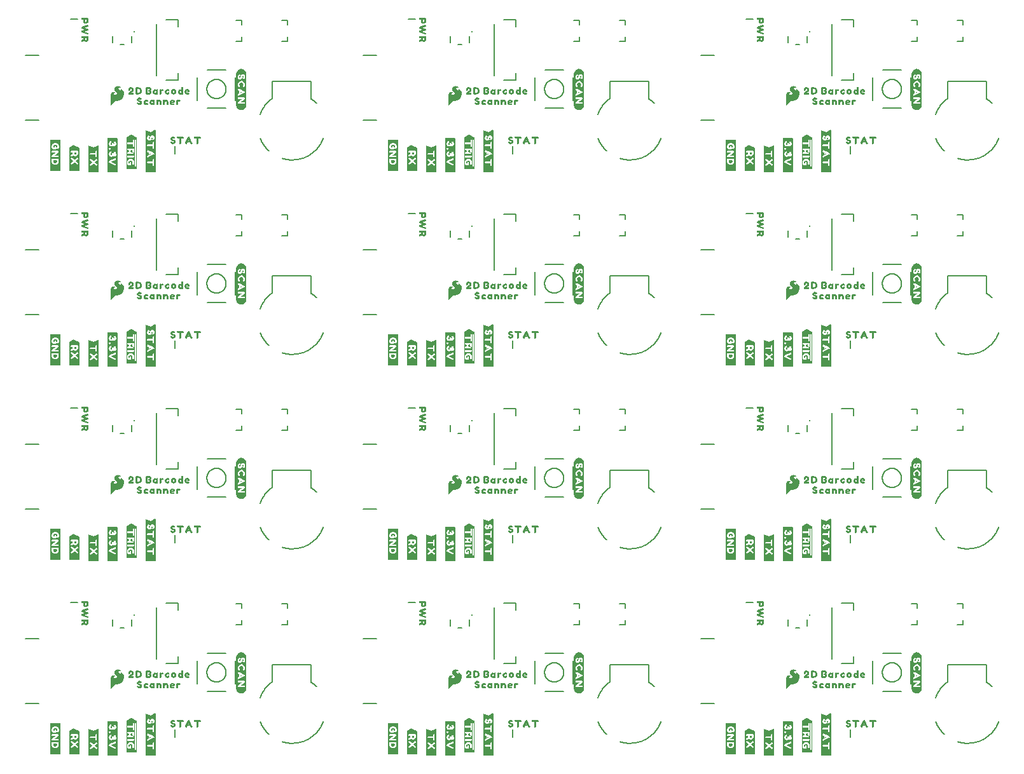
<source format=gto>
G04 EAGLE Gerber RS-274X export*
G75*
%MOMM*%
%FSLAX34Y34*%
%LPD*%
%INSilkscreen Top*%
%IPPOS*%
%AMOC8*
5,1,8,0,0,1.08239X$1,22.5*%
G01*
%ADD10C,0.203200*%
%ADD11C,0.254000*%
%ADD12C,0.152400*%

G36*
X1096507Y273887D02*
X1096507Y273887D01*
X1096502Y273894D01*
X1096509Y273900D01*
X1096509Y329800D01*
X1096493Y329821D01*
X1096495Y329835D01*
X1096195Y330135D01*
X1096170Y330138D01*
X1096166Y330144D01*
X1096149Y330144D01*
X1096146Y330142D01*
X1096142Y330142D01*
X1096138Y330144D01*
X1090141Y327146D01*
X1089564Y326953D01*
X1083482Y329944D01*
X1082882Y330244D01*
X1082877Y330243D01*
X1082873Y330247D01*
X1082866Y330242D01*
X1082860Y330242D01*
X1082856Y330239D01*
X1082824Y330233D01*
X1082827Y330217D01*
X1082813Y330206D01*
X1082815Y330203D01*
X1082811Y330200D01*
X1082811Y273900D01*
X1082847Y273853D01*
X1082854Y273858D01*
X1082860Y273851D01*
X1096460Y273851D01*
X1096507Y273887D01*
G37*
G36*
X1096507Y532967D02*
X1096507Y532967D01*
X1096502Y532974D01*
X1096509Y532980D01*
X1096509Y588880D01*
X1096493Y588901D01*
X1096495Y588915D01*
X1096195Y589215D01*
X1096170Y589218D01*
X1096166Y589224D01*
X1096149Y589224D01*
X1096146Y589222D01*
X1096142Y589222D01*
X1096138Y589224D01*
X1090141Y586226D01*
X1089564Y586033D01*
X1083482Y589024D01*
X1082882Y589324D01*
X1082877Y589323D01*
X1082873Y589327D01*
X1082866Y589322D01*
X1082860Y589322D01*
X1082856Y589319D01*
X1082824Y589313D01*
X1082827Y589297D01*
X1082813Y589286D01*
X1082815Y589283D01*
X1082811Y589280D01*
X1082811Y532980D01*
X1082847Y532933D01*
X1082854Y532938D01*
X1082860Y532931D01*
X1096460Y532931D01*
X1096507Y532967D01*
G37*
G36*
X197347Y532967D02*
X197347Y532967D01*
X197342Y532974D01*
X197349Y532980D01*
X197349Y588880D01*
X197333Y588901D01*
X197335Y588915D01*
X197035Y589215D01*
X197010Y589218D01*
X197006Y589224D01*
X196989Y589224D01*
X196986Y589222D01*
X196982Y589222D01*
X196978Y589224D01*
X190981Y586226D01*
X190404Y586033D01*
X184322Y589024D01*
X183722Y589324D01*
X183717Y589323D01*
X183713Y589327D01*
X183706Y589322D01*
X183700Y589322D01*
X183696Y589319D01*
X183664Y589313D01*
X183667Y589297D01*
X183653Y589286D01*
X183655Y589283D01*
X183651Y589280D01*
X183651Y532980D01*
X183687Y532933D01*
X183694Y532938D01*
X183700Y532931D01*
X197300Y532931D01*
X197347Y532967D01*
G37*
G36*
X646927Y532967D02*
X646927Y532967D01*
X646922Y532974D01*
X646929Y532980D01*
X646929Y588880D01*
X646913Y588901D01*
X646915Y588915D01*
X646615Y589215D01*
X646590Y589218D01*
X646586Y589224D01*
X646569Y589224D01*
X646566Y589222D01*
X646562Y589222D01*
X646558Y589224D01*
X640561Y586226D01*
X639984Y586033D01*
X633902Y589024D01*
X633302Y589324D01*
X633297Y589323D01*
X633293Y589327D01*
X633286Y589322D01*
X633280Y589322D01*
X633276Y589319D01*
X633244Y589313D01*
X633247Y589297D01*
X633233Y589286D01*
X633235Y589283D01*
X633231Y589280D01*
X633231Y532980D01*
X633267Y532933D01*
X633274Y532938D01*
X633280Y532931D01*
X646880Y532931D01*
X646927Y532967D01*
G37*
G36*
X646927Y792047D02*
X646927Y792047D01*
X646922Y792054D01*
X646929Y792060D01*
X646929Y847960D01*
X646913Y847981D01*
X646915Y847995D01*
X646615Y848295D01*
X646590Y848298D01*
X646586Y848304D01*
X646569Y848304D01*
X646566Y848302D01*
X646562Y848302D01*
X646558Y848304D01*
X640561Y845306D01*
X639984Y845113D01*
X633902Y848104D01*
X633302Y848404D01*
X633297Y848403D01*
X633293Y848407D01*
X633286Y848402D01*
X633280Y848402D01*
X633276Y848399D01*
X633244Y848393D01*
X633247Y848377D01*
X633233Y848366D01*
X633235Y848363D01*
X633231Y848360D01*
X633231Y792060D01*
X633267Y792013D01*
X633274Y792018D01*
X633280Y792011D01*
X646880Y792011D01*
X646927Y792047D01*
G37*
G36*
X1096507Y792047D02*
X1096507Y792047D01*
X1096502Y792054D01*
X1096509Y792060D01*
X1096509Y847960D01*
X1096493Y847981D01*
X1096495Y847995D01*
X1096195Y848295D01*
X1096170Y848298D01*
X1096166Y848304D01*
X1096149Y848304D01*
X1096146Y848302D01*
X1096142Y848302D01*
X1096138Y848304D01*
X1090141Y845306D01*
X1089564Y845113D01*
X1083482Y848104D01*
X1082882Y848404D01*
X1082877Y848403D01*
X1082873Y848407D01*
X1082866Y848402D01*
X1082860Y848402D01*
X1082856Y848399D01*
X1082824Y848393D01*
X1082827Y848377D01*
X1082813Y848366D01*
X1082815Y848363D01*
X1082811Y848360D01*
X1082811Y792060D01*
X1082847Y792013D01*
X1082854Y792018D01*
X1082860Y792011D01*
X1096460Y792011D01*
X1096507Y792047D01*
G37*
G36*
X197347Y792047D02*
X197347Y792047D01*
X197342Y792054D01*
X197349Y792060D01*
X197349Y847960D01*
X197333Y847981D01*
X197335Y847995D01*
X197035Y848295D01*
X197010Y848298D01*
X197006Y848304D01*
X196989Y848304D01*
X196986Y848302D01*
X196982Y848302D01*
X196978Y848304D01*
X190981Y845306D01*
X190404Y845113D01*
X184322Y848104D01*
X183722Y848404D01*
X183717Y848403D01*
X183713Y848407D01*
X183706Y848402D01*
X183700Y848402D01*
X183696Y848399D01*
X183664Y848393D01*
X183667Y848377D01*
X183653Y848366D01*
X183655Y848363D01*
X183651Y848360D01*
X183651Y792060D01*
X183687Y792013D01*
X183694Y792018D01*
X183700Y792011D01*
X197300Y792011D01*
X197347Y792047D01*
G37*
G36*
X646927Y273887D02*
X646927Y273887D01*
X646922Y273894D01*
X646929Y273900D01*
X646929Y329800D01*
X646913Y329821D01*
X646915Y329835D01*
X646615Y330135D01*
X646590Y330138D01*
X646586Y330144D01*
X646569Y330144D01*
X646566Y330142D01*
X646562Y330142D01*
X646558Y330144D01*
X640561Y327146D01*
X639984Y326953D01*
X633902Y329944D01*
X633302Y330244D01*
X633297Y330243D01*
X633293Y330247D01*
X633286Y330242D01*
X633280Y330242D01*
X633276Y330239D01*
X633244Y330233D01*
X633247Y330217D01*
X633233Y330206D01*
X633235Y330203D01*
X633231Y330200D01*
X633231Y273900D01*
X633267Y273853D01*
X633274Y273858D01*
X633280Y273851D01*
X646880Y273851D01*
X646927Y273887D01*
G37*
G36*
X197347Y273887D02*
X197347Y273887D01*
X197342Y273894D01*
X197349Y273900D01*
X197349Y329800D01*
X197333Y329821D01*
X197335Y329835D01*
X197035Y330135D01*
X197010Y330138D01*
X197006Y330144D01*
X196989Y330144D01*
X196986Y330142D01*
X196982Y330142D01*
X196978Y330144D01*
X190981Y327146D01*
X190404Y326953D01*
X184322Y329944D01*
X183722Y330244D01*
X183717Y330243D01*
X183713Y330247D01*
X183706Y330242D01*
X183700Y330242D01*
X183696Y330239D01*
X183664Y330233D01*
X183667Y330217D01*
X183653Y330206D01*
X183655Y330203D01*
X183651Y330200D01*
X183651Y273900D01*
X183687Y273853D01*
X183694Y273858D01*
X183700Y273851D01*
X197300Y273851D01*
X197347Y273887D01*
G37*
G36*
X197347Y14807D02*
X197347Y14807D01*
X197342Y14814D01*
X197349Y14820D01*
X197349Y70720D01*
X197333Y70741D01*
X197335Y70755D01*
X197035Y71055D01*
X197010Y71058D01*
X197006Y71063D01*
X196988Y71063D01*
X196986Y71062D01*
X196982Y71062D01*
X196978Y71064D01*
X190981Y68066D01*
X190404Y67873D01*
X184322Y70864D01*
X183722Y71164D01*
X183717Y71163D01*
X183713Y71167D01*
X183706Y71162D01*
X183700Y71162D01*
X183696Y71159D01*
X183664Y71153D01*
X183667Y71137D01*
X183653Y71126D01*
X183655Y71123D01*
X183651Y71120D01*
X183651Y14820D01*
X183687Y14773D01*
X183694Y14778D01*
X183700Y14771D01*
X197300Y14771D01*
X197347Y14807D01*
G37*
G36*
X646927Y14807D02*
X646927Y14807D01*
X646922Y14814D01*
X646929Y14820D01*
X646929Y70720D01*
X646913Y70741D01*
X646915Y70755D01*
X646615Y71055D01*
X646590Y71058D01*
X646586Y71063D01*
X646568Y71063D01*
X646566Y71062D01*
X646562Y71062D01*
X646558Y71064D01*
X640561Y68066D01*
X639984Y67873D01*
X633902Y70864D01*
X633302Y71164D01*
X633297Y71163D01*
X633293Y71167D01*
X633286Y71162D01*
X633280Y71162D01*
X633276Y71159D01*
X633244Y71153D01*
X633247Y71137D01*
X633233Y71126D01*
X633235Y71123D01*
X633231Y71120D01*
X633231Y14820D01*
X633267Y14773D01*
X633274Y14778D01*
X633280Y14771D01*
X646880Y14771D01*
X646927Y14807D01*
G37*
G36*
X1096507Y14807D02*
X1096507Y14807D01*
X1096502Y14814D01*
X1096509Y14820D01*
X1096509Y70720D01*
X1096493Y70741D01*
X1096495Y70755D01*
X1096195Y71055D01*
X1096170Y71058D01*
X1096166Y71063D01*
X1096148Y71063D01*
X1096146Y71062D01*
X1096142Y71062D01*
X1096138Y71064D01*
X1090141Y68066D01*
X1089564Y67873D01*
X1083482Y70864D01*
X1082882Y71164D01*
X1082877Y71163D01*
X1082873Y71167D01*
X1082866Y71162D01*
X1082860Y71162D01*
X1082856Y71159D01*
X1082824Y71153D01*
X1082827Y71137D01*
X1082813Y71126D01*
X1082815Y71123D01*
X1082811Y71120D01*
X1082811Y14820D01*
X1082847Y14773D01*
X1082854Y14778D01*
X1082860Y14771D01*
X1096460Y14771D01*
X1096507Y14807D01*
G37*
G36*
X761034Y874894D02*
X761034Y874894D01*
X761037Y874891D01*
X761737Y874991D01*
X761738Y874992D01*
X761738Y874991D01*
X762338Y875091D01*
X762341Y875095D01*
X762344Y875093D01*
X763044Y875293D01*
X763048Y875298D01*
X763052Y875296D01*
X764252Y875896D01*
X764254Y875900D01*
X764257Y875899D01*
X764857Y876299D01*
X764858Y876302D01*
X764861Y876302D01*
X765361Y876702D01*
X765362Y876706D01*
X765365Y876705D01*
X765865Y877205D01*
X765865Y877209D01*
X765868Y877209D01*
X766268Y877709D01*
X766269Y877713D01*
X766271Y877713D01*
X766671Y878313D01*
X766671Y878317D01*
X766674Y878318D01*
X766974Y878918D01*
X766973Y878923D01*
X766977Y878924D01*
X767177Y879524D01*
X767176Y879526D01*
X767177Y879526D01*
X767377Y880226D01*
X767376Y880231D01*
X767379Y880233D01*
X767479Y880932D01*
X767579Y881532D01*
X767576Y881537D01*
X767579Y881540D01*
X767579Y923040D01*
X767576Y923044D01*
X767579Y923047D01*
X767379Y924447D01*
X767374Y924452D01*
X767377Y924456D01*
X767177Y925055D01*
X766977Y925754D01*
X766969Y925760D01*
X766971Y925767D01*
X766572Y926366D01*
X766272Y926865D01*
X766264Y926869D01*
X766265Y926875D01*
X765767Y927373D01*
X765368Y927871D01*
X765361Y927873D01*
X765362Y927878D01*
X764762Y928378D01*
X764756Y928378D01*
X764755Y928382D01*
X764256Y928682D01*
X763657Y929081D01*
X763648Y929080D01*
X763646Y929087D01*
X763046Y929287D01*
X763044Y929286D01*
X763044Y929287D01*
X762344Y929487D01*
X762339Y929486D01*
X762337Y929489D01*
X761638Y929589D01*
X761038Y929689D01*
X761033Y929686D01*
X761030Y929689D01*
X760330Y929689D01*
X760326Y929686D01*
X760323Y929689D01*
X759623Y929589D01*
X759622Y929588D01*
X759622Y929589D01*
X759022Y929489D01*
X759019Y929485D01*
X759016Y929487D01*
X758316Y929287D01*
X758312Y929282D01*
X758308Y929284D01*
X757108Y928684D01*
X757106Y928680D01*
X757103Y928681D01*
X756503Y928281D01*
X756500Y928274D01*
X756495Y928275D01*
X755995Y927775D01*
X755995Y927771D01*
X755992Y927771D01*
X755192Y926771D01*
X755191Y926767D01*
X755189Y926767D01*
X754789Y926167D01*
X754789Y926163D01*
X754786Y926162D01*
X754486Y925562D01*
X754487Y925557D01*
X754483Y925556D01*
X754283Y924956D01*
X754284Y924954D01*
X754283Y924954D01*
X754083Y924254D01*
X754083Y924253D01*
X754082Y924253D01*
X754084Y924251D01*
X754084Y924250D01*
X754081Y924248D01*
X753981Y923648D01*
X753982Y923647D01*
X753981Y923647D01*
X753881Y922947D01*
X753884Y922942D01*
X753881Y922940D01*
X753881Y881640D01*
X753884Y881636D01*
X753881Y881633D01*
X753981Y880933D01*
X753982Y880932D01*
X753981Y880932D01*
X754081Y880332D01*
X754085Y880329D01*
X754083Y880326D01*
X754283Y879626D01*
X754284Y879625D01*
X754283Y879624D01*
X754483Y879024D01*
X754488Y879021D01*
X754486Y879018D01*
X754786Y878418D01*
X754790Y878416D01*
X754789Y878413D01*
X755189Y877813D01*
X755192Y877812D01*
X755192Y877809D01*
X755592Y877309D01*
X755596Y877308D01*
X755595Y877305D01*
X756595Y876305D01*
X756604Y876304D01*
X756605Y876298D01*
X757104Y875998D01*
X757703Y875599D01*
X757712Y875600D01*
X757714Y875593D01*
X758314Y875393D01*
X758316Y875394D01*
X758316Y875393D01*
X759015Y875193D01*
X759614Y874993D01*
X759621Y874995D01*
X759623Y874991D01*
X760323Y874891D01*
X760328Y874894D01*
X760330Y874891D01*
X761030Y874891D01*
X761034Y874894D01*
G37*
G36*
X311454Y874894D02*
X311454Y874894D01*
X311457Y874891D01*
X312157Y874991D01*
X312158Y874992D01*
X312158Y874991D01*
X312758Y875091D01*
X312761Y875095D01*
X312764Y875093D01*
X313464Y875293D01*
X313468Y875298D01*
X313472Y875296D01*
X314672Y875896D01*
X314674Y875900D01*
X314677Y875899D01*
X315277Y876299D01*
X315278Y876302D01*
X315281Y876302D01*
X315781Y876702D01*
X315782Y876706D01*
X315785Y876705D01*
X316285Y877205D01*
X316285Y877209D01*
X316288Y877209D01*
X316688Y877709D01*
X316689Y877713D01*
X316691Y877713D01*
X317091Y878313D01*
X317091Y878317D01*
X317094Y878318D01*
X317394Y878918D01*
X317393Y878923D01*
X317397Y878924D01*
X317597Y879524D01*
X317596Y879526D01*
X317597Y879526D01*
X317797Y880226D01*
X317796Y880231D01*
X317799Y880233D01*
X317899Y880932D01*
X317999Y881532D01*
X317996Y881537D01*
X317999Y881540D01*
X317999Y923040D01*
X317996Y923044D01*
X317999Y923047D01*
X317799Y924447D01*
X317794Y924452D01*
X317797Y924456D01*
X317597Y925055D01*
X317397Y925754D01*
X317389Y925760D01*
X317391Y925767D01*
X316992Y926366D01*
X316692Y926865D01*
X316684Y926869D01*
X316685Y926875D01*
X316187Y927373D01*
X315788Y927871D01*
X315781Y927873D01*
X315782Y927878D01*
X315182Y928378D01*
X315176Y928378D01*
X315175Y928382D01*
X314676Y928682D01*
X314077Y929081D01*
X314068Y929080D01*
X314066Y929087D01*
X313466Y929287D01*
X313464Y929286D01*
X313464Y929287D01*
X312764Y929487D01*
X312759Y929486D01*
X312757Y929489D01*
X312058Y929589D01*
X311458Y929689D01*
X311453Y929686D01*
X311450Y929689D01*
X310750Y929689D01*
X310746Y929686D01*
X310743Y929689D01*
X310043Y929589D01*
X310042Y929588D01*
X310042Y929589D01*
X309442Y929489D01*
X309439Y929485D01*
X309436Y929487D01*
X308736Y929287D01*
X308732Y929282D01*
X308728Y929284D01*
X307528Y928684D01*
X307526Y928680D01*
X307523Y928681D01*
X306923Y928281D01*
X306920Y928274D01*
X306915Y928275D01*
X306415Y927775D01*
X306415Y927771D01*
X306412Y927771D01*
X305612Y926771D01*
X305611Y926767D01*
X305609Y926767D01*
X305209Y926167D01*
X305209Y926163D01*
X305206Y926162D01*
X304906Y925562D01*
X304907Y925557D01*
X304903Y925556D01*
X304703Y924956D01*
X304704Y924954D01*
X304703Y924954D01*
X304503Y924254D01*
X304503Y924253D01*
X304502Y924253D01*
X304504Y924251D01*
X304504Y924250D01*
X304501Y924248D01*
X304401Y923648D01*
X304402Y923647D01*
X304401Y923647D01*
X304301Y922947D01*
X304304Y922942D01*
X304301Y922940D01*
X304301Y881640D01*
X304304Y881636D01*
X304301Y881633D01*
X304401Y880933D01*
X304402Y880932D01*
X304401Y880932D01*
X304501Y880332D01*
X304505Y880329D01*
X304503Y880326D01*
X304703Y879626D01*
X304704Y879625D01*
X304703Y879624D01*
X304903Y879024D01*
X304908Y879021D01*
X304906Y879018D01*
X305206Y878418D01*
X305210Y878416D01*
X305209Y878413D01*
X305609Y877813D01*
X305612Y877812D01*
X305612Y877809D01*
X306012Y877309D01*
X306016Y877308D01*
X306015Y877305D01*
X307015Y876305D01*
X307024Y876304D01*
X307025Y876298D01*
X307524Y875998D01*
X308123Y875599D01*
X308132Y875600D01*
X308134Y875593D01*
X308734Y875393D01*
X308736Y875394D01*
X308736Y875393D01*
X309435Y875193D01*
X310034Y874993D01*
X310041Y874995D01*
X310043Y874991D01*
X310743Y874891D01*
X310748Y874894D01*
X310750Y874891D01*
X311450Y874891D01*
X311454Y874894D01*
G37*
G36*
X1210614Y874894D02*
X1210614Y874894D01*
X1210617Y874891D01*
X1211317Y874991D01*
X1211318Y874992D01*
X1211318Y874991D01*
X1211918Y875091D01*
X1211921Y875095D01*
X1211924Y875093D01*
X1212624Y875293D01*
X1212628Y875298D01*
X1212632Y875296D01*
X1213832Y875896D01*
X1213834Y875900D01*
X1213837Y875899D01*
X1214437Y876299D01*
X1214438Y876302D01*
X1214441Y876302D01*
X1214941Y876702D01*
X1214942Y876706D01*
X1214945Y876705D01*
X1215445Y877205D01*
X1215445Y877209D01*
X1215448Y877209D01*
X1215848Y877709D01*
X1215849Y877713D01*
X1215851Y877713D01*
X1216251Y878313D01*
X1216251Y878317D01*
X1216254Y878318D01*
X1216554Y878918D01*
X1216553Y878923D01*
X1216557Y878924D01*
X1216757Y879524D01*
X1216756Y879526D01*
X1216757Y879526D01*
X1216957Y880226D01*
X1216956Y880231D01*
X1216959Y880233D01*
X1217059Y880932D01*
X1217159Y881532D01*
X1217156Y881537D01*
X1217159Y881540D01*
X1217159Y923040D01*
X1217156Y923044D01*
X1217159Y923047D01*
X1216959Y924447D01*
X1216954Y924452D01*
X1216957Y924456D01*
X1216757Y925055D01*
X1216557Y925754D01*
X1216549Y925760D01*
X1216551Y925767D01*
X1216152Y926366D01*
X1215852Y926865D01*
X1215844Y926869D01*
X1215845Y926875D01*
X1215347Y927373D01*
X1214948Y927871D01*
X1214941Y927873D01*
X1214942Y927878D01*
X1214342Y928378D01*
X1214336Y928378D01*
X1214335Y928382D01*
X1213836Y928682D01*
X1213237Y929081D01*
X1213228Y929080D01*
X1213226Y929087D01*
X1212626Y929287D01*
X1212624Y929286D01*
X1212624Y929287D01*
X1211924Y929487D01*
X1211919Y929486D01*
X1211917Y929489D01*
X1211218Y929589D01*
X1210618Y929689D01*
X1210613Y929686D01*
X1210610Y929689D01*
X1209910Y929689D01*
X1209906Y929686D01*
X1209903Y929689D01*
X1209203Y929589D01*
X1209202Y929588D01*
X1209202Y929589D01*
X1208602Y929489D01*
X1208599Y929485D01*
X1208596Y929487D01*
X1207896Y929287D01*
X1207892Y929282D01*
X1207888Y929284D01*
X1206688Y928684D01*
X1206686Y928680D01*
X1206683Y928681D01*
X1206083Y928281D01*
X1206080Y928274D01*
X1206075Y928275D01*
X1205575Y927775D01*
X1205575Y927771D01*
X1205572Y927771D01*
X1204772Y926771D01*
X1204771Y926767D01*
X1204769Y926767D01*
X1204369Y926167D01*
X1204369Y926163D01*
X1204366Y926162D01*
X1204066Y925562D01*
X1204067Y925557D01*
X1204063Y925556D01*
X1203863Y924956D01*
X1203864Y924954D01*
X1203863Y924954D01*
X1203663Y924254D01*
X1203663Y924253D01*
X1203662Y924253D01*
X1203664Y924251D01*
X1203664Y924250D01*
X1203661Y924248D01*
X1203561Y923648D01*
X1203562Y923647D01*
X1203561Y923647D01*
X1203461Y922947D01*
X1203464Y922942D01*
X1203461Y922940D01*
X1203461Y881640D01*
X1203464Y881636D01*
X1203461Y881633D01*
X1203561Y880933D01*
X1203562Y880932D01*
X1203561Y880932D01*
X1203661Y880332D01*
X1203665Y880329D01*
X1203663Y880326D01*
X1203863Y879626D01*
X1203864Y879625D01*
X1203863Y879624D01*
X1204063Y879024D01*
X1204068Y879021D01*
X1204066Y879018D01*
X1204366Y878418D01*
X1204370Y878416D01*
X1204369Y878413D01*
X1204769Y877813D01*
X1204772Y877812D01*
X1204772Y877809D01*
X1205172Y877309D01*
X1205176Y877308D01*
X1205175Y877305D01*
X1206175Y876305D01*
X1206184Y876304D01*
X1206185Y876298D01*
X1206684Y875998D01*
X1207283Y875599D01*
X1207292Y875600D01*
X1207294Y875593D01*
X1207894Y875393D01*
X1207896Y875394D01*
X1207896Y875393D01*
X1208595Y875193D01*
X1209194Y874993D01*
X1209201Y874995D01*
X1209203Y874991D01*
X1209903Y874891D01*
X1209908Y874894D01*
X1209910Y874891D01*
X1210610Y874891D01*
X1210614Y874894D01*
G37*
G36*
X311454Y615814D02*
X311454Y615814D01*
X311457Y615811D01*
X312157Y615911D01*
X312158Y615912D01*
X312158Y615911D01*
X312758Y616011D01*
X312761Y616015D01*
X312764Y616013D01*
X313464Y616213D01*
X313468Y616218D01*
X313472Y616216D01*
X314672Y616816D01*
X314674Y616820D01*
X314677Y616819D01*
X315277Y617219D01*
X315278Y617222D01*
X315281Y617222D01*
X315781Y617622D01*
X315782Y617626D01*
X315785Y617625D01*
X316285Y618125D01*
X316285Y618129D01*
X316288Y618129D01*
X316688Y618629D01*
X316689Y618633D01*
X316691Y618633D01*
X317091Y619233D01*
X317091Y619237D01*
X317094Y619238D01*
X317394Y619838D01*
X317393Y619843D01*
X317397Y619844D01*
X317597Y620444D01*
X317596Y620446D01*
X317597Y620446D01*
X317797Y621146D01*
X317796Y621151D01*
X317799Y621153D01*
X317899Y621852D01*
X317999Y622452D01*
X317996Y622457D01*
X317999Y622460D01*
X317999Y663960D01*
X317996Y663964D01*
X317999Y663967D01*
X317799Y665367D01*
X317794Y665372D01*
X317797Y665376D01*
X317597Y665975D01*
X317397Y666674D01*
X317389Y666680D01*
X317391Y666687D01*
X316992Y667286D01*
X316692Y667785D01*
X316684Y667789D01*
X316685Y667795D01*
X316187Y668293D01*
X315788Y668791D01*
X315781Y668793D01*
X315782Y668798D01*
X315182Y669298D01*
X315176Y669298D01*
X315175Y669302D01*
X314676Y669602D01*
X314077Y670001D01*
X314068Y670000D01*
X314066Y670007D01*
X313466Y670207D01*
X313464Y670206D01*
X313464Y670207D01*
X312764Y670407D01*
X312759Y670406D01*
X312757Y670409D01*
X312058Y670509D01*
X311458Y670609D01*
X311453Y670606D01*
X311450Y670609D01*
X310750Y670609D01*
X310746Y670606D01*
X310743Y670609D01*
X310043Y670509D01*
X310042Y670508D01*
X310042Y670509D01*
X309442Y670409D01*
X309439Y670405D01*
X309436Y670407D01*
X308736Y670207D01*
X308732Y670202D01*
X308728Y670204D01*
X307528Y669604D01*
X307526Y669600D01*
X307523Y669601D01*
X306923Y669201D01*
X306920Y669194D01*
X306915Y669195D01*
X306415Y668695D01*
X306415Y668691D01*
X306412Y668691D01*
X305612Y667691D01*
X305611Y667687D01*
X305609Y667687D01*
X305209Y667087D01*
X305209Y667083D01*
X305206Y667082D01*
X304906Y666482D01*
X304907Y666477D01*
X304903Y666476D01*
X304703Y665876D01*
X304704Y665874D01*
X304703Y665874D01*
X304503Y665174D01*
X304503Y665173D01*
X304502Y665173D01*
X304504Y665171D01*
X304504Y665170D01*
X304501Y665168D01*
X304401Y664568D01*
X304402Y664567D01*
X304401Y664567D01*
X304301Y663867D01*
X304304Y663862D01*
X304301Y663860D01*
X304301Y622560D01*
X304304Y622556D01*
X304301Y622553D01*
X304401Y621853D01*
X304402Y621852D01*
X304401Y621852D01*
X304501Y621252D01*
X304505Y621249D01*
X304503Y621246D01*
X304703Y620546D01*
X304704Y620545D01*
X304703Y620544D01*
X304903Y619944D01*
X304908Y619941D01*
X304906Y619938D01*
X305206Y619338D01*
X305210Y619336D01*
X305209Y619333D01*
X305609Y618733D01*
X305612Y618732D01*
X305612Y618729D01*
X306012Y618229D01*
X306016Y618228D01*
X306015Y618225D01*
X307015Y617225D01*
X307024Y617224D01*
X307025Y617218D01*
X307524Y616918D01*
X308123Y616519D01*
X308132Y616520D01*
X308134Y616513D01*
X308734Y616313D01*
X308736Y616314D01*
X308736Y616313D01*
X309435Y616113D01*
X310034Y615913D01*
X310041Y615915D01*
X310043Y615911D01*
X310743Y615811D01*
X310748Y615814D01*
X310750Y615811D01*
X311450Y615811D01*
X311454Y615814D01*
G37*
G36*
X761034Y97654D02*
X761034Y97654D01*
X761037Y97651D01*
X761737Y97751D01*
X761738Y97752D01*
X761738Y97751D01*
X762338Y97851D01*
X762341Y97855D01*
X762344Y97853D01*
X763044Y98053D01*
X763048Y98058D01*
X763052Y98056D01*
X764252Y98656D01*
X764254Y98660D01*
X764257Y98659D01*
X764857Y99059D01*
X764858Y99062D01*
X764861Y99062D01*
X765361Y99462D01*
X765362Y99466D01*
X765365Y99465D01*
X765865Y99965D01*
X765865Y99969D01*
X765868Y99969D01*
X766268Y100469D01*
X766269Y100473D01*
X766271Y100473D01*
X766671Y101073D01*
X766671Y101077D01*
X766674Y101078D01*
X766974Y101678D01*
X766973Y101683D01*
X766977Y101684D01*
X767177Y102284D01*
X767176Y102286D01*
X767177Y102286D01*
X767377Y102986D01*
X767376Y102991D01*
X767379Y102993D01*
X767479Y103692D01*
X767579Y104292D01*
X767576Y104297D01*
X767579Y104300D01*
X767579Y145800D01*
X767576Y145804D01*
X767579Y145807D01*
X767379Y147207D01*
X767374Y147212D01*
X767377Y147216D01*
X767177Y147815D01*
X766977Y148514D01*
X766969Y148520D01*
X766971Y148527D01*
X766572Y149126D01*
X766272Y149625D01*
X766264Y149629D01*
X766265Y149635D01*
X765767Y150133D01*
X765368Y150631D01*
X765361Y150633D01*
X765362Y150638D01*
X764762Y151138D01*
X764756Y151138D01*
X764755Y151142D01*
X764256Y151442D01*
X763657Y151841D01*
X763648Y151840D01*
X763646Y151847D01*
X763046Y152047D01*
X763044Y152046D01*
X763044Y152047D01*
X762344Y152247D01*
X762339Y152246D01*
X762337Y152249D01*
X761638Y152349D01*
X761038Y152449D01*
X761033Y152446D01*
X761030Y152449D01*
X760330Y152449D01*
X760326Y152446D01*
X760323Y152449D01*
X759623Y152349D01*
X759622Y152348D01*
X759622Y152349D01*
X759022Y152249D01*
X759019Y152245D01*
X759016Y152247D01*
X758316Y152047D01*
X758312Y152042D01*
X758308Y152044D01*
X757108Y151444D01*
X757106Y151440D01*
X757103Y151441D01*
X756503Y151041D01*
X756500Y151034D01*
X756495Y151035D01*
X755995Y150535D01*
X755995Y150531D01*
X755992Y150531D01*
X755192Y149531D01*
X755191Y149527D01*
X755189Y149527D01*
X754789Y148927D01*
X754789Y148923D01*
X754786Y148922D01*
X754486Y148322D01*
X754487Y148317D01*
X754483Y148316D01*
X754283Y147716D01*
X754284Y147714D01*
X754283Y147714D01*
X754083Y147014D01*
X754083Y147013D01*
X754082Y147013D01*
X754084Y147011D01*
X754084Y147010D01*
X754081Y147008D01*
X753981Y146408D01*
X753982Y146407D01*
X753981Y146407D01*
X753881Y145707D01*
X753884Y145702D01*
X753881Y145700D01*
X753881Y104400D01*
X753884Y104396D01*
X753881Y104393D01*
X753981Y103693D01*
X753982Y103692D01*
X753981Y103692D01*
X754081Y103092D01*
X754085Y103089D01*
X754083Y103086D01*
X754283Y102386D01*
X754284Y102385D01*
X754283Y102384D01*
X754483Y101784D01*
X754488Y101781D01*
X754486Y101778D01*
X754786Y101178D01*
X754790Y101176D01*
X754789Y101173D01*
X755189Y100573D01*
X755192Y100572D01*
X755192Y100569D01*
X755592Y100069D01*
X755596Y100068D01*
X755595Y100065D01*
X756595Y99065D01*
X756604Y99064D01*
X756605Y99058D01*
X757104Y98758D01*
X757703Y98359D01*
X757712Y98360D01*
X757714Y98353D01*
X758314Y98153D01*
X758316Y98154D01*
X758316Y98153D01*
X759015Y97953D01*
X759614Y97753D01*
X759621Y97755D01*
X759623Y97751D01*
X760323Y97651D01*
X760328Y97654D01*
X760330Y97651D01*
X761030Y97651D01*
X761034Y97654D01*
G37*
G36*
X1210614Y97654D02*
X1210614Y97654D01*
X1210617Y97651D01*
X1211317Y97751D01*
X1211318Y97752D01*
X1211318Y97751D01*
X1211918Y97851D01*
X1211921Y97855D01*
X1211924Y97853D01*
X1212624Y98053D01*
X1212628Y98058D01*
X1212632Y98056D01*
X1213832Y98656D01*
X1213834Y98660D01*
X1213837Y98659D01*
X1214437Y99059D01*
X1214438Y99062D01*
X1214441Y99062D01*
X1214941Y99462D01*
X1214942Y99466D01*
X1214945Y99465D01*
X1215445Y99965D01*
X1215445Y99969D01*
X1215448Y99969D01*
X1215848Y100469D01*
X1215849Y100473D01*
X1215851Y100473D01*
X1216251Y101073D01*
X1216251Y101077D01*
X1216254Y101078D01*
X1216554Y101678D01*
X1216553Y101683D01*
X1216557Y101684D01*
X1216757Y102284D01*
X1216756Y102286D01*
X1216757Y102286D01*
X1216957Y102986D01*
X1216956Y102991D01*
X1216959Y102993D01*
X1217059Y103692D01*
X1217159Y104292D01*
X1217156Y104297D01*
X1217159Y104300D01*
X1217159Y145800D01*
X1217156Y145804D01*
X1217159Y145807D01*
X1216959Y147207D01*
X1216954Y147212D01*
X1216957Y147216D01*
X1216757Y147815D01*
X1216557Y148514D01*
X1216549Y148520D01*
X1216551Y148527D01*
X1216152Y149126D01*
X1215852Y149625D01*
X1215844Y149629D01*
X1215845Y149635D01*
X1215347Y150133D01*
X1214948Y150631D01*
X1214941Y150633D01*
X1214942Y150638D01*
X1214342Y151138D01*
X1214336Y151138D01*
X1214335Y151142D01*
X1213836Y151442D01*
X1213237Y151841D01*
X1213228Y151840D01*
X1213226Y151847D01*
X1212626Y152047D01*
X1212624Y152046D01*
X1212624Y152047D01*
X1211924Y152247D01*
X1211919Y152246D01*
X1211917Y152249D01*
X1211218Y152349D01*
X1210618Y152449D01*
X1210613Y152446D01*
X1210610Y152449D01*
X1209910Y152449D01*
X1209906Y152446D01*
X1209903Y152449D01*
X1209203Y152349D01*
X1209202Y152348D01*
X1209202Y152349D01*
X1208602Y152249D01*
X1208599Y152245D01*
X1208596Y152247D01*
X1207896Y152047D01*
X1207892Y152042D01*
X1207888Y152044D01*
X1206688Y151444D01*
X1206686Y151440D01*
X1206683Y151441D01*
X1206083Y151041D01*
X1206080Y151034D01*
X1206075Y151035D01*
X1205575Y150535D01*
X1205575Y150531D01*
X1205572Y150531D01*
X1204772Y149531D01*
X1204771Y149527D01*
X1204769Y149527D01*
X1204369Y148927D01*
X1204369Y148923D01*
X1204366Y148922D01*
X1204066Y148322D01*
X1204067Y148317D01*
X1204063Y148316D01*
X1203863Y147716D01*
X1203864Y147714D01*
X1203863Y147714D01*
X1203663Y147014D01*
X1203663Y147013D01*
X1203662Y147013D01*
X1203664Y147011D01*
X1203664Y147010D01*
X1203661Y147008D01*
X1203561Y146408D01*
X1203562Y146407D01*
X1203561Y146407D01*
X1203461Y145707D01*
X1203464Y145702D01*
X1203461Y145700D01*
X1203461Y104400D01*
X1203464Y104396D01*
X1203461Y104393D01*
X1203561Y103693D01*
X1203562Y103692D01*
X1203561Y103692D01*
X1203661Y103092D01*
X1203665Y103089D01*
X1203663Y103086D01*
X1203863Y102386D01*
X1203864Y102385D01*
X1203863Y102384D01*
X1204063Y101784D01*
X1204068Y101781D01*
X1204066Y101778D01*
X1204366Y101178D01*
X1204370Y101176D01*
X1204369Y101173D01*
X1204769Y100573D01*
X1204772Y100572D01*
X1204772Y100569D01*
X1205172Y100069D01*
X1205176Y100068D01*
X1205175Y100065D01*
X1206175Y99065D01*
X1206184Y99064D01*
X1206185Y99058D01*
X1206684Y98758D01*
X1207283Y98359D01*
X1207292Y98360D01*
X1207294Y98353D01*
X1207894Y98153D01*
X1207896Y98154D01*
X1207896Y98153D01*
X1208595Y97953D01*
X1209194Y97753D01*
X1209201Y97755D01*
X1209203Y97751D01*
X1209903Y97651D01*
X1209908Y97654D01*
X1209910Y97651D01*
X1210610Y97651D01*
X1210614Y97654D01*
G37*
G36*
X311454Y97654D02*
X311454Y97654D01*
X311457Y97651D01*
X312157Y97751D01*
X312158Y97752D01*
X312158Y97751D01*
X312758Y97851D01*
X312761Y97855D01*
X312764Y97853D01*
X313464Y98053D01*
X313468Y98058D01*
X313472Y98056D01*
X314672Y98656D01*
X314674Y98660D01*
X314677Y98659D01*
X315277Y99059D01*
X315278Y99062D01*
X315281Y99062D01*
X315781Y99462D01*
X315782Y99466D01*
X315785Y99465D01*
X316285Y99965D01*
X316285Y99969D01*
X316288Y99969D01*
X316688Y100469D01*
X316689Y100473D01*
X316691Y100473D01*
X317091Y101073D01*
X317091Y101077D01*
X317094Y101078D01*
X317394Y101678D01*
X317393Y101683D01*
X317397Y101684D01*
X317597Y102284D01*
X317596Y102286D01*
X317597Y102286D01*
X317797Y102986D01*
X317796Y102991D01*
X317799Y102993D01*
X317899Y103692D01*
X317999Y104292D01*
X317996Y104297D01*
X317999Y104300D01*
X317999Y145800D01*
X317996Y145804D01*
X317999Y145807D01*
X317799Y147207D01*
X317794Y147212D01*
X317797Y147216D01*
X317597Y147815D01*
X317397Y148514D01*
X317389Y148520D01*
X317391Y148527D01*
X316992Y149126D01*
X316692Y149625D01*
X316684Y149629D01*
X316685Y149635D01*
X316187Y150133D01*
X315788Y150631D01*
X315781Y150633D01*
X315782Y150638D01*
X315182Y151138D01*
X315176Y151138D01*
X315175Y151142D01*
X314676Y151442D01*
X314077Y151841D01*
X314068Y151840D01*
X314066Y151847D01*
X313466Y152047D01*
X313464Y152046D01*
X313464Y152047D01*
X312764Y152247D01*
X312759Y152246D01*
X312757Y152249D01*
X312058Y152349D01*
X311458Y152449D01*
X311453Y152446D01*
X311450Y152449D01*
X310750Y152449D01*
X310746Y152446D01*
X310743Y152449D01*
X310043Y152349D01*
X310042Y152348D01*
X310042Y152349D01*
X309442Y152249D01*
X309439Y152245D01*
X309436Y152247D01*
X308736Y152047D01*
X308732Y152042D01*
X308728Y152044D01*
X307528Y151444D01*
X307526Y151440D01*
X307523Y151441D01*
X306923Y151041D01*
X306920Y151034D01*
X306915Y151035D01*
X306415Y150535D01*
X306415Y150531D01*
X306412Y150531D01*
X305612Y149531D01*
X305611Y149527D01*
X305609Y149527D01*
X305209Y148927D01*
X305209Y148923D01*
X305206Y148922D01*
X304906Y148322D01*
X304907Y148317D01*
X304903Y148316D01*
X304703Y147716D01*
X304704Y147714D01*
X304703Y147714D01*
X304503Y147014D01*
X304503Y147013D01*
X304502Y147013D01*
X304504Y147011D01*
X304504Y147010D01*
X304501Y147008D01*
X304401Y146408D01*
X304402Y146407D01*
X304401Y146407D01*
X304301Y145707D01*
X304304Y145702D01*
X304301Y145700D01*
X304301Y104400D01*
X304304Y104396D01*
X304301Y104393D01*
X304401Y103693D01*
X304402Y103692D01*
X304401Y103692D01*
X304501Y103092D01*
X304505Y103089D01*
X304503Y103086D01*
X304703Y102386D01*
X304704Y102385D01*
X304703Y102384D01*
X304903Y101784D01*
X304908Y101781D01*
X304906Y101778D01*
X305206Y101178D01*
X305210Y101176D01*
X305209Y101173D01*
X305609Y100573D01*
X305612Y100572D01*
X305612Y100569D01*
X306012Y100069D01*
X306016Y100068D01*
X306015Y100065D01*
X307015Y99065D01*
X307024Y99064D01*
X307025Y99058D01*
X307524Y98758D01*
X308123Y98359D01*
X308132Y98360D01*
X308134Y98353D01*
X308734Y98153D01*
X308736Y98154D01*
X308736Y98153D01*
X309435Y97953D01*
X310034Y97753D01*
X310041Y97755D01*
X310043Y97751D01*
X310743Y97651D01*
X310748Y97654D01*
X310750Y97651D01*
X311450Y97651D01*
X311454Y97654D01*
G37*
G36*
X761034Y356734D02*
X761034Y356734D01*
X761037Y356731D01*
X761737Y356831D01*
X761738Y356832D01*
X761738Y356831D01*
X762338Y356931D01*
X762341Y356935D01*
X762344Y356933D01*
X763044Y357133D01*
X763048Y357138D01*
X763052Y357136D01*
X764252Y357736D01*
X764254Y357740D01*
X764257Y357739D01*
X764857Y358139D01*
X764858Y358142D01*
X764861Y358142D01*
X765361Y358542D01*
X765362Y358546D01*
X765365Y358545D01*
X765865Y359045D01*
X765865Y359049D01*
X765868Y359049D01*
X766268Y359549D01*
X766269Y359553D01*
X766271Y359553D01*
X766671Y360153D01*
X766671Y360157D01*
X766674Y360158D01*
X766974Y360758D01*
X766973Y360763D01*
X766977Y360764D01*
X767177Y361364D01*
X767176Y361366D01*
X767177Y361366D01*
X767377Y362066D01*
X767376Y362071D01*
X767379Y362073D01*
X767479Y362772D01*
X767579Y363372D01*
X767576Y363377D01*
X767579Y363380D01*
X767579Y404880D01*
X767576Y404884D01*
X767579Y404887D01*
X767379Y406287D01*
X767374Y406292D01*
X767377Y406296D01*
X767177Y406895D01*
X766977Y407594D01*
X766969Y407600D01*
X766971Y407607D01*
X766572Y408206D01*
X766272Y408705D01*
X766264Y408709D01*
X766265Y408715D01*
X765767Y409213D01*
X765368Y409711D01*
X765361Y409713D01*
X765362Y409718D01*
X764762Y410218D01*
X764756Y410218D01*
X764755Y410222D01*
X764256Y410522D01*
X763657Y410921D01*
X763648Y410920D01*
X763646Y410927D01*
X763046Y411127D01*
X763044Y411126D01*
X763044Y411127D01*
X762344Y411327D01*
X762339Y411326D01*
X762337Y411329D01*
X761638Y411429D01*
X761038Y411529D01*
X761033Y411526D01*
X761030Y411529D01*
X760330Y411529D01*
X760326Y411526D01*
X760323Y411529D01*
X759623Y411429D01*
X759622Y411428D01*
X759622Y411429D01*
X759022Y411329D01*
X759019Y411325D01*
X759016Y411327D01*
X758316Y411127D01*
X758312Y411122D01*
X758308Y411124D01*
X757108Y410524D01*
X757106Y410520D01*
X757103Y410521D01*
X756503Y410121D01*
X756500Y410114D01*
X756495Y410115D01*
X755995Y409615D01*
X755995Y409611D01*
X755992Y409611D01*
X755192Y408611D01*
X755191Y408607D01*
X755189Y408607D01*
X754789Y408007D01*
X754789Y408003D01*
X754786Y408002D01*
X754486Y407402D01*
X754487Y407397D01*
X754483Y407396D01*
X754283Y406796D01*
X754284Y406794D01*
X754283Y406794D01*
X754083Y406094D01*
X754083Y406093D01*
X754082Y406093D01*
X754084Y406091D01*
X754084Y406090D01*
X754081Y406088D01*
X753981Y405488D01*
X753982Y405487D01*
X753981Y405487D01*
X753881Y404787D01*
X753884Y404782D01*
X753881Y404780D01*
X753881Y363480D01*
X753884Y363476D01*
X753881Y363473D01*
X753981Y362773D01*
X753982Y362772D01*
X753981Y362772D01*
X754081Y362172D01*
X754085Y362169D01*
X754083Y362166D01*
X754283Y361466D01*
X754284Y361465D01*
X754283Y361464D01*
X754483Y360864D01*
X754488Y360861D01*
X754486Y360858D01*
X754786Y360258D01*
X754790Y360256D01*
X754789Y360253D01*
X755189Y359653D01*
X755192Y359652D01*
X755192Y359649D01*
X755592Y359149D01*
X755596Y359148D01*
X755595Y359145D01*
X756595Y358145D01*
X756604Y358144D01*
X756605Y358138D01*
X757104Y357838D01*
X757703Y357439D01*
X757712Y357440D01*
X757714Y357433D01*
X758314Y357233D01*
X758316Y357234D01*
X758316Y357233D01*
X759015Y357033D01*
X759614Y356833D01*
X759621Y356835D01*
X759623Y356831D01*
X760323Y356731D01*
X760328Y356734D01*
X760330Y356731D01*
X761030Y356731D01*
X761034Y356734D01*
G37*
G36*
X311454Y356734D02*
X311454Y356734D01*
X311457Y356731D01*
X312157Y356831D01*
X312158Y356832D01*
X312158Y356831D01*
X312758Y356931D01*
X312761Y356935D01*
X312764Y356933D01*
X313464Y357133D01*
X313468Y357138D01*
X313472Y357136D01*
X314672Y357736D01*
X314674Y357740D01*
X314677Y357739D01*
X315277Y358139D01*
X315278Y358142D01*
X315281Y358142D01*
X315781Y358542D01*
X315782Y358546D01*
X315785Y358545D01*
X316285Y359045D01*
X316285Y359049D01*
X316288Y359049D01*
X316688Y359549D01*
X316689Y359553D01*
X316691Y359553D01*
X317091Y360153D01*
X317091Y360157D01*
X317094Y360158D01*
X317394Y360758D01*
X317393Y360763D01*
X317397Y360764D01*
X317597Y361364D01*
X317596Y361366D01*
X317597Y361366D01*
X317797Y362066D01*
X317796Y362071D01*
X317799Y362073D01*
X317899Y362772D01*
X317999Y363372D01*
X317996Y363377D01*
X317999Y363380D01*
X317999Y404880D01*
X317996Y404884D01*
X317999Y404887D01*
X317799Y406287D01*
X317794Y406292D01*
X317797Y406296D01*
X317597Y406895D01*
X317397Y407594D01*
X317389Y407600D01*
X317391Y407607D01*
X316992Y408206D01*
X316692Y408705D01*
X316684Y408709D01*
X316685Y408715D01*
X316187Y409213D01*
X315788Y409711D01*
X315781Y409713D01*
X315782Y409718D01*
X315182Y410218D01*
X315176Y410218D01*
X315175Y410222D01*
X314676Y410522D01*
X314077Y410921D01*
X314068Y410920D01*
X314066Y410927D01*
X313466Y411127D01*
X313464Y411126D01*
X313464Y411127D01*
X312764Y411327D01*
X312759Y411326D01*
X312757Y411329D01*
X312058Y411429D01*
X311458Y411529D01*
X311453Y411526D01*
X311450Y411529D01*
X310750Y411529D01*
X310746Y411526D01*
X310743Y411529D01*
X310043Y411429D01*
X310042Y411428D01*
X310042Y411429D01*
X309442Y411329D01*
X309439Y411325D01*
X309436Y411327D01*
X308736Y411127D01*
X308732Y411122D01*
X308728Y411124D01*
X307528Y410524D01*
X307526Y410520D01*
X307523Y410521D01*
X306923Y410121D01*
X306920Y410114D01*
X306915Y410115D01*
X306415Y409615D01*
X306415Y409611D01*
X306412Y409611D01*
X305612Y408611D01*
X305611Y408607D01*
X305609Y408607D01*
X305209Y408007D01*
X305209Y408003D01*
X305206Y408002D01*
X304906Y407402D01*
X304907Y407397D01*
X304903Y407396D01*
X304703Y406796D01*
X304704Y406794D01*
X304703Y406794D01*
X304503Y406094D01*
X304503Y406093D01*
X304502Y406093D01*
X304504Y406091D01*
X304504Y406090D01*
X304501Y406088D01*
X304401Y405488D01*
X304402Y405487D01*
X304401Y405487D01*
X304301Y404787D01*
X304304Y404782D01*
X304301Y404780D01*
X304301Y363480D01*
X304304Y363476D01*
X304301Y363473D01*
X304401Y362773D01*
X304402Y362772D01*
X304401Y362772D01*
X304501Y362172D01*
X304505Y362169D01*
X304503Y362166D01*
X304703Y361466D01*
X304704Y361465D01*
X304703Y361464D01*
X304903Y360864D01*
X304908Y360861D01*
X304906Y360858D01*
X305206Y360258D01*
X305210Y360256D01*
X305209Y360253D01*
X305609Y359653D01*
X305612Y359652D01*
X305612Y359649D01*
X306012Y359149D01*
X306016Y359148D01*
X306015Y359145D01*
X307015Y358145D01*
X307024Y358144D01*
X307025Y358138D01*
X307524Y357838D01*
X308123Y357439D01*
X308132Y357440D01*
X308134Y357433D01*
X308734Y357233D01*
X308736Y357234D01*
X308736Y357233D01*
X309435Y357033D01*
X310034Y356833D01*
X310041Y356835D01*
X310043Y356831D01*
X310743Y356731D01*
X310748Y356734D01*
X310750Y356731D01*
X311450Y356731D01*
X311454Y356734D01*
G37*
G36*
X1210614Y615814D02*
X1210614Y615814D01*
X1210617Y615811D01*
X1211317Y615911D01*
X1211318Y615912D01*
X1211318Y615911D01*
X1211918Y616011D01*
X1211921Y616015D01*
X1211924Y616013D01*
X1212624Y616213D01*
X1212628Y616218D01*
X1212632Y616216D01*
X1213832Y616816D01*
X1213834Y616820D01*
X1213837Y616819D01*
X1214437Y617219D01*
X1214438Y617222D01*
X1214441Y617222D01*
X1214941Y617622D01*
X1214942Y617626D01*
X1214945Y617625D01*
X1215445Y618125D01*
X1215445Y618129D01*
X1215448Y618129D01*
X1215848Y618629D01*
X1215849Y618633D01*
X1215851Y618633D01*
X1216251Y619233D01*
X1216251Y619237D01*
X1216254Y619238D01*
X1216554Y619838D01*
X1216553Y619843D01*
X1216557Y619844D01*
X1216757Y620444D01*
X1216756Y620446D01*
X1216757Y620446D01*
X1216957Y621146D01*
X1216956Y621151D01*
X1216959Y621153D01*
X1217059Y621852D01*
X1217159Y622452D01*
X1217156Y622457D01*
X1217159Y622460D01*
X1217159Y663960D01*
X1217156Y663964D01*
X1217159Y663967D01*
X1216959Y665367D01*
X1216954Y665372D01*
X1216957Y665376D01*
X1216757Y665975D01*
X1216557Y666674D01*
X1216549Y666680D01*
X1216551Y666687D01*
X1216152Y667286D01*
X1215852Y667785D01*
X1215844Y667789D01*
X1215845Y667795D01*
X1215347Y668293D01*
X1214948Y668791D01*
X1214941Y668793D01*
X1214942Y668798D01*
X1214342Y669298D01*
X1214336Y669298D01*
X1214335Y669302D01*
X1213836Y669602D01*
X1213237Y670001D01*
X1213228Y670000D01*
X1213226Y670007D01*
X1212626Y670207D01*
X1212624Y670206D01*
X1212624Y670207D01*
X1211924Y670407D01*
X1211919Y670406D01*
X1211917Y670409D01*
X1211218Y670509D01*
X1210618Y670609D01*
X1210613Y670606D01*
X1210610Y670609D01*
X1209910Y670609D01*
X1209906Y670606D01*
X1209903Y670609D01*
X1209203Y670509D01*
X1209202Y670508D01*
X1209202Y670509D01*
X1208602Y670409D01*
X1208599Y670405D01*
X1208596Y670407D01*
X1207896Y670207D01*
X1207892Y670202D01*
X1207888Y670204D01*
X1206688Y669604D01*
X1206686Y669600D01*
X1206683Y669601D01*
X1206083Y669201D01*
X1206080Y669194D01*
X1206075Y669195D01*
X1205575Y668695D01*
X1205575Y668691D01*
X1205572Y668691D01*
X1204772Y667691D01*
X1204771Y667687D01*
X1204769Y667687D01*
X1204369Y667087D01*
X1204369Y667083D01*
X1204366Y667082D01*
X1204066Y666482D01*
X1204067Y666477D01*
X1204063Y666476D01*
X1203863Y665876D01*
X1203864Y665874D01*
X1203863Y665874D01*
X1203663Y665174D01*
X1203663Y665173D01*
X1203662Y665173D01*
X1203664Y665171D01*
X1203664Y665170D01*
X1203661Y665168D01*
X1203561Y664568D01*
X1203562Y664567D01*
X1203561Y664567D01*
X1203461Y663867D01*
X1203464Y663862D01*
X1203461Y663860D01*
X1203461Y622560D01*
X1203464Y622556D01*
X1203461Y622553D01*
X1203561Y621853D01*
X1203562Y621852D01*
X1203561Y621852D01*
X1203661Y621252D01*
X1203665Y621249D01*
X1203663Y621246D01*
X1203863Y620546D01*
X1203864Y620545D01*
X1203863Y620544D01*
X1204063Y619944D01*
X1204068Y619941D01*
X1204066Y619938D01*
X1204366Y619338D01*
X1204370Y619336D01*
X1204369Y619333D01*
X1204769Y618733D01*
X1204772Y618732D01*
X1204772Y618729D01*
X1205172Y618229D01*
X1205176Y618228D01*
X1205175Y618225D01*
X1206175Y617225D01*
X1206184Y617224D01*
X1206185Y617218D01*
X1206684Y616918D01*
X1207283Y616519D01*
X1207292Y616520D01*
X1207294Y616513D01*
X1207894Y616313D01*
X1207896Y616314D01*
X1207896Y616313D01*
X1208595Y616113D01*
X1209194Y615913D01*
X1209201Y615915D01*
X1209203Y615911D01*
X1209903Y615811D01*
X1209908Y615814D01*
X1209910Y615811D01*
X1210610Y615811D01*
X1210614Y615814D01*
G37*
G36*
X761034Y615814D02*
X761034Y615814D01*
X761037Y615811D01*
X761737Y615911D01*
X761738Y615912D01*
X761738Y615911D01*
X762338Y616011D01*
X762341Y616015D01*
X762344Y616013D01*
X763044Y616213D01*
X763048Y616218D01*
X763052Y616216D01*
X764252Y616816D01*
X764254Y616820D01*
X764257Y616819D01*
X764857Y617219D01*
X764858Y617222D01*
X764861Y617222D01*
X765361Y617622D01*
X765362Y617626D01*
X765365Y617625D01*
X765865Y618125D01*
X765865Y618129D01*
X765868Y618129D01*
X766268Y618629D01*
X766269Y618633D01*
X766271Y618633D01*
X766671Y619233D01*
X766671Y619237D01*
X766674Y619238D01*
X766974Y619838D01*
X766973Y619843D01*
X766977Y619844D01*
X767177Y620444D01*
X767176Y620446D01*
X767177Y620446D01*
X767377Y621146D01*
X767376Y621151D01*
X767379Y621153D01*
X767479Y621852D01*
X767579Y622452D01*
X767576Y622457D01*
X767579Y622460D01*
X767579Y663960D01*
X767576Y663964D01*
X767579Y663967D01*
X767379Y665367D01*
X767374Y665372D01*
X767377Y665376D01*
X767177Y665975D01*
X766977Y666674D01*
X766969Y666680D01*
X766971Y666687D01*
X766572Y667286D01*
X766272Y667785D01*
X766264Y667789D01*
X766265Y667795D01*
X765767Y668293D01*
X765368Y668791D01*
X765361Y668793D01*
X765362Y668798D01*
X764762Y669298D01*
X764756Y669298D01*
X764755Y669302D01*
X764256Y669602D01*
X763657Y670001D01*
X763648Y670000D01*
X763646Y670007D01*
X763046Y670207D01*
X763044Y670206D01*
X763044Y670207D01*
X762344Y670407D01*
X762339Y670406D01*
X762337Y670409D01*
X761638Y670509D01*
X761038Y670609D01*
X761033Y670606D01*
X761030Y670609D01*
X760330Y670609D01*
X760326Y670606D01*
X760323Y670609D01*
X759623Y670509D01*
X759622Y670508D01*
X759622Y670509D01*
X759022Y670409D01*
X759019Y670405D01*
X759016Y670407D01*
X758316Y670207D01*
X758312Y670202D01*
X758308Y670204D01*
X757108Y669604D01*
X757106Y669600D01*
X757103Y669601D01*
X756503Y669201D01*
X756500Y669194D01*
X756495Y669195D01*
X755995Y668695D01*
X755995Y668691D01*
X755992Y668691D01*
X755192Y667691D01*
X755191Y667687D01*
X755189Y667687D01*
X754789Y667087D01*
X754789Y667083D01*
X754786Y667082D01*
X754486Y666482D01*
X754487Y666477D01*
X754483Y666476D01*
X754283Y665876D01*
X754284Y665874D01*
X754283Y665874D01*
X754083Y665174D01*
X754083Y665173D01*
X754082Y665173D01*
X754084Y665171D01*
X754084Y665170D01*
X754081Y665168D01*
X753981Y664568D01*
X753982Y664567D01*
X753981Y664567D01*
X753881Y663867D01*
X753884Y663862D01*
X753881Y663860D01*
X753881Y622560D01*
X753884Y622556D01*
X753881Y622553D01*
X753981Y621853D01*
X753982Y621852D01*
X753981Y621852D01*
X754081Y621252D01*
X754085Y621249D01*
X754083Y621246D01*
X754283Y620546D01*
X754284Y620545D01*
X754283Y620544D01*
X754483Y619944D01*
X754488Y619941D01*
X754486Y619938D01*
X754786Y619338D01*
X754790Y619336D01*
X754789Y619333D01*
X755189Y618733D01*
X755192Y618732D01*
X755192Y618729D01*
X755592Y618229D01*
X755596Y618228D01*
X755595Y618225D01*
X756595Y617225D01*
X756604Y617224D01*
X756605Y617218D01*
X757104Y616918D01*
X757703Y616519D01*
X757712Y616520D01*
X757714Y616513D01*
X758314Y616313D01*
X758316Y616314D01*
X758316Y616313D01*
X759015Y616113D01*
X759614Y615913D01*
X759621Y615915D01*
X759623Y615911D01*
X760323Y615811D01*
X760328Y615814D01*
X760330Y615811D01*
X761030Y615811D01*
X761034Y615814D01*
G37*
G36*
X1210614Y356734D02*
X1210614Y356734D01*
X1210617Y356731D01*
X1211317Y356831D01*
X1211318Y356832D01*
X1211318Y356831D01*
X1211918Y356931D01*
X1211921Y356935D01*
X1211924Y356933D01*
X1212624Y357133D01*
X1212628Y357138D01*
X1212632Y357136D01*
X1213832Y357736D01*
X1213834Y357740D01*
X1213837Y357739D01*
X1214437Y358139D01*
X1214438Y358142D01*
X1214441Y358142D01*
X1214941Y358542D01*
X1214942Y358546D01*
X1214945Y358545D01*
X1215445Y359045D01*
X1215445Y359049D01*
X1215448Y359049D01*
X1215848Y359549D01*
X1215849Y359553D01*
X1215851Y359553D01*
X1216251Y360153D01*
X1216251Y360157D01*
X1216254Y360158D01*
X1216554Y360758D01*
X1216553Y360763D01*
X1216557Y360764D01*
X1216757Y361364D01*
X1216756Y361366D01*
X1216757Y361366D01*
X1216957Y362066D01*
X1216956Y362071D01*
X1216959Y362073D01*
X1217059Y362772D01*
X1217159Y363372D01*
X1217156Y363377D01*
X1217159Y363380D01*
X1217159Y404880D01*
X1217156Y404884D01*
X1217159Y404887D01*
X1216959Y406287D01*
X1216954Y406292D01*
X1216957Y406296D01*
X1216757Y406895D01*
X1216557Y407594D01*
X1216549Y407600D01*
X1216551Y407607D01*
X1216152Y408206D01*
X1215852Y408705D01*
X1215844Y408709D01*
X1215845Y408715D01*
X1215347Y409213D01*
X1214948Y409711D01*
X1214941Y409713D01*
X1214942Y409718D01*
X1214342Y410218D01*
X1214336Y410218D01*
X1214335Y410222D01*
X1213836Y410522D01*
X1213237Y410921D01*
X1213228Y410920D01*
X1213226Y410927D01*
X1212626Y411127D01*
X1212624Y411126D01*
X1212624Y411127D01*
X1211924Y411327D01*
X1211919Y411326D01*
X1211917Y411329D01*
X1211218Y411429D01*
X1210618Y411529D01*
X1210613Y411526D01*
X1210610Y411529D01*
X1209910Y411529D01*
X1209906Y411526D01*
X1209903Y411529D01*
X1209203Y411429D01*
X1209202Y411428D01*
X1209202Y411429D01*
X1208602Y411329D01*
X1208599Y411325D01*
X1208596Y411327D01*
X1207896Y411127D01*
X1207892Y411122D01*
X1207888Y411124D01*
X1206688Y410524D01*
X1206686Y410520D01*
X1206683Y410521D01*
X1206083Y410121D01*
X1206080Y410114D01*
X1206075Y410115D01*
X1205575Y409615D01*
X1205575Y409611D01*
X1205572Y409611D01*
X1204772Y408611D01*
X1204771Y408607D01*
X1204769Y408607D01*
X1204369Y408007D01*
X1204369Y408003D01*
X1204366Y408002D01*
X1204066Y407402D01*
X1204067Y407397D01*
X1204063Y407396D01*
X1203863Y406796D01*
X1203864Y406794D01*
X1203863Y406794D01*
X1203663Y406094D01*
X1203663Y406093D01*
X1203662Y406093D01*
X1203664Y406091D01*
X1203664Y406090D01*
X1203661Y406088D01*
X1203561Y405488D01*
X1203562Y405487D01*
X1203561Y405487D01*
X1203461Y404787D01*
X1203464Y404782D01*
X1203461Y404780D01*
X1203461Y363480D01*
X1203464Y363476D01*
X1203461Y363473D01*
X1203561Y362773D01*
X1203562Y362772D01*
X1203561Y362772D01*
X1203661Y362172D01*
X1203665Y362169D01*
X1203663Y362166D01*
X1203863Y361466D01*
X1203864Y361465D01*
X1203863Y361464D01*
X1204063Y360864D01*
X1204068Y360861D01*
X1204066Y360858D01*
X1204366Y360258D01*
X1204370Y360256D01*
X1204369Y360253D01*
X1204769Y359653D01*
X1204772Y359652D01*
X1204772Y359649D01*
X1205172Y359149D01*
X1205176Y359148D01*
X1205175Y359145D01*
X1206175Y358145D01*
X1206184Y358144D01*
X1206185Y358138D01*
X1206684Y357838D01*
X1207283Y357439D01*
X1207292Y357440D01*
X1207294Y357433D01*
X1207894Y357233D01*
X1207896Y357234D01*
X1207896Y357233D01*
X1208595Y357033D01*
X1209194Y356833D01*
X1209201Y356835D01*
X1209203Y356831D01*
X1209903Y356731D01*
X1209908Y356734D01*
X1209910Y356731D01*
X1210610Y356731D01*
X1210614Y356734D01*
G37*
G36*
X1045278Y15064D02*
X1045278Y15064D01*
X1045290Y15061D01*
X1045690Y15361D01*
X1045694Y15377D01*
X1045701Y15382D01*
X1045697Y15388D01*
X1045699Y15392D01*
X1045709Y15400D01*
X1045709Y60000D01*
X1045673Y60047D01*
X1045670Y60045D01*
X1045668Y60049D01*
X1045068Y60149D01*
X1045063Y60146D01*
X1045060Y60149D01*
X1032260Y60149D01*
X1032222Y60120D01*
X1032214Y60118D01*
X1032014Y59618D01*
X1032018Y59605D01*
X1032011Y59600D01*
X1032011Y15500D01*
X1032024Y15482D01*
X1032021Y15470D01*
X1032321Y15070D01*
X1032352Y15062D01*
X1032360Y15051D01*
X1045260Y15051D01*
X1045278Y15064D01*
G37*
G36*
X595698Y15064D02*
X595698Y15064D01*
X595710Y15061D01*
X596110Y15361D01*
X596114Y15377D01*
X596121Y15382D01*
X596117Y15388D01*
X596119Y15392D01*
X596129Y15400D01*
X596129Y60000D01*
X596093Y60047D01*
X596090Y60045D01*
X596088Y60049D01*
X595488Y60149D01*
X595483Y60146D01*
X595480Y60149D01*
X582680Y60149D01*
X582642Y60120D01*
X582634Y60118D01*
X582434Y59618D01*
X582438Y59605D01*
X582431Y59600D01*
X582431Y15500D01*
X582444Y15482D01*
X582441Y15470D01*
X582741Y15070D01*
X582772Y15062D01*
X582780Y15051D01*
X595680Y15051D01*
X595698Y15064D01*
G37*
G36*
X595698Y533224D02*
X595698Y533224D01*
X595710Y533221D01*
X596110Y533521D01*
X596114Y533537D01*
X596121Y533542D01*
X596117Y533548D01*
X596119Y533552D01*
X596129Y533560D01*
X596129Y578160D01*
X596093Y578207D01*
X596090Y578205D01*
X596088Y578209D01*
X595488Y578309D01*
X595483Y578306D01*
X595480Y578309D01*
X582680Y578309D01*
X582642Y578280D01*
X582634Y578278D01*
X582434Y577778D01*
X582438Y577765D01*
X582431Y577760D01*
X582431Y533660D01*
X582444Y533642D01*
X582441Y533630D01*
X582741Y533230D01*
X582772Y533222D01*
X582780Y533211D01*
X595680Y533211D01*
X595698Y533224D01*
G37*
G36*
X146118Y15064D02*
X146118Y15064D01*
X146130Y15061D01*
X146530Y15361D01*
X146534Y15377D01*
X146541Y15382D01*
X146537Y15388D01*
X146539Y15392D01*
X146549Y15400D01*
X146549Y60000D01*
X146513Y60047D01*
X146510Y60045D01*
X146508Y60049D01*
X145908Y60149D01*
X145903Y60146D01*
X145900Y60149D01*
X133100Y60149D01*
X133062Y60120D01*
X133054Y60118D01*
X132854Y59618D01*
X132858Y59605D01*
X132851Y59600D01*
X132851Y15500D01*
X132864Y15482D01*
X132861Y15470D01*
X133161Y15070D01*
X133192Y15062D01*
X133200Y15051D01*
X146100Y15051D01*
X146118Y15064D01*
G37*
G36*
X146118Y274144D02*
X146118Y274144D01*
X146130Y274141D01*
X146530Y274441D01*
X146534Y274457D01*
X146541Y274462D01*
X146537Y274468D01*
X146539Y274472D01*
X146549Y274480D01*
X146549Y319080D01*
X146513Y319127D01*
X146510Y319125D01*
X146508Y319129D01*
X145908Y319229D01*
X145903Y319226D01*
X145900Y319229D01*
X133100Y319229D01*
X133062Y319200D01*
X133054Y319198D01*
X132854Y318698D01*
X132858Y318685D01*
X132851Y318680D01*
X132851Y274580D01*
X132864Y274562D01*
X132861Y274550D01*
X133161Y274150D01*
X133192Y274142D01*
X133200Y274131D01*
X146100Y274131D01*
X146118Y274144D01*
G37*
G36*
X1045278Y274144D02*
X1045278Y274144D01*
X1045290Y274141D01*
X1045690Y274441D01*
X1045694Y274457D01*
X1045701Y274462D01*
X1045697Y274468D01*
X1045699Y274472D01*
X1045709Y274480D01*
X1045709Y319080D01*
X1045673Y319127D01*
X1045670Y319125D01*
X1045668Y319129D01*
X1045068Y319229D01*
X1045063Y319226D01*
X1045060Y319229D01*
X1032260Y319229D01*
X1032222Y319200D01*
X1032214Y319198D01*
X1032014Y318698D01*
X1032018Y318685D01*
X1032011Y318680D01*
X1032011Y274580D01*
X1032024Y274562D01*
X1032021Y274550D01*
X1032321Y274150D01*
X1032352Y274142D01*
X1032360Y274131D01*
X1045260Y274131D01*
X1045278Y274144D01*
G37*
G36*
X595698Y792304D02*
X595698Y792304D01*
X595710Y792301D01*
X596110Y792601D01*
X596114Y792617D01*
X596121Y792622D01*
X596117Y792628D01*
X596119Y792632D01*
X596129Y792640D01*
X596129Y837240D01*
X596093Y837287D01*
X596090Y837285D01*
X596088Y837289D01*
X595488Y837389D01*
X595483Y837386D01*
X595480Y837389D01*
X582680Y837389D01*
X582642Y837360D01*
X582634Y837358D01*
X582434Y836858D01*
X582438Y836845D01*
X582431Y836840D01*
X582431Y792740D01*
X582444Y792722D01*
X582441Y792710D01*
X582741Y792310D01*
X582772Y792302D01*
X582780Y792291D01*
X595680Y792291D01*
X595698Y792304D01*
G37*
G36*
X1045278Y792304D02*
X1045278Y792304D01*
X1045290Y792301D01*
X1045690Y792601D01*
X1045694Y792617D01*
X1045701Y792622D01*
X1045697Y792628D01*
X1045699Y792632D01*
X1045709Y792640D01*
X1045709Y837240D01*
X1045673Y837287D01*
X1045670Y837285D01*
X1045668Y837289D01*
X1045068Y837389D01*
X1045063Y837386D01*
X1045060Y837389D01*
X1032260Y837389D01*
X1032222Y837360D01*
X1032214Y837358D01*
X1032014Y836858D01*
X1032018Y836845D01*
X1032011Y836840D01*
X1032011Y792740D01*
X1032024Y792722D01*
X1032021Y792710D01*
X1032321Y792310D01*
X1032352Y792302D01*
X1032360Y792291D01*
X1045260Y792291D01*
X1045278Y792304D01*
G37*
G36*
X146118Y792304D02*
X146118Y792304D01*
X146130Y792301D01*
X146530Y792601D01*
X146534Y792617D01*
X146541Y792622D01*
X146537Y792628D01*
X146539Y792632D01*
X146549Y792640D01*
X146549Y837240D01*
X146513Y837287D01*
X146510Y837285D01*
X146508Y837289D01*
X145908Y837389D01*
X145903Y837386D01*
X145900Y837389D01*
X133100Y837389D01*
X133062Y837360D01*
X133054Y837358D01*
X132854Y836858D01*
X132858Y836845D01*
X132851Y836840D01*
X132851Y792740D01*
X132864Y792722D01*
X132861Y792710D01*
X133161Y792310D01*
X133192Y792302D01*
X133200Y792291D01*
X146100Y792291D01*
X146118Y792304D01*
G37*
G36*
X595698Y274144D02*
X595698Y274144D01*
X595710Y274141D01*
X596110Y274441D01*
X596114Y274457D01*
X596121Y274462D01*
X596117Y274468D01*
X596119Y274472D01*
X596129Y274480D01*
X596129Y319080D01*
X596093Y319127D01*
X596090Y319125D01*
X596088Y319129D01*
X595488Y319229D01*
X595483Y319226D01*
X595480Y319229D01*
X582680Y319229D01*
X582642Y319200D01*
X582634Y319198D01*
X582434Y318698D01*
X582438Y318685D01*
X582431Y318680D01*
X582431Y274580D01*
X582444Y274562D01*
X582441Y274550D01*
X582741Y274150D01*
X582772Y274142D01*
X582780Y274131D01*
X595680Y274131D01*
X595698Y274144D01*
G37*
G36*
X146118Y533224D02*
X146118Y533224D01*
X146130Y533221D01*
X146530Y533521D01*
X146534Y533537D01*
X146541Y533542D01*
X146537Y533548D01*
X146539Y533552D01*
X146549Y533560D01*
X146549Y578160D01*
X146513Y578207D01*
X146510Y578205D01*
X146508Y578209D01*
X145908Y578309D01*
X145903Y578306D01*
X145900Y578309D01*
X133100Y578309D01*
X133062Y578280D01*
X133054Y578278D01*
X132854Y577778D01*
X132858Y577765D01*
X132851Y577760D01*
X132851Y533660D01*
X132864Y533642D01*
X132861Y533630D01*
X133161Y533230D01*
X133192Y533222D01*
X133200Y533211D01*
X146100Y533211D01*
X146118Y533224D01*
G37*
G36*
X1045278Y533224D02*
X1045278Y533224D01*
X1045290Y533221D01*
X1045690Y533521D01*
X1045694Y533537D01*
X1045701Y533542D01*
X1045697Y533548D01*
X1045699Y533552D01*
X1045709Y533560D01*
X1045709Y578160D01*
X1045673Y578207D01*
X1045670Y578205D01*
X1045668Y578209D01*
X1045068Y578309D01*
X1045063Y578306D01*
X1045060Y578309D01*
X1032260Y578309D01*
X1032222Y578280D01*
X1032214Y578278D01*
X1032014Y577778D01*
X1032018Y577765D01*
X1032011Y577760D01*
X1032011Y533660D01*
X1032024Y533642D01*
X1032021Y533630D01*
X1032321Y533230D01*
X1032352Y533222D01*
X1032360Y533211D01*
X1045260Y533211D01*
X1045278Y533224D01*
G37*
G36*
X171305Y19224D02*
X171305Y19224D01*
X171308Y19221D01*
X171908Y19321D01*
X171949Y19365D01*
X171946Y19368D01*
X171949Y19370D01*
X171949Y61270D01*
X171930Y61295D01*
X171931Y61308D01*
X171431Y61708D01*
X171423Y61709D01*
X171422Y61714D01*
X165322Y64714D01*
X165301Y64710D01*
X165292Y64719D01*
X164692Y64619D01*
X164685Y64611D01*
X164678Y64614D01*
X158678Y61614D01*
X158671Y61601D01*
X158662Y61601D01*
X158262Y61101D01*
X158261Y61078D01*
X158251Y61070D01*
X158251Y19770D01*
X158259Y19759D01*
X158254Y19752D01*
X158454Y19252D01*
X158495Y19227D01*
X158500Y19221D01*
X171300Y19221D01*
X171305Y19224D01*
G37*
G36*
X171305Y278304D02*
X171305Y278304D01*
X171308Y278301D01*
X171908Y278401D01*
X171949Y278445D01*
X171946Y278448D01*
X171949Y278450D01*
X171949Y320350D01*
X171930Y320375D01*
X171931Y320388D01*
X171431Y320788D01*
X171423Y320789D01*
X171422Y320794D01*
X165322Y323794D01*
X165301Y323790D01*
X165292Y323799D01*
X164692Y323699D01*
X164685Y323691D01*
X164678Y323694D01*
X158678Y320694D01*
X158671Y320681D01*
X158662Y320681D01*
X158262Y320181D01*
X158261Y320158D01*
X158251Y320150D01*
X158251Y278850D01*
X158259Y278839D01*
X158254Y278832D01*
X158454Y278332D01*
X158495Y278307D01*
X158500Y278301D01*
X171300Y278301D01*
X171305Y278304D01*
G37*
G36*
X620885Y537384D02*
X620885Y537384D01*
X620888Y537381D01*
X621488Y537481D01*
X621529Y537525D01*
X621526Y537528D01*
X621529Y537530D01*
X621529Y579430D01*
X621510Y579455D01*
X621511Y579468D01*
X621011Y579868D01*
X621003Y579869D01*
X621002Y579874D01*
X614902Y582874D01*
X614881Y582870D01*
X614872Y582879D01*
X614272Y582779D01*
X614265Y582771D01*
X614258Y582774D01*
X608258Y579774D01*
X608251Y579761D01*
X608242Y579761D01*
X607842Y579261D01*
X607841Y579238D01*
X607831Y579230D01*
X607831Y537930D01*
X607839Y537919D01*
X607834Y537912D01*
X608034Y537412D01*
X608075Y537387D01*
X608080Y537381D01*
X620880Y537381D01*
X620885Y537384D01*
G37*
G36*
X171305Y537384D02*
X171305Y537384D01*
X171308Y537381D01*
X171908Y537481D01*
X171949Y537525D01*
X171946Y537528D01*
X171949Y537530D01*
X171949Y579430D01*
X171930Y579455D01*
X171931Y579468D01*
X171431Y579868D01*
X171423Y579869D01*
X171422Y579874D01*
X165322Y582874D01*
X165301Y582870D01*
X165292Y582879D01*
X164692Y582779D01*
X164685Y582771D01*
X164678Y582774D01*
X158678Y579774D01*
X158671Y579761D01*
X158662Y579761D01*
X158262Y579261D01*
X158261Y579238D01*
X158251Y579230D01*
X158251Y537930D01*
X158259Y537919D01*
X158254Y537912D01*
X158454Y537412D01*
X158495Y537387D01*
X158500Y537381D01*
X171300Y537381D01*
X171305Y537384D01*
G37*
G36*
X1070465Y537384D02*
X1070465Y537384D01*
X1070468Y537381D01*
X1071068Y537481D01*
X1071109Y537525D01*
X1071106Y537528D01*
X1071109Y537530D01*
X1071109Y579430D01*
X1071090Y579455D01*
X1071091Y579468D01*
X1070591Y579868D01*
X1070583Y579869D01*
X1070582Y579874D01*
X1064482Y582874D01*
X1064461Y582870D01*
X1064452Y582879D01*
X1063852Y582779D01*
X1063845Y582771D01*
X1063838Y582774D01*
X1057838Y579774D01*
X1057831Y579761D01*
X1057822Y579761D01*
X1057422Y579261D01*
X1057421Y579238D01*
X1057411Y579230D01*
X1057411Y537930D01*
X1057419Y537919D01*
X1057414Y537912D01*
X1057614Y537412D01*
X1057655Y537387D01*
X1057660Y537381D01*
X1070460Y537381D01*
X1070465Y537384D01*
G37*
G36*
X620885Y278304D02*
X620885Y278304D01*
X620888Y278301D01*
X621488Y278401D01*
X621529Y278445D01*
X621526Y278448D01*
X621529Y278450D01*
X621529Y320350D01*
X621510Y320375D01*
X621511Y320388D01*
X621011Y320788D01*
X621003Y320789D01*
X621002Y320794D01*
X614902Y323794D01*
X614881Y323790D01*
X614872Y323799D01*
X614272Y323699D01*
X614265Y323691D01*
X614258Y323694D01*
X608258Y320694D01*
X608251Y320681D01*
X608242Y320681D01*
X607842Y320181D01*
X607841Y320158D01*
X607831Y320150D01*
X607831Y278850D01*
X607839Y278839D01*
X607834Y278832D01*
X608034Y278332D01*
X608075Y278307D01*
X608080Y278301D01*
X620880Y278301D01*
X620885Y278304D01*
G37*
G36*
X1070465Y278304D02*
X1070465Y278304D01*
X1070468Y278301D01*
X1071068Y278401D01*
X1071109Y278445D01*
X1071106Y278448D01*
X1071109Y278450D01*
X1071109Y320350D01*
X1071090Y320375D01*
X1071091Y320388D01*
X1070591Y320788D01*
X1070583Y320789D01*
X1070582Y320794D01*
X1064482Y323794D01*
X1064461Y323790D01*
X1064452Y323799D01*
X1063852Y323699D01*
X1063845Y323691D01*
X1063838Y323694D01*
X1057838Y320694D01*
X1057831Y320681D01*
X1057822Y320681D01*
X1057422Y320181D01*
X1057421Y320158D01*
X1057411Y320150D01*
X1057411Y278850D01*
X1057419Y278839D01*
X1057414Y278832D01*
X1057614Y278332D01*
X1057655Y278307D01*
X1057660Y278301D01*
X1070460Y278301D01*
X1070465Y278304D01*
G37*
G36*
X620885Y19224D02*
X620885Y19224D01*
X620888Y19221D01*
X621488Y19321D01*
X621529Y19365D01*
X621526Y19368D01*
X621529Y19370D01*
X621529Y61270D01*
X621510Y61295D01*
X621511Y61308D01*
X621011Y61708D01*
X621003Y61709D01*
X621002Y61714D01*
X614902Y64714D01*
X614881Y64710D01*
X614872Y64719D01*
X614272Y64619D01*
X614265Y64611D01*
X614258Y64614D01*
X608258Y61614D01*
X608251Y61601D01*
X608242Y61601D01*
X607842Y61101D01*
X607841Y61078D01*
X607831Y61070D01*
X607831Y19770D01*
X607839Y19759D01*
X607834Y19752D01*
X608034Y19252D01*
X608075Y19227D01*
X608080Y19221D01*
X620880Y19221D01*
X620885Y19224D01*
G37*
G36*
X1070465Y19224D02*
X1070465Y19224D01*
X1070468Y19221D01*
X1071068Y19321D01*
X1071109Y19365D01*
X1071106Y19368D01*
X1071109Y19370D01*
X1071109Y61270D01*
X1071090Y61295D01*
X1071091Y61308D01*
X1070591Y61708D01*
X1070583Y61709D01*
X1070582Y61714D01*
X1064482Y64714D01*
X1064461Y64710D01*
X1064452Y64719D01*
X1063852Y64619D01*
X1063845Y64611D01*
X1063838Y64614D01*
X1057838Y61614D01*
X1057831Y61601D01*
X1057822Y61601D01*
X1057422Y61101D01*
X1057421Y61078D01*
X1057411Y61070D01*
X1057411Y19770D01*
X1057419Y19759D01*
X1057414Y19752D01*
X1057614Y19252D01*
X1057655Y19227D01*
X1057660Y19221D01*
X1070460Y19221D01*
X1070465Y19224D01*
G37*
G36*
X1070465Y796464D02*
X1070465Y796464D01*
X1070468Y796461D01*
X1071068Y796561D01*
X1071109Y796605D01*
X1071106Y796608D01*
X1071109Y796610D01*
X1071109Y838510D01*
X1071090Y838535D01*
X1071091Y838548D01*
X1070591Y838948D01*
X1070583Y838949D01*
X1070582Y838954D01*
X1064482Y841954D01*
X1064461Y841950D01*
X1064452Y841959D01*
X1063852Y841859D01*
X1063845Y841851D01*
X1063838Y841854D01*
X1057838Y838854D01*
X1057831Y838841D01*
X1057822Y838841D01*
X1057422Y838341D01*
X1057421Y838318D01*
X1057411Y838310D01*
X1057411Y797010D01*
X1057419Y796999D01*
X1057414Y796992D01*
X1057614Y796492D01*
X1057655Y796467D01*
X1057660Y796461D01*
X1070460Y796461D01*
X1070465Y796464D01*
G37*
G36*
X620885Y796464D02*
X620885Y796464D01*
X620888Y796461D01*
X621488Y796561D01*
X621529Y796605D01*
X621526Y796608D01*
X621529Y796610D01*
X621529Y838510D01*
X621510Y838535D01*
X621511Y838548D01*
X621011Y838948D01*
X621003Y838949D01*
X621002Y838954D01*
X614902Y841954D01*
X614881Y841950D01*
X614872Y841959D01*
X614272Y841859D01*
X614265Y841851D01*
X614258Y841854D01*
X608258Y838854D01*
X608251Y838841D01*
X608242Y838841D01*
X607842Y838341D01*
X607841Y838318D01*
X607831Y838310D01*
X607831Y797010D01*
X607839Y796999D01*
X607834Y796992D01*
X608034Y796492D01*
X608075Y796467D01*
X608080Y796461D01*
X620880Y796461D01*
X620885Y796464D01*
G37*
G36*
X171305Y796464D02*
X171305Y796464D01*
X171308Y796461D01*
X171908Y796561D01*
X171949Y796605D01*
X171946Y796608D01*
X171949Y796610D01*
X171949Y838510D01*
X171930Y838535D01*
X171931Y838548D01*
X171431Y838948D01*
X171423Y838949D01*
X171422Y838954D01*
X165322Y841954D01*
X165301Y841950D01*
X165292Y841959D01*
X164692Y841859D01*
X164685Y841851D01*
X164678Y841854D01*
X158678Y838854D01*
X158671Y838841D01*
X158662Y838841D01*
X158262Y838341D01*
X158261Y838318D01*
X158251Y838310D01*
X158251Y797010D01*
X158259Y796999D01*
X158254Y796992D01*
X158454Y796492D01*
X158495Y796467D01*
X158500Y796461D01*
X171300Y796461D01*
X171305Y796464D01*
G37*
G36*
X70247Y793587D02*
X70247Y793587D01*
X70245Y793590D01*
X70249Y793592D01*
X70349Y794192D01*
X70346Y794197D01*
X70349Y794200D01*
X70349Y834800D01*
X70313Y834847D01*
X70306Y834842D01*
X70300Y834849D01*
X56800Y834849D01*
X56753Y834813D01*
X56755Y834810D01*
X56751Y834808D01*
X56651Y834208D01*
X56654Y834203D01*
X56651Y834200D01*
X56651Y793600D01*
X56687Y793553D01*
X56694Y793558D01*
X56700Y793551D01*
X70200Y793551D01*
X70247Y793587D01*
G37*
G36*
X519827Y793587D02*
X519827Y793587D01*
X519825Y793590D01*
X519829Y793592D01*
X519929Y794192D01*
X519926Y794197D01*
X519929Y794200D01*
X519929Y834800D01*
X519893Y834847D01*
X519886Y834842D01*
X519880Y834849D01*
X506380Y834849D01*
X506333Y834813D01*
X506335Y834810D01*
X506331Y834808D01*
X506231Y834208D01*
X506234Y834203D01*
X506231Y834200D01*
X506231Y793600D01*
X506267Y793553D01*
X506274Y793558D01*
X506280Y793551D01*
X519780Y793551D01*
X519827Y793587D01*
G37*
G36*
X969407Y275427D02*
X969407Y275427D01*
X969405Y275430D01*
X969409Y275432D01*
X969509Y276032D01*
X969506Y276037D01*
X969509Y276040D01*
X969509Y316640D01*
X969473Y316687D01*
X969466Y316682D01*
X969460Y316689D01*
X955960Y316689D01*
X955913Y316653D01*
X955915Y316650D01*
X955911Y316648D01*
X955811Y316048D01*
X955814Y316043D01*
X955811Y316040D01*
X955811Y275440D01*
X955847Y275393D01*
X955854Y275398D01*
X955860Y275391D01*
X969360Y275391D01*
X969407Y275427D01*
G37*
G36*
X519827Y275427D02*
X519827Y275427D01*
X519825Y275430D01*
X519829Y275432D01*
X519929Y276032D01*
X519926Y276037D01*
X519929Y276040D01*
X519929Y316640D01*
X519893Y316687D01*
X519886Y316682D01*
X519880Y316689D01*
X506380Y316689D01*
X506333Y316653D01*
X506335Y316650D01*
X506331Y316648D01*
X506231Y316048D01*
X506234Y316043D01*
X506231Y316040D01*
X506231Y275440D01*
X506267Y275393D01*
X506274Y275398D01*
X506280Y275391D01*
X519780Y275391D01*
X519827Y275427D01*
G37*
G36*
X70247Y275427D02*
X70247Y275427D01*
X70245Y275430D01*
X70249Y275432D01*
X70349Y276032D01*
X70346Y276037D01*
X70349Y276040D01*
X70349Y316640D01*
X70313Y316687D01*
X70306Y316682D01*
X70300Y316689D01*
X56800Y316689D01*
X56753Y316653D01*
X56755Y316650D01*
X56751Y316648D01*
X56651Y316048D01*
X56654Y316043D01*
X56651Y316040D01*
X56651Y275440D01*
X56687Y275393D01*
X56694Y275398D01*
X56700Y275391D01*
X70200Y275391D01*
X70247Y275427D01*
G37*
G36*
X969407Y534507D02*
X969407Y534507D01*
X969405Y534510D01*
X969409Y534512D01*
X969509Y535112D01*
X969506Y535117D01*
X969509Y535120D01*
X969509Y575720D01*
X969473Y575767D01*
X969466Y575762D01*
X969460Y575769D01*
X955960Y575769D01*
X955913Y575733D01*
X955915Y575730D01*
X955911Y575728D01*
X955811Y575128D01*
X955814Y575123D01*
X955811Y575120D01*
X955811Y534520D01*
X955847Y534473D01*
X955854Y534478D01*
X955860Y534471D01*
X969360Y534471D01*
X969407Y534507D01*
G37*
G36*
X969407Y16347D02*
X969407Y16347D01*
X969405Y16350D01*
X969409Y16352D01*
X969509Y16952D01*
X969506Y16957D01*
X969509Y16960D01*
X969509Y57560D01*
X969473Y57607D01*
X969466Y57602D01*
X969460Y57609D01*
X955960Y57609D01*
X955913Y57573D01*
X955915Y57570D01*
X955911Y57568D01*
X955811Y56968D01*
X955814Y56963D01*
X955811Y56960D01*
X955811Y16360D01*
X955847Y16313D01*
X955854Y16318D01*
X955860Y16311D01*
X969360Y16311D01*
X969407Y16347D01*
G37*
G36*
X70247Y534507D02*
X70247Y534507D01*
X70245Y534510D01*
X70249Y534512D01*
X70349Y535112D01*
X70346Y535117D01*
X70349Y535120D01*
X70349Y575720D01*
X70313Y575767D01*
X70306Y575762D01*
X70300Y575769D01*
X56800Y575769D01*
X56753Y575733D01*
X56755Y575730D01*
X56751Y575728D01*
X56651Y575128D01*
X56654Y575123D01*
X56651Y575120D01*
X56651Y534520D01*
X56687Y534473D01*
X56694Y534478D01*
X56700Y534471D01*
X70200Y534471D01*
X70247Y534507D01*
G37*
G36*
X519827Y534507D02*
X519827Y534507D01*
X519825Y534510D01*
X519829Y534512D01*
X519929Y535112D01*
X519926Y535117D01*
X519929Y535120D01*
X519929Y575720D01*
X519893Y575767D01*
X519886Y575762D01*
X519880Y575769D01*
X506380Y575769D01*
X506333Y575733D01*
X506335Y575730D01*
X506331Y575728D01*
X506231Y575128D01*
X506234Y575123D01*
X506231Y575120D01*
X506231Y534520D01*
X506267Y534473D01*
X506274Y534478D01*
X506280Y534471D01*
X519780Y534471D01*
X519827Y534507D01*
G37*
G36*
X519827Y16347D02*
X519827Y16347D01*
X519825Y16350D01*
X519829Y16352D01*
X519929Y16952D01*
X519926Y16957D01*
X519929Y16960D01*
X519929Y57560D01*
X519893Y57607D01*
X519886Y57602D01*
X519880Y57609D01*
X506380Y57609D01*
X506333Y57573D01*
X506335Y57570D01*
X506331Y57568D01*
X506231Y56968D01*
X506234Y56963D01*
X506231Y56960D01*
X506231Y16360D01*
X506267Y16313D01*
X506274Y16318D01*
X506280Y16311D01*
X519780Y16311D01*
X519827Y16347D01*
G37*
G36*
X70247Y16347D02*
X70247Y16347D01*
X70245Y16350D01*
X70249Y16352D01*
X70349Y16952D01*
X70346Y16957D01*
X70349Y16960D01*
X70349Y57560D01*
X70313Y57607D01*
X70306Y57602D01*
X70300Y57609D01*
X56800Y57609D01*
X56753Y57573D01*
X56755Y57570D01*
X56751Y57568D01*
X56651Y56968D01*
X56654Y56963D01*
X56651Y56960D01*
X56651Y16360D01*
X56687Y16313D01*
X56694Y16318D01*
X56700Y16311D01*
X70200Y16311D01*
X70247Y16347D01*
G37*
G36*
X969407Y793587D02*
X969407Y793587D01*
X969405Y793590D01*
X969409Y793592D01*
X969509Y794192D01*
X969506Y794197D01*
X969509Y794200D01*
X969509Y834800D01*
X969473Y834847D01*
X969466Y834842D01*
X969460Y834849D01*
X955960Y834849D01*
X955913Y834813D01*
X955915Y834810D01*
X955911Y834808D01*
X955811Y834208D01*
X955814Y834203D01*
X955811Y834200D01*
X955811Y793600D01*
X955847Y793553D01*
X955854Y793558D01*
X955860Y793551D01*
X969360Y793551D01*
X969407Y793587D01*
G37*
G36*
X1020307Y273967D02*
X1020307Y273967D01*
X1020302Y273974D01*
X1020309Y273980D01*
X1020309Y309580D01*
X1020273Y309627D01*
X1020272Y309627D01*
X1020272Y309628D01*
X1019872Y309728D01*
X1019850Y309718D01*
X1019838Y309724D01*
X1013845Y306727D01*
X1013268Y306631D01*
X1007182Y309624D01*
X1007179Y309624D01*
X1007178Y309626D01*
X1006678Y309826D01*
X1006675Y309825D01*
X1006673Y309827D01*
X1006667Y309823D01*
X1006621Y309810D01*
X1006626Y309792D01*
X1006611Y309780D01*
X1006611Y274580D01*
X1006614Y274575D01*
X1006611Y274572D01*
X1006711Y273972D01*
X1006755Y273931D01*
X1006758Y273934D01*
X1006760Y273931D01*
X1020260Y273931D01*
X1020307Y273967D01*
G37*
G36*
X570727Y273967D02*
X570727Y273967D01*
X570722Y273974D01*
X570729Y273980D01*
X570729Y309580D01*
X570693Y309627D01*
X570692Y309627D01*
X570692Y309628D01*
X570292Y309728D01*
X570270Y309718D01*
X570258Y309724D01*
X564265Y306727D01*
X563688Y306631D01*
X557602Y309624D01*
X557599Y309624D01*
X557598Y309626D01*
X557098Y309826D01*
X557095Y309825D01*
X557093Y309827D01*
X557087Y309823D01*
X557041Y309810D01*
X557046Y309792D01*
X557031Y309780D01*
X557031Y274580D01*
X557034Y274575D01*
X557031Y274572D01*
X557131Y273972D01*
X557175Y273931D01*
X557178Y273934D01*
X557180Y273931D01*
X570680Y273931D01*
X570727Y273967D01*
G37*
G36*
X570727Y533047D02*
X570727Y533047D01*
X570722Y533054D01*
X570729Y533060D01*
X570729Y568660D01*
X570693Y568707D01*
X570692Y568707D01*
X570692Y568708D01*
X570292Y568808D01*
X570270Y568798D01*
X570258Y568804D01*
X564265Y565807D01*
X563688Y565711D01*
X557602Y568704D01*
X557599Y568704D01*
X557598Y568706D01*
X557098Y568906D01*
X557095Y568905D01*
X557093Y568907D01*
X557087Y568903D01*
X557041Y568890D01*
X557046Y568872D01*
X557031Y568860D01*
X557031Y533660D01*
X557034Y533655D01*
X557031Y533652D01*
X557131Y533052D01*
X557175Y533011D01*
X557178Y533014D01*
X557180Y533011D01*
X570680Y533011D01*
X570727Y533047D01*
G37*
G36*
X121147Y792127D02*
X121147Y792127D01*
X121142Y792134D01*
X121149Y792140D01*
X121149Y827740D01*
X121113Y827787D01*
X121112Y827787D01*
X121112Y827788D01*
X120712Y827888D01*
X120690Y827878D01*
X120678Y827884D01*
X114685Y824887D01*
X114108Y824791D01*
X108022Y827784D01*
X108019Y827784D01*
X108018Y827786D01*
X107518Y827986D01*
X107515Y827985D01*
X107513Y827987D01*
X107507Y827983D01*
X107461Y827970D01*
X107466Y827952D01*
X107451Y827940D01*
X107451Y792740D01*
X107454Y792735D01*
X107451Y792732D01*
X107551Y792132D01*
X107595Y792091D01*
X107598Y792094D01*
X107600Y792091D01*
X121100Y792091D01*
X121147Y792127D01*
G37*
G36*
X121147Y14887D02*
X121147Y14887D01*
X121142Y14894D01*
X121149Y14900D01*
X121149Y50500D01*
X121113Y50547D01*
X121112Y50547D01*
X121112Y50548D01*
X120712Y50648D01*
X120690Y50638D01*
X120678Y50644D01*
X114685Y47647D01*
X114108Y47551D01*
X108022Y50544D01*
X108019Y50544D01*
X108018Y50546D01*
X107518Y50746D01*
X107515Y50745D01*
X107513Y50747D01*
X107507Y50743D01*
X107461Y50730D01*
X107466Y50712D01*
X107451Y50700D01*
X107451Y15500D01*
X107454Y15495D01*
X107451Y15492D01*
X107551Y14892D01*
X107595Y14851D01*
X107598Y14854D01*
X107600Y14851D01*
X121100Y14851D01*
X121147Y14887D01*
G37*
G36*
X1020307Y14887D02*
X1020307Y14887D01*
X1020302Y14894D01*
X1020309Y14900D01*
X1020309Y50500D01*
X1020273Y50547D01*
X1020272Y50547D01*
X1020272Y50548D01*
X1019872Y50648D01*
X1019850Y50638D01*
X1019838Y50644D01*
X1013845Y47647D01*
X1013268Y47551D01*
X1007182Y50544D01*
X1007179Y50544D01*
X1007178Y50546D01*
X1006678Y50746D01*
X1006675Y50745D01*
X1006673Y50747D01*
X1006667Y50743D01*
X1006621Y50730D01*
X1006626Y50712D01*
X1006611Y50700D01*
X1006611Y15500D01*
X1006614Y15495D01*
X1006611Y15492D01*
X1006711Y14892D01*
X1006755Y14851D01*
X1006758Y14854D01*
X1006760Y14851D01*
X1020260Y14851D01*
X1020307Y14887D01*
G37*
G36*
X121147Y533047D02*
X121147Y533047D01*
X121142Y533054D01*
X121149Y533060D01*
X121149Y568660D01*
X121113Y568707D01*
X121112Y568707D01*
X121112Y568708D01*
X120712Y568808D01*
X120690Y568798D01*
X120678Y568804D01*
X114685Y565807D01*
X114108Y565711D01*
X108022Y568704D01*
X108019Y568704D01*
X108018Y568706D01*
X107518Y568906D01*
X107515Y568905D01*
X107513Y568907D01*
X107507Y568903D01*
X107461Y568890D01*
X107466Y568872D01*
X107451Y568860D01*
X107451Y533660D01*
X107454Y533655D01*
X107451Y533652D01*
X107551Y533052D01*
X107595Y533011D01*
X107598Y533014D01*
X107600Y533011D01*
X121100Y533011D01*
X121147Y533047D01*
G37*
G36*
X1020307Y533047D02*
X1020307Y533047D01*
X1020302Y533054D01*
X1020309Y533060D01*
X1020309Y568660D01*
X1020273Y568707D01*
X1020272Y568707D01*
X1020272Y568708D01*
X1019872Y568808D01*
X1019850Y568798D01*
X1019838Y568804D01*
X1013845Y565807D01*
X1013268Y565711D01*
X1007182Y568704D01*
X1007179Y568704D01*
X1007178Y568706D01*
X1006678Y568906D01*
X1006675Y568905D01*
X1006673Y568907D01*
X1006667Y568903D01*
X1006621Y568890D01*
X1006626Y568872D01*
X1006611Y568860D01*
X1006611Y533660D01*
X1006614Y533655D01*
X1006611Y533652D01*
X1006711Y533052D01*
X1006755Y533011D01*
X1006758Y533014D01*
X1006760Y533011D01*
X1020260Y533011D01*
X1020307Y533047D01*
G37*
G36*
X570727Y14887D02*
X570727Y14887D01*
X570722Y14894D01*
X570729Y14900D01*
X570729Y50500D01*
X570693Y50547D01*
X570692Y50547D01*
X570692Y50548D01*
X570292Y50648D01*
X570270Y50638D01*
X570258Y50644D01*
X564265Y47647D01*
X563688Y47551D01*
X557602Y50544D01*
X557599Y50544D01*
X557598Y50546D01*
X557098Y50746D01*
X557095Y50745D01*
X557093Y50747D01*
X557087Y50743D01*
X557041Y50730D01*
X557046Y50712D01*
X557031Y50700D01*
X557031Y15500D01*
X557034Y15495D01*
X557031Y15492D01*
X557131Y14892D01*
X557175Y14851D01*
X557178Y14854D01*
X557180Y14851D01*
X570680Y14851D01*
X570727Y14887D01*
G37*
G36*
X121147Y273967D02*
X121147Y273967D01*
X121142Y273974D01*
X121149Y273980D01*
X121149Y309580D01*
X121113Y309627D01*
X121112Y309627D01*
X121112Y309628D01*
X120712Y309728D01*
X120690Y309718D01*
X120678Y309724D01*
X114685Y306727D01*
X114108Y306631D01*
X108022Y309624D01*
X108019Y309624D01*
X108018Y309626D01*
X107518Y309826D01*
X107515Y309825D01*
X107513Y309827D01*
X107507Y309823D01*
X107461Y309810D01*
X107466Y309792D01*
X107451Y309780D01*
X107451Y274580D01*
X107454Y274575D01*
X107451Y274572D01*
X107551Y273972D01*
X107595Y273931D01*
X107598Y273934D01*
X107600Y273931D01*
X121100Y273931D01*
X121147Y273967D01*
G37*
G36*
X570727Y792127D02*
X570727Y792127D01*
X570722Y792134D01*
X570729Y792140D01*
X570729Y827740D01*
X570693Y827787D01*
X570692Y827787D01*
X570692Y827788D01*
X570292Y827888D01*
X570270Y827878D01*
X570258Y827884D01*
X564265Y824887D01*
X563688Y824791D01*
X557602Y827784D01*
X557599Y827784D01*
X557598Y827786D01*
X557098Y827986D01*
X557095Y827985D01*
X557093Y827987D01*
X557087Y827983D01*
X557041Y827970D01*
X557046Y827952D01*
X557031Y827940D01*
X557031Y792740D01*
X557034Y792735D01*
X557031Y792732D01*
X557131Y792132D01*
X557175Y792091D01*
X557178Y792094D01*
X557180Y792091D01*
X570680Y792091D01*
X570727Y792127D01*
G37*
G36*
X1020307Y792127D02*
X1020307Y792127D01*
X1020302Y792134D01*
X1020309Y792140D01*
X1020309Y827740D01*
X1020273Y827787D01*
X1020272Y827787D01*
X1020272Y827788D01*
X1019872Y827888D01*
X1019850Y827878D01*
X1019838Y827884D01*
X1013845Y824887D01*
X1013268Y824791D01*
X1007182Y827784D01*
X1007179Y827784D01*
X1007178Y827786D01*
X1006678Y827986D01*
X1006675Y827985D01*
X1006673Y827987D01*
X1006667Y827983D01*
X1006621Y827970D01*
X1006626Y827952D01*
X1006611Y827940D01*
X1006611Y792740D01*
X1006614Y792735D01*
X1006611Y792732D01*
X1006711Y792132D01*
X1006755Y792091D01*
X1006758Y792094D01*
X1006760Y792091D01*
X1020260Y792091D01*
X1020307Y792127D01*
G37*
G36*
X545010Y16473D02*
X545010Y16473D01*
X545022Y16475D01*
X545322Y16975D01*
X545322Y16978D01*
X545323Y16979D01*
X545322Y16981D01*
X545320Y16993D01*
X545329Y17000D01*
X545329Y47200D01*
X545313Y47221D01*
X545315Y47235D01*
X544915Y47635D01*
X544903Y47636D01*
X544902Y47644D01*
X538802Y50644D01*
X538791Y50642D01*
X538788Y50649D01*
X538188Y50749D01*
X538169Y50738D01*
X538157Y50744D01*
X532157Y47644D01*
X532154Y47637D01*
X532149Y47638D01*
X531649Y47238D01*
X531642Y47208D01*
X531631Y47200D01*
X531631Y16800D01*
X531653Y16770D01*
X531655Y16758D01*
X532155Y16458D01*
X532173Y16460D01*
X532180Y16451D01*
X544980Y16451D01*
X545010Y16473D01*
G37*
G36*
X545010Y275553D02*
X545010Y275553D01*
X545022Y275555D01*
X545322Y276055D01*
X545322Y276058D01*
X545323Y276059D01*
X545322Y276061D01*
X545320Y276073D01*
X545329Y276080D01*
X545329Y306280D01*
X545313Y306301D01*
X545315Y306315D01*
X544915Y306715D01*
X544903Y306716D01*
X544902Y306724D01*
X538802Y309724D01*
X538791Y309722D01*
X538788Y309729D01*
X538188Y309829D01*
X538169Y309818D01*
X538157Y309824D01*
X532157Y306724D01*
X532154Y306717D01*
X532149Y306718D01*
X531649Y306318D01*
X531642Y306288D01*
X531631Y306280D01*
X531631Y275880D01*
X531653Y275850D01*
X531655Y275838D01*
X532155Y275538D01*
X532173Y275540D01*
X532180Y275531D01*
X544980Y275531D01*
X545010Y275553D01*
G37*
G36*
X994590Y275553D02*
X994590Y275553D01*
X994602Y275555D01*
X994902Y276055D01*
X994902Y276058D01*
X994903Y276059D01*
X994902Y276061D01*
X994900Y276073D01*
X994909Y276080D01*
X994909Y306280D01*
X994893Y306301D01*
X994895Y306315D01*
X994495Y306715D01*
X994483Y306716D01*
X994482Y306724D01*
X988382Y309724D01*
X988371Y309722D01*
X988368Y309729D01*
X987768Y309829D01*
X987749Y309818D01*
X987737Y309824D01*
X981737Y306724D01*
X981734Y306717D01*
X981729Y306718D01*
X981229Y306318D01*
X981222Y306288D01*
X981211Y306280D01*
X981211Y275880D01*
X981233Y275850D01*
X981235Y275838D01*
X981735Y275538D01*
X981753Y275540D01*
X981760Y275531D01*
X994560Y275531D01*
X994590Y275553D01*
G37*
G36*
X545010Y534633D02*
X545010Y534633D01*
X545022Y534635D01*
X545322Y535135D01*
X545322Y535138D01*
X545323Y535139D01*
X545322Y535141D01*
X545320Y535153D01*
X545329Y535160D01*
X545329Y565360D01*
X545313Y565381D01*
X545315Y565395D01*
X544915Y565795D01*
X544903Y565796D01*
X544902Y565804D01*
X538802Y568804D01*
X538791Y568802D01*
X538788Y568809D01*
X538188Y568909D01*
X538169Y568898D01*
X538157Y568904D01*
X532157Y565804D01*
X532154Y565797D01*
X532149Y565798D01*
X531649Y565398D01*
X531642Y565368D01*
X531631Y565360D01*
X531631Y534960D01*
X531653Y534930D01*
X531655Y534918D01*
X532155Y534618D01*
X532173Y534620D01*
X532180Y534611D01*
X544980Y534611D01*
X545010Y534633D01*
G37*
G36*
X994590Y793713D02*
X994590Y793713D01*
X994602Y793715D01*
X994902Y794215D01*
X994902Y794218D01*
X994903Y794219D01*
X994902Y794221D01*
X994900Y794233D01*
X994909Y794240D01*
X994909Y824440D01*
X994893Y824461D01*
X994895Y824475D01*
X994495Y824875D01*
X994483Y824876D01*
X994482Y824884D01*
X988382Y827884D01*
X988371Y827882D01*
X988368Y827889D01*
X987768Y827989D01*
X987749Y827978D01*
X987737Y827984D01*
X981737Y824884D01*
X981734Y824877D01*
X981729Y824878D01*
X981229Y824478D01*
X981222Y824448D01*
X981211Y824440D01*
X981211Y794040D01*
X981233Y794010D01*
X981235Y793998D01*
X981735Y793698D01*
X981753Y793700D01*
X981760Y793691D01*
X994560Y793691D01*
X994590Y793713D01*
G37*
G36*
X95430Y275553D02*
X95430Y275553D01*
X95442Y275555D01*
X95742Y276055D01*
X95742Y276058D01*
X95743Y276059D01*
X95742Y276061D01*
X95740Y276073D01*
X95749Y276080D01*
X95749Y306280D01*
X95733Y306301D01*
X95735Y306315D01*
X95335Y306715D01*
X95323Y306716D01*
X95322Y306724D01*
X89222Y309724D01*
X89211Y309722D01*
X89208Y309729D01*
X88608Y309829D01*
X88589Y309818D01*
X88577Y309824D01*
X82577Y306724D01*
X82574Y306717D01*
X82569Y306718D01*
X82069Y306318D01*
X82062Y306288D01*
X82051Y306280D01*
X82051Y275880D01*
X82073Y275850D01*
X82075Y275838D01*
X82575Y275538D01*
X82593Y275540D01*
X82600Y275531D01*
X95400Y275531D01*
X95430Y275553D01*
G37*
G36*
X95430Y534633D02*
X95430Y534633D01*
X95442Y534635D01*
X95742Y535135D01*
X95742Y535138D01*
X95743Y535139D01*
X95742Y535141D01*
X95740Y535153D01*
X95749Y535160D01*
X95749Y565360D01*
X95733Y565381D01*
X95735Y565395D01*
X95335Y565795D01*
X95323Y565796D01*
X95322Y565804D01*
X89222Y568804D01*
X89211Y568802D01*
X89208Y568809D01*
X88608Y568909D01*
X88589Y568898D01*
X88577Y568904D01*
X82577Y565804D01*
X82574Y565797D01*
X82569Y565798D01*
X82069Y565398D01*
X82062Y565368D01*
X82051Y565360D01*
X82051Y534960D01*
X82073Y534930D01*
X82075Y534918D01*
X82575Y534618D01*
X82593Y534620D01*
X82600Y534611D01*
X95400Y534611D01*
X95430Y534633D01*
G37*
G36*
X994590Y534633D02*
X994590Y534633D01*
X994602Y534635D01*
X994902Y535135D01*
X994902Y535138D01*
X994903Y535139D01*
X994902Y535141D01*
X994900Y535153D01*
X994909Y535160D01*
X994909Y565360D01*
X994893Y565381D01*
X994895Y565395D01*
X994495Y565795D01*
X994483Y565796D01*
X994482Y565804D01*
X988382Y568804D01*
X988371Y568802D01*
X988368Y568809D01*
X987768Y568909D01*
X987749Y568898D01*
X987737Y568904D01*
X981737Y565804D01*
X981734Y565797D01*
X981729Y565798D01*
X981229Y565398D01*
X981222Y565368D01*
X981211Y565360D01*
X981211Y534960D01*
X981233Y534930D01*
X981235Y534918D01*
X981735Y534618D01*
X981753Y534620D01*
X981760Y534611D01*
X994560Y534611D01*
X994590Y534633D01*
G37*
G36*
X95430Y16473D02*
X95430Y16473D01*
X95442Y16475D01*
X95742Y16975D01*
X95742Y16978D01*
X95743Y16979D01*
X95742Y16981D01*
X95740Y16993D01*
X95749Y17000D01*
X95749Y47200D01*
X95733Y47221D01*
X95735Y47235D01*
X95335Y47635D01*
X95323Y47636D01*
X95322Y47644D01*
X89222Y50644D01*
X89211Y50642D01*
X89208Y50649D01*
X88608Y50749D01*
X88589Y50738D01*
X88577Y50744D01*
X82577Y47644D01*
X82574Y47637D01*
X82569Y47638D01*
X82069Y47238D01*
X82062Y47208D01*
X82051Y47200D01*
X82051Y16800D01*
X82073Y16770D01*
X82075Y16758D01*
X82575Y16458D01*
X82593Y16460D01*
X82600Y16451D01*
X95400Y16451D01*
X95430Y16473D01*
G37*
G36*
X994590Y16473D02*
X994590Y16473D01*
X994602Y16475D01*
X994902Y16975D01*
X994902Y16978D01*
X994903Y16979D01*
X994902Y16981D01*
X994900Y16993D01*
X994909Y17000D01*
X994909Y47200D01*
X994893Y47221D01*
X994895Y47235D01*
X994495Y47635D01*
X994483Y47636D01*
X994482Y47644D01*
X988382Y50644D01*
X988371Y50642D01*
X988368Y50649D01*
X987768Y50749D01*
X987749Y50738D01*
X987737Y50744D01*
X981737Y47644D01*
X981734Y47637D01*
X981729Y47638D01*
X981229Y47238D01*
X981222Y47208D01*
X981211Y47200D01*
X981211Y16800D01*
X981233Y16770D01*
X981235Y16758D01*
X981735Y16458D01*
X981753Y16460D01*
X981760Y16451D01*
X994560Y16451D01*
X994590Y16473D01*
G37*
G36*
X95430Y793713D02*
X95430Y793713D01*
X95442Y793715D01*
X95742Y794215D01*
X95742Y794218D01*
X95743Y794219D01*
X95742Y794221D01*
X95740Y794233D01*
X95749Y794240D01*
X95749Y824440D01*
X95733Y824461D01*
X95735Y824475D01*
X95335Y824875D01*
X95323Y824876D01*
X95322Y824884D01*
X89222Y827884D01*
X89211Y827882D01*
X89208Y827889D01*
X88608Y827989D01*
X88589Y827978D01*
X88577Y827984D01*
X82577Y824884D01*
X82574Y824877D01*
X82569Y824878D01*
X82069Y824478D01*
X82062Y824448D01*
X82051Y824440D01*
X82051Y794040D01*
X82073Y794010D01*
X82075Y793998D01*
X82575Y793698D01*
X82593Y793700D01*
X82600Y793691D01*
X95400Y793691D01*
X95430Y793713D01*
G37*
G36*
X545010Y793713D02*
X545010Y793713D01*
X545022Y793715D01*
X545322Y794215D01*
X545322Y794218D01*
X545323Y794219D01*
X545322Y794221D01*
X545320Y794233D01*
X545329Y794240D01*
X545329Y824440D01*
X545313Y824461D01*
X545315Y824475D01*
X544915Y824875D01*
X544903Y824876D01*
X544902Y824884D01*
X538802Y827884D01*
X538791Y827882D01*
X538788Y827889D01*
X538188Y827989D01*
X538169Y827978D01*
X538157Y827984D01*
X532157Y824884D01*
X532154Y824877D01*
X532149Y824878D01*
X531649Y824478D01*
X531642Y824448D01*
X531631Y824440D01*
X531631Y794040D01*
X531653Y794010D01*
X531655Y793998D01*
X532155Y793698D01*
X532173Y793700D01*
X532180Y793691D01*
X544980Y793691D01*
X545010Y793713D01*
G37*
G36*
X1037019Y621721D02*
X1037019Y621721D01*
X1037081Y621723D01*
X1037103Y621736D01*
X1037129Y621740D01*
X1037200Y621788D01*
X1037233Y621806D01*
X1037239Y621814D01*
X1037249Y621821D01*
X1037749Y622321D01*
X1037768Y622352D01*
X1037806Y622394D01*
X1038082Y622854D01*
X1038549Y623321D01*
X1038557Y623334D01*
X1038572Y623347D01*
X1039061Y623933D01*
X1040249Y625121D01*
X1040256Y625132D01*
X1040269Y625143D01*
X1041459Y626532D01*
X1042416Y627488D01*
X1043314Y628027D01*
X1043811Y628110D01*
X1045680Y628110D01*
X1045706Y628116D01*
X1045743Y628115D01*
X1046943Y628315D01*
X1046958Y628322D01*
X1046980Y628323D01*
X1048080Y628623D01*
X1048097Y628632D01*
X1048121Y628637D01*
X1049121Y629037D01*
X1049143Y629052D01*
X1049176Y629064D01*
X1050176Y629664D01*
X1050196Y629684D01*
X1050230Y629704D01*
X1051030Y630404D01*
X1051037Y630413D01*
X1051049Y630421D01*
X1051849Y631221D01*
X1051860Y631239D01*
X1051880Y631257D01*
X1052580Y632157D01*
X1052591Y632180D01*
X1052612Y632205D01*
X1053612Y634005D01*
X1053623Y634041D01*
X1053648Y634093D01*
X1054148Y635993D01*
X1054149Y636025D01*
X1054160Y636068D01*
X1054260Y637768D01*
X1054253Y637804D01*
X1054254Y637860D01*
X1053954Y639460D01*
X1053945Y639481D01*
X1053941Y639510D01*
X1053441Y641010D01*
X1053422Y641041D01*
X1053401Y641094D01*
X1052701Y642194D01*
X1052682Y642213D01*
X1052664Y642243D01*
X1052439Y642496D01*
X1052101Y642876D01*
X1051864Y643143D01*
X1051832Y643165D01*
X1051782Y643212D01*
X1050982Y643712D01*
X1050952Y643723D01*
X1050932Y643737D01*
X1050897Y643743D01*
X1050852Y643763D01*
X1050835Y643763D01*
X1050818Y643768D01*
X1050786Y643764D01*
X1050780Y643764D01*
X1050772Y643762D01*
X1050749Y643759D01*
X1050679Y643757D01*
X1050664Y643748D01*
X1050646Y643746D01*
X1050616Y643726D01*
X1050611Y643725D01*
X1050597Y643713D01*
X1050588Y643707D01*
X1050527Y643674D01*
X1050517Y643659D01*
X1050502Y643649D01*
X1050486Y643621D01*
X1050478Y643615D01*
X1050464Y643584D01*
X1050427Y643532D01*
X1050424Y643513D01*
X1050416Y643499D01*
X1050414Y643473D01*
X1050407Y643456D01*
X1050408Y643431D01*
X1050400Y643390D01*
X1050400Y642552D01*
X1050328Y642336D01*
X1050268Y642215D01*
X1050075Y642022D01*
X1049918Y641970D01*
X1049727Y641970D01*
X1049013Y642149D01*
X1048671Y642320D01*
X1048400Y642501D01*
X1048030Y642778D01*
X1047476Y643332D01*
X1047133Y643846D01*
X1047060Y644137D01*
X1047060Y644628D01*
X1047132Y644844D01*
X1047210Y644999D01*
X1047360Y645225D01*
X1047681Y645465D01*
X1048004Y645627D01*
X1048455Y645717D01*
X1048462Y645721D01*
X1048472Y645721D01*
X1048827Y645810D01*
X1049290Y645810D01*
X1049410Y645750D01*
X1049425Y645746D01*
X1049438Y645737D01*
X1049572Y645711D01*
X1049579Y645710D01*
X1049580Y645710D01*
X1049680Y645710D01*
X1049705Y645716D01*
X1049731Y645713D01*
X1049789Y645735D01*
X1049849Y645749D01*
X1049869Y645766D01*
X1049893Y645775D01*
X1049935Y645820D01*
X1049982Y645859D01*
X1049993Y645883D01*
X1050010Y645902D01*
X1050028Y645961D01*
X1050053Y646018D01*
X1050052Y646043D01*
X1050060Y646068D01*
X1050049Y646129D01*
X1050047Y646191D01*
X1050034Y646213D01*
X1050030Y646239D01*
X1049982Y646310D01*
X1049964Y646343D01*
X1049956Y646349D01*
X1049949Y646359D01*
X1049849Y646459D01*
X1049829Y646471D01*
X1049808Y646494D01*
X1049408Y646794D01*
X1049382Y646806D01*
X1049350Y646830D01*
X1047950Y647530D01*
X1047938Y647533D01*
X1047929Y647539D01*
X1047900Y647545D01*
X1047863Y647561D01*
X1046963Y647761D01*
X1046929Y647761D01*
X1046880Y647770D01*
X1045880Y647770D01*
X1045852Y647764D01*
X1045812Y647764D01*
X1044712Y647564D01*
X1044677Y647549D01*
X1044620Y647531D01*
X1044605Y647527D01*
X1044602Y647525D01*
X1044598Y647524D01*
X1043498Y646924D01*
X1043478Y646906D01*
X1043447Y646890D01*
X1042547Y646190D01*
X1042527Y646166D01*
X1042458Y646092D01*
X1041958Y645292D01*
X1041946Y645258D01*
X1041919Y645210D01*
X1041619Y644310D01*
X1041616Y644273D01*
X1041600Y644190D01*
X1041600Y643390D01*
X1041607Y643357D01*
X1041609Y643308D01*
X1041809Y642408D01*
X1041826Y642372D01*
X1041848Y642305D01*
X1042348Y641405D01*
X1042370Y641381D01*
X1042394Y641340D01*
X1043094Y640540D01*
X1043095Y640539D01*
X1043096Y640537D01*
X1043896Y639637D01*
X1043904Y639632D01*
X1043911Y639621D01*
X1044553Y638979D01*
X1044800Y638321D01*
X1044800Y637752D01*
X1044641Y637275D01*
X1044320Y636874D01*
X1043824Y636543D01*
X1043133Y636370D01*
X1042418Y636370D01*
X1041989Y636456D01*
X1041594Y636614D01*
X1041076Y637132D01*
X1040925Y637359D01*
X1040860Y637552D01*
X1040860Y637828D01*
X1040912Y637985D01*
X1041385Y638458D01*
X1041600Y638529D01*
X1041620Y638542D01*
X1041650Y638550D01*
X1042050Y638750D01*
X1042079Y638774D01*
X1042149Y638821D01*
X1042249Y638921D01*
X1042262Y638942D01*
X1042281Y638958D01*
X1042307Y639015D01*
X1042340Y639068D01*
X1042343Y639093D01*
X1042353Y639116D01*
X1042351Y639179D01*
X1042357Y639241D01*
X1042348Y639264D01*
X1042347Y639289D01*
X1042317Y639344D01*
X1042295Y639403D01*
X1042277Y639420D01*
X1042265Y639442D01*
X1042195Y639496D01*
X1042168Y639520D01*
X1042159Y639523D01*
X1042150Y639530D01*
X1041750Y639730D01*
X1041735Y639734D01*
X1041722Y639743D01*
X1041588Y639769D01*
X1041582Y639770D01*
X1041581Y639770D01*
X1041580Y639770D01*
X1040380Y639770D01*
X1040354Y639764D01*
X1040318Y639765D01*
X1039718Y639665D01*
X1039712Y639663D01*
X1039705Y639663D01*
X1039205Y639563D01*
X1039179Y639551D01*
X1039139Y639543D01*
X1038639Y639343D01*
X1038608Y639321D01*
X1038552Y639294D01*
X1038152Y638994D01*
X1038148Y638990D01*
X1038142Y638987D01*
X1037642Y638587D01*
X1037625Y638564D01*
X1037554Y638486D01*
X1036954Y637486D01*
X1036942Y637450D01*
X1036914Y637394D01*
X1036714Y636694D01*
X1036713Y636669D01*
X1036703Y636637D01*
X1036603Y635837D01*
X1036605Y635816D01*
X1036600Y635790D01*
X1036600Y622090D01*
X1036606Y622065D01*
X1036603Y622039D01*
X1036625Y621982D01*
X1036639Y621921D01*
X1036656Y621901D01*
X1036665Y621877D01*
X1036710Y621835D01*
X1036749Y621788D01*
X1036773Y621777D01*
X1036792Y621760D01*
X1036851Y621742D01*
X1036908Y621717D01*
X1036933Y621718D01*
X1036958Y621710D01*
X1037019Y621721D01*
G37*
G36*
X587439Y103561D02*
X587439Y103561D01*
X587501Y103563D01*
X587523Y103576D01*
X587549Y103580D01*
X587620Y103628D01*
X587653Y103646D01*
X587659Y103654D01*
X587669Y103661D01*
X588169Y104161D01*
X588188Y104192D01*
X588226Y104234D01*
X588502Y104694D01*
X588969Y105161D01*
X588977Y105174D01*
X588992Y105187D01*
X589481Y105773D01*
X590669Y106961D01*
X590676Y106972D01*
X590689Y106983D01*
X591879Y108372D01*
X592836Y109328D01*
X593734Y109867D01*
X594231Y109950D01*
X596100Y109950D01*
X596126Y109956D01*
X596163Y109955D01*
X597363Y110155D01*
X597378Y110162D01*
X597400Y110163D01*
X598500Y110463D01*
X598517Y110472D01*
X598541Y110477D01*
X599541Y110877D01*
X599563Y110892D01*
X599596Y110904D01*
X600596Y111504D01*
X600616Y111524D01*
X600650Y111544D01*
X601450Y112244D01*
X601457Y112253D01*
X601469Y112261D01*
X602269Y113061D01*
X602280Y113079D01*
X602300Y113097D01*
X603000Y113997D01*
X603011Y114020D01*
X603032Y114045D01*
X604032Y115845D01*
X604043Y115881D01*
X604068Y115933D01*
X604568Y117833D01*
X604569Y117865D01*
X604580Y117908D01*
X604680Y119608D01*
X604673Y119644D01*
X604674Y119700D01*
X604374Y121300D01*
X604365Y121321D01*
X604361Y121350D01*
X603861Y122850D01*
X603842Y122881D01*
X603821Y122934D01*
X603121Y124034D01*
X603102Y124053D01*
X603084Y124083D01*
X602859Y124336D01*
X602521Y124716D01*
X602284Y124983D01*
X602252Y125005D01*
X602202Y125052D01*
X601402Y125552D01*
X601372Y125563D01*
X601352Y125577D01*
X601317Y125583D01*
X601272Y125603D01*
X601255Y125603D01*
X601238Y125608D01*
X601206Y125604D01*
X601200Y125604D01*
X601192Y125602D01*
X601169Y125599D01*
X601099Y125597D01*
X601084Y125588D01*
X601066Y125586D01*
X601036Y125566D01*
X601031Y125565D01*
X601017Y125553D01*
X601008Y125547D01*
X600947Y125514D01*
X600937Y125499D01*
X600922Y125489D01*
X600906Y125461D01*
X600898Y125455D01*
X600884Y125424D01*
X600847Y125372D01*
X600844Y125353D01*
X600836Y125339D01*
X600834Y125313D01*
X600827Y125296D01*
X600828Y125271D01*
X600820Y125230D01*
X600820Y124392D01*
X600748Y124176D01*
X600688Y124055D01*
X600495Y123862D01*
X600338Y123810D01*
X600147Y123810D01*
X599433Y123989D01*
X599091Y124160D01*
X598820Y124341D01*
X598450Y124618D01*
X597896Y125172D01*
X597553Y125686D01*
X597480Y125977D01*
X597480Y126468D01*
X597552Y126684D01*
X597630Y126839D01*
X597780Y127065D01*
X598101Y127305D01*
X598424Y127467D01*
X598875Y127557D01*
X598882Y127561D01*
X598892Y127561D01*
X599247Y127650D01*
X599710Y127650D01*
X599830Y127590D01*
X599845Y127586D01*
X599858Y127577D01*
X599992Y127551D01*
X599999Y127550D01*
X600000Y127550D01*
X600100Y127550D01*
X600125Y127556D01*
X600151Y127553D01*
X600209Y127575D01*
X600269Y127589D01*
X600289Y127606D01*
X600313Y127615D01*
X600355Y127660D01*
X600402Y127699D01*
X600413Y127723D01*
X600430Y127742D01*
X600448Y127801D01*
X600473Y127858D01*
X600472Y127883D01*
X600480Y127908D01*
X600469Y127969D01*
X600467Y128031D01*
X600454Y128053D01*
X600450Y128079D01*
X600402Y128150D01*
X600384Y128183D01*
X600376Y128189D01*
X600369Y128199D01*
X600269Y128299D01*
X600249Y128311D01*
X600228Y128334D01*
X599828Y128634D01*
X599802Y128646D01*
X599770Y128670D01*
X598370Y129370D01*
X598358Y129373D01*
X598349Y129379D01*
X598320Y129385D01*
X598283Y129401D01*
X597383Y129601D01*
X597349Y129601D01*
X597300Y129610D01*
X596300Y129610D01*
X596272Y129604D01*
X596232Y129604D01*
X595132Y129404D01*
X595097Y129389D01*
X595040Y129371D01*
X595025Y129367D01*
X595022Y129365D01*
X595018Y129364D01*
X593918Y128764D01*
X593898Y128746D01*
X593867Y128730D01*
X592967Y128030D01*
X592947Y128006D01*
X592878Y127932D01*
X592378Y127132D01*
X592366Y127098D01*
X592339Y127050D01*
X592039Y126150D01*
X592036Y126113D01*
X592020Y126030D01*
X592020Y125230D01*
X592027Y125197D01*
X592029Y125148D01*
X592229Y124248D01*
X592246Y124212D01*
X592268Y124145D01*
X592768Y123245D01*
X592790Y123221D01*
X592814Y123180D01*
X593514Y122380D01*
X593515Y122379D01*
X593516Y122377D01*
X594316Y121477D01*
X594324Y121472D01*
X594331Y121461D01*
X594973Y120819D01*
X595220Y120161D01*
X595220Y119592D01*
X595061Y119115D01*
X594740Y118714D01*
X594244Y118383D01*
X593553Y118210D01*
X592838Y118210D01*
X592409Y118296D01*
X592014Y118454D01*
X591496Y118972D01*
X591345Y119199D01*
X591280Y119392D01*
X591280Y119668D01*
X591332Y119825D01*
X591805Y120298D01*
X592020Y120369D01*
X592040Y120382D01*
X592070Y120390D01*
X592470Y120590D01*
X592499Y120614D01*
X592569Y120661D01*
X592669Y120761D01*
X592682Y120782D01*
X592701Y120798D01*
X592727Y120855D01*
X592760Y120908D01*
X592763Y120933D01*
X592773Y120956D01*
X592771Y121019D01*
X592777Y121081D01*
X592768Y121104D01*
X592767Y121129D01*
X592737Y121184D01*
X592715Y121243D01*
X592697Y121260D01*
X592685Y121282D01*
X592615Y121336D01*
X592588Y121360D01*
X592579Y121363D01*
X592570Y121370D01*
X592170Y121570D01*
X592155Y121574D01*
X592142Y121583D01*
X592008Y121609D01*
X592002Y121610D01*
X592001Y121610D01*
X592000Y121610D01*
X590800Y121610D01*
X590774Y121604D01*
X590738Y121605D01*
X590138Y121505D01*
X590132Y121503D01*
X590125Y121503D01*
X589625Y121403D01*
X589599Y121391D01*
X589559Y121383D01*
X589059Y121183D01*
X589028Y121161D01*
X588972Y121134D01*
X588572Y120834D01*
X588568Y120830D01*
X588562Y120827D01*
X588062Y120427D01*
X588045Y120404D01*
X587974Y120326D01*
X587374Y119326D01*
X587362Y119290D01*
X587334Y119234D01*
X587134Y118534D01*
X587133Y118509D01*
X587123Y118477D01*
X587023Y117677D01*
X587025Y117656D01*
X587020Y117630D01*
X587020Y103930D01*
X587026Y103905D01*
X587023Y103879D01*
X587045Y103822D01*
X587059Y103761D01*
X587076Y103741D01*
X587085Y103717D01*
X587130Y103675D01*
X587169Y103628D01*
X587193Y103617D01*
X587212Y103600D01*
X587271Y103582D01*
X587328Y103557D01*
X587353Y103558D01*
X587378Y103550D01*
X587439Y103561D01*
G37*
G36*
X587439Y362641D02*
X587439Y362641D01*
X587501Y362643D01*
X587523Y362656D01*
X587549Y362660D01*
X587620Y362708D01*
X587653Y362726D01*
X587659Y362734D01*
X587669Y362741D01*
X588169Y363241D01*
X588188Y363272D01*
X588226Y363314D01*
X588502Y363774D01*
X588969Y364241D01*
X588977Y364254D01*
X588992Y364267D01*
X589481Y364853D01*
X590669Y366041D01*
X590676Y366052D01*
X590689Y366063D01*
X591879Y367452D01*
X592836Y368408D01*
X593734Y368947D01*
X594231Y369030D01*
X596100Y369030D01*
X596126Y369036D01*
X596163Y369035D01*
X597363Y369235D01*
X597378Y369242D01*
X597400Y369243D01*
X598500Y369543D01*
X598517Y369552D01*
X598541Y369557D01*
X599541Y369957D01*
X599563Y369972D01*
X599596Y369984D01*
X600596Y370584D01*
X600616Y370604D01*
X600650Y370624D01*
X601450Y371324D01*
X601457Y371333D01*
X601469Y371341D01*
X602269Y372141D01*
X602280Y372159D01*
X602300Y372177D01*
X603000Y373077D01*
X603011Y373100D01*
X603032Y373125D01*
X604032Y374925D01*
X604043Y374961D01*
X604068Y375013D01*
X604568Y376913D01*
X604569Y376945D01*
X604580Y376988D01*
X604680Y378688D01*
X604673Y378724D01*
X604674Y378780D01*
X604374Y380380D01*
X604365Y380401D01*
X604361Y380430D01*
X603861Y381930D01*
X603842Y381961D01*
X603821Y382014D01*
X603121Y383114D01*
X603102Y383133D01*
X603084Y383163D01*
X602859Y383416D01*
X602521Y383796D01*
X602284Y384063D01*
X602252Y384085D01*
X602202Y384132D01*
X601402Y384632D01*
X601372Y384643D01*
X601352Y384657D01*
X601317Y384663D01*
X601272Y384683D01*
X601255Y384683D01*
X601238Y384688D01*
X601206Y384684D01*
X601200Y384684D01*
X601192Y384682D01*
X601169Y384679D01*
X601099Y384677D01*
X601084Y384668D01*
X601066Y384666D01*
X601036Y384646D01*
X601031Y384645D01*
X601017Y384633D01*
X601008Y384627D01*
X600947Y384594D01*
X600937Y384579D01*
X600922Y384569D01*
X600906Y384541D01*
X600898Y384535D01*
X600884Y384504D01*
X600847Y384452D01*
X600844Y384433D01*
X600836Y384419D01*
X600834Y384393D01*
X600827Y384376D01*
X600828Y384351D01*
X600820Y384310D01*
X600820Y383472D01*
X600748Y383256D01*
X600688Y383135D01*
X600495Y382942D01*
X600338Y382890D01*
X600147Y382890D01*
X599433Y383069D01*
X599091Y383240D01*
X598820Y383421D01*
X598450Y383698D01*
X597896Y384252D01*
X597553Y384766D01*
X597480Y385057D01*
X597480Y385548D01*
X597552Y385764D01*
X597630Y385919D01*
X597780Y386145D01*
X598101Y386385D01*
X598424Y386547D01*
X598875Y386637D01*
X598882Y386641D01*
X598892Y386641D01*
X599247Y386730D01*
X599710Y386730D01*
X599830Y386670D01*
X599845Y386666D01*
X599858Y386657D01*
X599992Y386631D01*
X599999Y386630D01*
X600000Y386630D01*
X600100Y386630D01*
X600125Y386636D01*
X600151Y386633D01*
X600209Y386655D01*
X600269Y386669D01*
X600289Y386686D01*
X600313Y386695D01*
X600355Y386740D01*
X600402Y386779D01*
X600413Y386803D01*
X600430Y386822D01*
X600448Y386881D01*
X600473Y386938D01*
X600472Y386963D01*
X600480Y386988D01*
X600469Y387049D01*
X600467Y387111D01*
X600454Y387133D01*
X600450Y387159D01*
X600402Y387230D01*
X600384Y387263D01*
X600376Y387269D01*
X600369Y387279D01*
X600269Y387379D01*
X600249Y387391D01*
X600228Y387414D01*
X599828Y387714D01*
X599802Y387726D01*
X599770Y387750D01*
X598370Y388450D01*
X598358Y388453D01*
X598349Y388459D01*
X598320Y388465D01*
X598283Y388481D01*
X597383Y388681D01*
X597349Y388681D01*
X597300Y388690D01*
X596300Y388690D01*
X596272Y388684D01*
X596232Y388684D01*
X595132Y388484D01*
X595097Y388469D01*
X595040Y388451D01*
X595025Y388447D01*
X595022Y388445D01*
X595018Y388444D01*
X593918Y387844D01*
X593898Y387826D01*
X593867Y387810D01*
X592967Y387110D01*
X592947Y387086D01*
X592878Y387012D01*
X592378Y386212D01*
X592366Y386178D01*
X592339Y386130D01*
X592039Y385230D01*
X592036Y385193D01*
X592020Y385110D01*
X592020Y384310D01*
X592027Y384277D01*
X592029Y384228D01*
X592229Y383328D01*
X592246Y383292D01*
X592268Y383225D01*
X592768Y382325D01*
X592790Y382301D01*
X592814Y382260D01*
X593514Y381460D01*
X593515Y381459D01*
X593516Y381457D01*
X594316Y380557D01*
X594324Y380552D01*
X594331Y380541D01*
X594973Y379899D01*
X595220Y379241D01*
X595220Y378672D01*
X595061Y378195D01*
X594740Y377794D01*
X594244Y377463D01*
X593553Y377290D01*
X592838Y377290D01*
X592409Y377376D01*
X592014Y377534D01*
X591496Y378052D01*
X591345Y378279D01*
X591280Y378472D01*
X591280Y378748D01*
X591332Y378905D01*
X591805Y379378D01*
X592020Y379449D01*
X592040Y379462D01*
X592070Y379470D01*
X592470Y379670D01*
X592499Y379694D01*
X592569Y379741D01*
X592669Y379841D01*
X592682Y379862D01*
X592701Y379878D01*
X592727Y379935D01*
X592760Y379988D01*
X592763Y380013D01*
X592773Y380036D01*
X592771Y380099D01*
X592777Y380161D01*
X592768Y380184D01*
X592767Y380209D01*
X592737Y380264D01*
X592715Y380323D01*
X592697Y380340D01*
X592685Y380362D01*
X592615Y380416D01*
X592588Y380440D01*
X592579Y380443D01*
X592570Y380450D01*
X592170Y380650D01*
X592155Y380654D01*
X592142Y380663D01*
X592008Y380689D01*
X592002Y380690D01*
X592001Y380690D01*
X592000Y380690D01*
X590800Y380690D01*
X590774Y380684D01*
X590738Y380685D01*
X590138Y380585D01*
X590132Y380583D01*
X590125Y380583D01*
X589625Y380483D01*
X589599Y380471D01*
X589559Y380463D01*
X589059Y380263D01*
X589028Y380241D01*
X588972Y380214D01*
X588572Y379914D01*
X588568Y379910D01*
X588562Y379907D01*
X588062Y379507D01*
X588045Y379484D01*
X587974Y379406D01*
X587374Y378406D01*
X587362Y378370D01*
X587334Y378314D01*
X587134Y377614D01*
X587133Y377589D01*
X587123Y377557D01*
X587023Y376757D01*
X587025Y376736D01*
X587020Y376710D01*
X587020Y363010D01*
X587026Y362985D01*
X587023Y362959D01*
X587045Y362902D01*
X587059Y362841D01*
X587076Y362821D01*
X587085Y362797D01*
X587130Y362755D01*
X587169Y362708D01*
X587193Y362697D01*
X587212Y362680D01*
X587271Y362662D01*
X587328Y362637D01*
X587353Y362638D01*
X587378Y362630D01*
X587439Y362641D01*
G37*
G36*
X587439Y621721D02*
X587439Y621721D01*
X587501Y621723D01*
X587523Y621736D01*
X587549Y621740D01*
X587620Y621788D01*
X587653Y621806D01*
X587659Y621814D01*
X587669Y621821D01*
X588169Y622321D01*
X588188Y622352D01*
X588226Y622394D01*
X588502Y622854D01*
X588969Y623321D01*
X588977Y623334D01*
X588992Y623347D01*
X589481Y623933D01*
X590669Y625121D01*
X590676Y625132D01*
X590689Y625143D01*
X591879Y626532D01*
X592836Y627488D01*
X593734Y628027D01*
X594231Y628110D01*
X596100Y628110D01*
X596126Y628116D01*
X596163Y628115D01*
X597363Y628315D01*
X597378Y628322D01*
X597400Y628323D01*
X598500Y628623D01*
X598517Y628632D01*
X598541Y628637D01*
X599541Y629037D01*
X599563Y629052D01*
X599596Y629064D01*
X600596Y629664D01*
X600616Y629684D01*
X600650Y629704D01*
X601450Y630404D01*
X601457Y630413D01*
X601469Y630421D01*
X602269Y631221D01*
X602280Y631239D01*
X602300Y631257D01*
X603000Y632157D01*
X603011Y632180D01*
X603032Y632205D01*
X604032Y634005D01*
X604043Y634041D01*
X604068Y634093D01*
X604568Y635993D01*
X604569Y636025D01*
X604580Y636068D01*
X604680Y637768D01*
X604673Y637804D01*
X604674Y637860D01*
X604374Y639460D01*
X604365Y639481D01*
X604361Y639510D01*
X603861Y641010D01*
X603842Y641041D01*
X603821Y641094D01*
X603121Y642194D01*
X603102Y642213D01*
X603084Y642243D01*
X602859Y642496D01*
X602521Y642876D01*
X602284Y643143D01*
X602252Y643165D01*
X602202Y643212D01*
X601402Y643712D01*
X601372Y643723D01*
X601352Y643737D01*
X601317Y643743D01*
X601272Y643763D01*
X601255Y643763D01*
X601238Y643768D01*
X601206Y643764D01*
X601200Y643764D01*
X601192Y643762D01*
X601169Y643759D01*
X601099Y643757D01*
X601084Y643748D01*
X601066Y643746D01*
X601036Y643726D01*
X601031Y643725D01*
X601017Y643713D01*
X601008Y643707D01*
X600947Y643674D01*
X600937Y643659D01*
X600922Y643649D01*
X600906Y643621D01*
X600898Y643615D01*
X600884Y643584D01*
X600847Y643532D01*
X600844Y643513D01*
X600836Y643499D01*
X600834Y643473D01*
X600827Y643456D01*
X600828Y643431D01*
X600820Y643390D01*
X600820Y642552D01*
X600748Y642336D01*
X600688Y642215D01*
X600495Y642022D01*
X600338Y641970D01*
X600147Y641970D01*
X599433Y642149D01*
X599091Y642320D01*
X598820Y642501D01*
X598450Y642778D01*
X597896Y643332D01*
X597553Y643846D01*
X597480Y644137D01*
X597480Y644628D01*
X597552Y644844D01*
X597630Y644999D01*
X597780Y645225D01*
X598101Y645465D01*
X598424Y645627D01*
X598875Y645717D01*
X598882Y645721D01*
X598892Y645721D01*
X599247Y645810D01*
X599710Y645810D01*
X599830Y645750D01*
X599845Y645746D01*
X599858Y645737D01*
X599992Y645711D01*
X599999Y645710D01*
X600000Y645710D01*
X600100Y645710D01*
X600125Y645716D01*
X600151Y645713D01*
X600209Y645735D01*
X600269Y645749D01*
X600289Y645766D01*
X600313Y645775D01*
X600355Y645820D01*
X600402Y645859D01*
X600413Y645883D01*
X600430Y645902D01*
X600448Y645961D01*
X600473Y646018D01*
X600472Y646043D01*
X600480Y646068D01*
X600469Y646129D01*
X600467Y646191D01*
X600454Y646213D01*
X600450Y646239D01*
X600402Y646310D01*
X600384Y646343D01*
X600376Y646349D01*
X600369Y646359D01*
X600269Y646459D01*
X600249Y646471D01*
X600228Y646494D01*
X599828Y646794D01*
X599802Y646806D01*
X599770Y646830D01*
X598370Y647530D01*
X598358Y647533D01*
X598349Y647539D01*
X598320Y647545D01*
X598283Y647561D01*
X597383Y647761D01*
X597349Y647761D01*
X597300Y647770D01*
X596300Y647770D01*
X596272Y647764D01*
X596232Y647764D01*
X595132Y647564D01*
X595097Y647549D01*
X595040Y647531D01*
X595025Y647527D01*
X595022Y647525D01*
X595018Y647524D01*
X593918Y646924D01*
X593898Y646906D01*
X593867Y646890D01*
X592967Y646190D01*
X592947Y646166D01*
X592878Y646092D01*
X592378Y645292D01*
X592366Y645258D01*
X592339Y645210D01*
X592039Y644310D01*
X592036Y644273D01*
X592020Y644190D01*
X592020Y643390D01*
X592027Y643357D01*
X592029Y643308D01*
X592229Y642408D01*
X592246Y642372D01*
X592268Y642305D01*
X592768Y641405D01*
X592790Y641381D01*
X592814Y641340D01*
X593514Y640540D01*
X593515Y640539D01*
X593516Y640537D01*
X594316Y639637D01*
X594324Y639632D01*
X594331Y639621D01*
X594973Y638979D01*
X595220Y638321D01*
X595220Y637752D01*
X595061Y637275D01*
X594740Y636874D01*
X594244Y636543D01*
X593553Y636370D01*
X592838Y636370D01*
X592409Y636456D01*
X592014Y636614D01*
X591496Y637132D01*
X591345Y637359D01*
X591280Y637552D01*
X591280Y637828D01*
X591332Y637985D01*
X591805Y638458D01*
X592020Y638529D01*
X592040Y638542D01*
X592070Y638550D01*
X592470Y638750D01*
X592499Y638774D01*
X592569Y638821D01*
X592669Y638921D01*
X592682Y638942D01*
X592701Y638958D01*
X592727Y639015D01*
X592760Y639068D01*
X592763Y639093D01*
X592773Y639116D01*
X592771Y639179D01*
X592777Y639241D01*
X592768Y639264D01*
X592767Y639289D01*
X592737Y639344D01*
X592715Y639403D01*
X592697Y639420D01*
X592685Y639442D01*
X592615Y639496D01*
X592588Y639520D01*
X592579Y639523D01*
X592570Y639530D01*
X592170Y639730D01*
X592155Y639734D01*
X592142Y639743D01*
X592008Y639769D01*
X592002Y639770D01*
X592001Y639770D01*
X592000Y639770D01*
X590800Y639770D01*
X590774Y639764D01*
X590738Y639765D01*
X590138Y639665D01*
X590132Y639663D01*
X590125Y639663D01*
X589625Y639563D01*
X589599Y639551D01*
X589559Y639543D01*
X589059Y639343D01*
X589028Y639321D01*
X588972Y639294D01*
X588572Y638994D01*
X588568Y638990D01*
X588562Y638987D01*
X588062Y638587D01*
X588045Y638564D01*
X587974Y638486D01*
X587374Y637486D01*
X587362Y637450D01*
X587334Y637394D01*
X587134Y636694D01*
X587133Y636669D01*
X587123Y636637D01*
X587023Y635837D01*
X587025Y635816D01*
X587020Y635790D01*
X587020Y622090D01*
X587026Y622065D01*
X587023Y622039D01*
X587045Y621982D01*
X587059Y621921D01*
X587076Y621901D01*
X587085Y621877D01*
X587130Y621835D01*
X587169Y621788D01*
X587193Y621777D01*
X587212Y621760D01*
X587271Y621742D01*
X587328Y621717D01*
X587353Y621718D01*
X587378Y621710D01*
X587439Y621721D01*
G37*
G36*
X137859Y103561D02*
X137859Y103561D01*
X137921Y103563D01*
X137943Y103576D01*
X137969Y103580D01*
X138040Y103628D01*
X138073Y103646D01*
X138079Y103654D01*
X138089Y103661D01*
X138589Y104161D01*
X138608Y104192D01*
X138646Y104234D01*
X138922Y104694D01*
X139389Y105161D01*
X139397Y105174D01*
X139412Y105187D01*
X139901Y105773D01*
X141089Y106961D01*
X141096Y106972D01*
X141109Y106983D01*
X142299Y108372D01*
X143256Y109328D01*
X144154Y109867D01*
X144651Y109950D01*
X146520Y109950D01*
X146546Y109956D01*
X146583Y109955D01*
X147783Y110155D01*
X147798Y110162D01*
X147820Y110163D01*
X148920Y110463D01*
X148937Y110472D01*
X148961Y110477D01*
X149961Y110877D01*
X149983Y110892D01*
X150016Y110904D01*
X151016Y111504D01*
X151036Y111524D01*
X151070Y111544D01*
X151870Y112244D01*
X151877Y112253D01*
X151889Y112261D01*
X152689Y113061D01*
X152700Y113079D01*
X152720Y113097D01*
X153420Y113997D01*
X153431Y114020D01*
X153452Y114045D01*
X154452Y115845D01*
X154463Y115881D01*
X154488Y115933D01*
X154988Y117833D01*
X154989Y117865D01*
X155000Y117908D01*
X155100Y119608D01*
X155093Y119644D01*
X155094Y119700D01*
X154794Y121300D01*
X154785Y121321D01*
X154781Y121350D01*
X154281Y122850D01*
X154262Y122881D01*
X154241Y122934D01*
X153541Y124034D01*
X153522Y124053D01*
X153504Y124083D01*
X153279Y124336D01*
X152941Y124716D01*
X152704Y124983D01*
X152672Y125005D01*
X152622Y125052D01*
X151822Y125552D01*
X151792Y125563D01*
X151772Y125577D01*
X151737Y125583D01*
X151692Y125603D01*
X151675Y125603D01*
X151658Y125608D01*
X151626Y125604D01*
X151620Y125604D01*
X151612Y125602D01*
X151589Y125599D01*
X151519Y125597D01*
X151504Y125588D01*
X151486Y125586D01*
X151456Y125566D01*
X151451Y125565D01*
X151437Y125553D01*
X151428Y125547D01*
X151367Y125514D01*
X151357Y125499D01*
X151342Y125489D01*
X151326Y125461D01*
X151318Y125455D01*
X151304Y125424D01*
X151267Y125372D01*
X151264Y125353D01*
X151256Y125339D01*
X151254Y125313D01*
X151247Y125296D01*
X151248Y125271D01*
X151240Y125230D01*
X151240Y124392D01*
X151168Y124176D01*
X151108Y124055D01*
X150915Y123862D01*
X150758Y123810D01*
X150567Y123810D01*
X149853Y123989D01*
X149511Y124160D01*
X149240Y124341D01*
X148870Y124618D01*
X148316Y125172D01*
X147973Y125686D01*
X147900Y125977D01*
X147900Y126468D01*
X147972Y126684D01*
X148050Y126839D01*
X148200Y127065D01*
X148521Y127305D01*
X148844Y127467D01*
X149295Y127557D01*
X149302Y127561D01*
X149312Y127561D01*
X149667Y127650D01*
X150130Y127650D01*
X150250Y127590D01*
X150265Y127586D01*
X150278Y127577D01*
X150412Y127551D01*
X150419Y127550D01*
X150420Y127550D01*
X150520Y127550D01*
X150545Y127556D01*
X150571Y127553D01*
X150629Y127575D01*
X150689Y127589D01*
X150709Y127606D01*
X150733Y127615D01*
X150775Y127660D01*
X150822Y127699D01*
X150833Y127723D01*
X150850Y127742D01*
X150868Y127801D01*
X150893Y127858D01*
X150892Y127883D01*
X150900Y127908D01*
X150889Y127969D01*
X150887Y128031D01*
X150874Y128053D01*
X150870Y128079D01*
X150822Y128150D01*
X150804Y128183D01*
X150796Y128189D01*
X150789Y128199D01*
X150689Y128299D01*
X150669Y128311D01*
X150648Y128334D01*
X150248Y128634D01*
X150222Y128646D01*
X150190Y128670D01*
X148790Y129370D01*
X148778Y129373D01*
X148769Y129379D01*
X148740Y129385D01*
X148703Y129401D01*
X147803Y129601D01*
X147769Y129601D01*
X147720Y129610D01*
X146720Y129610D01*
X146692Y129604D01*
X146652Y129604D01*
X145552Y129404D01*
X145517Y129389D01*
X145460Y129371D01*
X145445Y129367D01*
X145442Y129365D01*
X145438Y129364D01*
X144338Y128764D01*
X144318Y128746D01*
X144287Y128730D01*
X143387Y128030D01*
X143367Y128006D01*
X143298Y127932D01*
X142798Y127132D01*
X142786Y127098D01*
X142759Y127050D01*
X142459Y126150D01*
X142456Y126113D01*
X142440Y126030D01*
X142440Y125230D01*
X142447Y125197D01*
X142449Y125148D01*
X142649Y124248D01*
X142666Y124212D01*
X142688Y124145D01*
X143188Y123245D01*
X143210Y123221D01*
X143234Y123180D01*
X143934Y122380D01*
X143935Y122379D01*
X143936Y122377D01*
X144736Y121477D01*
X144744Y121472D01*
X144751Y121461D01*
X145393Y120819D01*
X145640Y120161D01*
X145640Y119592D01*
X145481Y119115D01*
X145160Y118714D01*
X144664Y118383D01*
X143973Y118210D01*
X143258Y118210D01*
X142829Y118296D01*
X142434Y118454D01*
X141916Y118972D01*
X141765Y119199D01*
X141700Y119392D01*
X141700Y119668D01*
X141752Y119825D01*
X142225Y120298D01*
X142440Y120369D01*
X142460Y120382D01*
X142490Y120390D01*
X142890Y120590D01*
X142919Y120614D01*
X142989Y120661D01*
X143089Y120761D01*
X143102Y120782D01*
X143121Y120798D01*
X143147Y120855D01*
X143180Y120908D01*
X143183Y120933D01*
X143193Y120956D01*
X143191Y121019D01*
X143197Y121081D01*
X143188Y121104D01*
X143187Y121129D01*
X143157Y121184D01*
X143135Y121243D01*
X143117Y121260D01*
X143105Y121282D01*
X143035Y121336D01*
X143008Y121360D01*
X142999Y121363D01*
X142990Y121370D01*
X142590Y121570D01*
X142575Y121574D01*
X142562Y121583D01*
X142428Y121609D01*
X142422Y121610D01*
X142421Y121610D01*
X142420Y121610D01*
X141220Y121610D01*
X141194Y121604D01*
X141158Y121605D01*
X140558Y121505D01*
X140552Y121503D01*
X140545Y121503D01*
X140045Y121403D01*
X140019Y121391D01*
X139979Y121383D01*
X139479Y121183D01*
X139448Y121161D01*
X139392Y121134D01*
X138992Y120834D01*
X138988Y120830D01*
X138982Y120827D01*
X138482Y120427D01*
X138465Y120404D01*
X138394Y120326D01*
X137794Y119326D01*
X137782Y119290D01*
X137754Y119234D01*
X137554Y118534D01*
X137553Y118509D01*
X137543Y118477D01*
X137443Y117677D01*
X137445Y117656D01*
X137440Y117630D01*
X137440Y103930D01*
X137446Y103905D01*
X137443Y103879D01*
X137465Y103822D01*
X137479Y103761D01*
X137496Y103741D01*
X137505Y103717D01*
X137550Y103675D01*
X137589Y103628D01*
X137613Y103617D01*
X137632Y103600D01*
X137691Y103582D01*
X137748Y103557D01*
X137773Y103558D01*
X137798Y103550D01*
X137859Y103561D01*
G37*
G36*
X137859Y621721D02*
X137859Y621721D01*
X137921Y621723D01*
X137943Y621736D01*
X137969Y621740D01*
X138040Y621788D01*
X138073Y621806D01*
X138079Y621814D01*
X138089Y621821D01*
X138589Y622321D01*
X138608Y622352D01*
X138646Y622394D01*
X138922Y622854D01*
X139389Y623321D01*
X139397Y623334D01*
X139412Y623347D01*
X139901Y623933D01*
X141089Y625121D01*
X141096Y625132D01*
X141109Y625143D01*
X142299Y626532D01*
X143256Y627488D01*
X144154Y628027D01*
X144651Y628110D01*
X146520Y628110D01*
X146546Y628116D01*
X146583Y628115D01*
X147783Y628315D01*
X147798Y628322D01*
X147820Y628323D01*
X148920Y628623D01*
X148937Y628632D01*
X148961Y628637D01*
X149961Y629037D01*
X149983Y629052D01*
X150016Y629064D01*
X151016Y629664D01*
X151036Y629684D01*
X151070Y629704D01*
X151870Y630404D01*
X151877Y630413D01*
X151889Y630421D01*
X152689Y631221D01*
X152700Y631239D01*
X152720Y631257D01*
X153420Y632157D01*
X153431Y632180D01*
X153452Y632205D01*
X154452Y634005D01*
X154463Y634041D01*
X154488Y634093D01*
X154988Y635993D01*
X154989Y636025D01*
X155000Y636068D01*
X155100Y637768D01*
X155093Y637804D01*
X155094Y637860D01*
X154794Y639460D01*
X154785Y639481D01*
X154781Y639510D01*
X154281Y641010D01*
X154262Y641041D01*
X154241Y641094D01*
X153541Y642194D01*
X153522Y642213D01*
X153504Y642243D01*
X153279Y642496D01*
X152941Y642876D01*
X152704Y643143D01*
X152672Y643165D01*
X152622Y643212D01*
X151822Y643712D01*
X151792Y643723D01*
X151772Y643737D01*
X151737Y643743D01*
X151692Y643763D01*
X151675Y643763D01*
X151658Y643768D01*
X151626Y643764D01*
X151620Y643764D01*
X151612Y643762D01*
X151589Y643759D01*
X151519Y643757D01*
X151504Y643748D01*
X151486Y643746D01*
X151456Y643726D01*
X151451Y643725D01*
X151437Y643713D01*
X151428Y643707D01*
X151367Y643674D01*
X151357Y643659D01*
X151342Y643649D01*
X151326Y643621D01*
X151318Y643615D01*
X151304Y643584D01*
X151267Y643532D01*
X151264Y643513D01*
X151256Y643499D01*
X151254Y643473D01*
X151247Y643456D01*
X151248Y643431D01*
X151240Y643390D01*
X151240Y642552D01*
X151168Y642336D01*
X151108Y642215D01*
X150915Y642022D01*
X150758Y641970D01*
X150567Y641970D01*
X149853Y642149D01*
X149511Y642320D01*
X149240Y642501D01*
X148870Y642778D01*
X148316Y643332D01*
X147973Y643846D01*
X147900Y644137D01*
X147900Y644628D01*
X147972Y644844D01*
X148050Y644999D01*
X148200Y645225D01*
X148521Y645465D01*
X148844Y645627D01*
X149295Y645717D01*
X149302Y645721D01*
X149312Y645721D01*
X149667Y645810D01*
X150130Y645810D01*
X150250Y645750D01*
X150265Y645746D01*
X150278Y645737D01*
X150412Y645711D01*
X150419Y645710D01*
X150420Y645710D01*
X150520Y645710D01*
X150545Y645716D01*
X150571Y645713D01*
X150629Y645735D01*
X150689Y645749D01*
X150709Y645766D01*
X150733Y645775D01*
X150775Y645820D01*
X150822Y645859D01*
X150833Y645883D01*
X150850Y645902D01*
X150868Y645961D01*
X150893Y646018D01*
X150892Y646043D01*
X150900Y646068D01*
X150889Y646129D01*
X150887Y646191D01*
X150874Y646213D01*
X150870Y646239D01*
X150822Y646310D01*
X150804Y646343D01*
X150796Y646349D01*
X150789Y646359D01*
X150689Y646459D01*
X150669Y646471D01*
X150648Y646494D01*
X150248Y646794D01*
X150222Y646806D01*
X150190Y646830D01*
X148790Y647530D01*
X148778Y647533D01*
X148769Y647539D01*
X148740Y647545D01*
X148703Y647561D01*
X147803Y647761D01*
X147769Y647761D01*
X147720Y647770D01*
X146720Y647770D01*
X146692Y647764D01*
X146652Y647764D01*
X145552Y647564D01*
X145517Y647549D01*
X145460Y647531D01*
X145445Y647527D01*
X145442Y647525D01*
X145438Y647524D01*
X144338Y646924D01*
X144318Y646906D01*
X144287Y646890D01*
X143387Y646190D01*
X143367Y646166D01*
X143298Y646092D01*
X142798Y645292D01*
X142786Y645258D01*
X142759Y645210D01*
X142459Y644310D01*
X142456Y644273D01*
X142440Y644190D01*
X142440Y643390D01*
X142447Y643357D01*
X142449Y643308D01*
X142649Y642408D01*
X142666Y642372D01*
X142688Y642305D01*
X143188Y641405D01*
X143210Y641381D01*
X143234Y641340D01*
X143934Y640540D01*
X143935Y640539D01*
X143936Y640537D01*
X144736Y639637D01*
X144744Y639632D01*
X144751Y639621D01*
X145393Y638979D01*
X145640Y638321D01*
X145640Y637752D01*
X145481Y637275D01*
X145160Y636874D01*
X144664Y636543D01*
X143973Y636370D01*
X143258Y636370D01*
X142829Y636456D01*
X142434Y636614D01*
X141916Y637132D01*
X141765Y637359D01*
X141700Y637552D01*
X141700Y637828D01*
X141752Y637985D01*
X142225Y638458D01*
X142440Y638529D01*
X142460Y638542D01*
X142490Y638550D01*
X142890Y638750D01*
X142919Y638774D01*
X142989Y638821D01*
X143089Y638921D01*
X143102Y638942D01*
X143121Y638958D01*
X143147Y639015D01*
X143180Y639068D01*
X143183Y639093D01*
X143193Y639116D01*
X143191Y639179D01*
X143197Y639241D01*
X143188Y639264D01*
X143187Y639289D01*
X143157Y639344D01*
X143135Y639403D01*
X143117Y639420D01*
X143105Y639442D01*
X143035Y639496D01*
X143008Y639520D01*
X142999Y639523D01*
X142990Y639530D01*
X142590Y639730D01*
X142575Y639734D01*
X142562Y639743D01*
X142428Y639769D01*
X142422Y639770D01*
X142421Y639770D01*
X142420Y639770D01*
X141220Y639770D01*
X141194Y639764D01*
X141158Y639765D01*
X140558Y639665D01*
X140552Y639663D01*
X140545Y639663D01*
X140045Y639563D01*
X140019Y639551D01*
X139979Y639543D01*
X139479Y639343D01*
X139448Y639321D01*
X139392Y639294D01*
X138992Y638994D01*
X138988Y638990D01*
X138982Y638987D01*
X138482Y638587D01*
X138465Y638564D01*
X138394Y638486D01*
X137794Y637486D01*
X137782Y637450D01*
X137754Y637394D01*
X137554Y636694D01*
X137553Y636669D01*
X137543Y636637D01*
X137443Y635837D01*
X137445Y635816D01*
X137440Y635790D01*
X137440Y622090D01*
X137446Y622065D01*
X137443Y622039D01*
X137465Y621982D01*
X137479Y621921D01*
X137496Y621901D01*
X137505Y621877D01*
X137550Y621835D01*
X137589Y621788D01*
X137613Y621777D01*
X137632Y621760D01*
X137691Y621742D01*
X137748Y621717D01*
X137773Y621718D01*
X137798Y621710D01*
X137859Y621721D01*
G37*
G36*
X1037019Y362641D02*
X1037019Y362641D01*
X1037081Y362643D01*
X1037103Y362656D01*
X1037129Y362660D01*
X1037200Y362708D01*
X1037233Y362726D01*
X1037239Y362734D01*
X1037249Y362741D01*
X1037749Y363241D01*
X1037768Y363272D01*
X1037806Y363314D01*
X1038082Y363774D01*
X1038549Y364241D01*
X1038557Y364254D01*
X1038572Y364267D01*
X1039061Y364853D01*
X1040249Y366041D01*
X1040256Y366052D01*
X1040269Y366063D01*
X1041459Y367452D01*
X1042416Y368408D01*
X1043314Y368947D01*
X1043811Y369030D01*
X1045680Y369030D01*
X1045706Y369036D01*
X1045743Y369035D01*
X1046943Y369235D01*
X1046958Y369242D01*
X1046980Y369243D01*
X1048080Y369543D01*
X1048097Y369552D01*
X1048121Y369557D01*
X1049121Y369957D01*
X1049143Y369972D01*
X1049176Y369984D01*
X1050176Y370584D01*
X1050196Y370604D01*
X1050230Y370624D01*
X1051030Y371324D01*
X1051037Y371333D01*
X1051049Y371341D01*
X1051849Y372141D01*
X1051860Y372159D01*
X1051880Y372177D01*
X1052580Y373077D01*
X1052591Y373100D01*
X1052612Y373125D01*
X1053612Y374925D01*
X1053623Y374961D01*
X1053648Y375013D01*
X1054148Y376913D01*
X1054149Y376945D01*
X1054160Y376988D01*
X1054260Y378688D01*
X1054253Y378724D01*
X1054254Y378780D01*
X1053954Y380380D01*
X1053945Y380401D01*
X1053941Y380430D01*
X1053441Y381930D01*
X1053422Y381961D01*
X1053401Y382014D01*
X1052701Y383114D01*
X1052682Y383133D01*
X1052664Y383163D01*
X1052439Y383416D01*
X1052101Y383796D01*
X1051864Y384063D01*
X1051832Y384085D01*
X1051782Y384132D01*
X1050982Y384632D01*
X1050952Y384643D01*
X1050932Y384657D01*
X1050897Y384663D01*
X1050852Y384683D01*
X1050835Y384683D01*
X1050818Y384688D01*
X1050786Y384684D01*
X1050780Y384684D01*
X1050772Y384682D01*
X1050749Y384679D01*
X1050679Y384677D01*
X1050664Y384668D01*
X1050646Y384666D01*
X1050616Y384646D01*
X1050611Y384645D01*
X1050597Y384633D01*
X1050588Y384627D01*
X1050527Y384594D01*
X1050517Y384579D01*
X1050502Y384569D01*
X1050486Y384541D01*
X1050478Y384535D01*
X1050464Y384504D01*
X1050427Y384452D01*
X1050424Y384433D01*
X1050416Y384419D01*
X1050414Y384393D01*
X1050407Y384376D01*
X1050408Y384351D01*
X1050400Y384310D01*
X1050400Y383472D01*
X1050328Y383256D01*
X1050268Y383135D01*
X1050075Y382942D01*
X1049918Y382890D01*
X1049727Y382890D01*
X1049013Y383069D01*
X1048671Y383240D01*
X1048400Y383421D01*
X1048030Y383698D01*
X1047476Y384252D01*
X1047133Y384766D01*
X1047060Y385057D01*
X1047060Y385548D01*
X1047132Y385764D01*
X1047210Y385919D01*
X1047360Y386145D01*
X1047681Y386385D01*
X1048004Y386547D01*
X1048455Y386637D01*
X1048462Y386641D01*
X1048472Y386641D01*
X1048827Y386730D01*
X1049290Y386730D01*
X1049410Y386670D01*
X1049425Y386666D01*
X1049438Y386657D01*
X1049572Y386631D01*
X1049579Y386630D01*
X1049580Y386630D01*
X1049680Y386630D01*
X1049705Y386636D01*
X1049731Y386633D01*
X1049789Y386655D01*
X1049849Y386669D01*
X1049869Y386686D01*
X1049893Y386695D01*
X1049935Y386740D01*
X1049982Y386779D01*
X1049993Y386803D01*
X1050010Y386822D01*
X1050028Y386881D01*
X1050053Y386938D01*
X1050052Y386963D01*
X1050060Y386988D01*
X1050049Y387049D01*
X1050047Y387111D01*
X1050034Y387133D01*
X1050030Y387159D01*
X1049982Y387230D01*
X1049964Y387263D01*
X1049956Y387269D01*
X1049949Y387279D01*
X1049849Y387379D01*
X1049829Y387391D01*
X1049808Y387414D01*
X1049408Y387714D01*
X1049382Y387726D01*
X1049350Y387750D01*
X1047950Y388450D01*
X1047938Y388453D01*
X1047929Y388459D01*
X1047900Y388465D01*
X1047863Y388481D01*
X1046963Y388681D01*
X1046929Y388681D01*
X1046880Y388690D01*
X1045880Y388690D01*
X1045852Y388684D01*
X1045812Y388684D01*
X1044712Y388484D01*
X1044677Y388469D01*
X1044620Y388451D01*
X1044605Y388447D01*
X1044602Y388445D01*
X1044598Y388444D01*
X1043498Y387844D01*
X1043478Y387826D01*
X1043447Y387810D01*
X1042547Y387110D01*
X1042527Y387086D01*
X1042458Y387012D01*
X1041958Y386212D01*
X1041946Y386178D01*
X1041919Y386130D01*
X1041619Y385230D01*
X1041616Y385193D01*
X1041600Y385110D01*
X1041600Y384310D01*
X1041607Y384277D01*
X1041609Y384228D01*
X1041809Y383328D01*
X1041826Y383292D01*
X1041848Y383225D01*
X1042348Y382325D01*
X1042370Y382301D01*
X1042394Y382260D01*
X1043094Y381460D01*
X1043095Y381459D01*
X1043096Y381457D01*
X1043896Y380557D01*
X1043904Y380552D01*
X1043911Y380541D01*
X1044553Y379899D01*
X1044800Y379241D01*
X1044800Y378672D01*
X1044641Y378195D01*
X1044320Y377794D01*
X1043824Y377463D01*
X1043133Y377290D01*
X1042418Y377290D01*
X1041989Y377376D01*
X1041594Y377534D01*
X1041076Y378052D01*
X1040925Y378279D01*
X1040860Y378472D01*
X1040860Y378748D01*
X1040912Y378905D01*
X1041385Y379378D01*
X1041600Y379449D01*
X1041620Y379462D01*
X1041650Y379470D01*
X1042050Y379670D01*
X1042079Y379694D01*
X1042149Y379741D01*
X1042249Y379841D01*
X1042262Y379862D01*
X1042281Y379878D01*
X1042307Y379935D01*
X1042340Y379988D01*
X1042343Y380013D01*
X1042353Y380036D01*
X1042351Y380099D01*
X1042357Y380161D01*
X1042348Y380184D01*
X1042347Y380209D01*
X1042317Y380264D01*
X1042295Y380323D01*
X1042277Y380340D01*
X1042265Y380362D01*
X1042195Y380416D01*
X1042168Y380440D01*
X1042159Y380443D01*
X1042150Y380450D01*
X1041750Y380650D01*
X1041735Y380654D01*
X1041722Y380663D01*
X1041588Y380689D01*
X1041582Y380690D01*
X1041581Y380690D01*
X1041580Y380690D01*
X1040380Y380690D01*
X1040354Y380684D01*
X1040318Y380685D01*
X1039718Y380585D01*
X1039712Y380583D01*
X1039705Y380583D01*
X1039205Y380483D01*
X1039179Y380471D01*
X1039139Y380463D01*
X1038639Y380263D01*
X1038608Y380241D01*
X1038552Y380214D01*
X1038152Y379914D01*
X1038148Y379910D01*
X1038142Y379907D01*
X1037642Y379507D01*
X1037625Y379484D01*
X1037554Y379406D01*
X1036954Y378406D01*
X1036942Y378370D01*
X1036914Y378314D01*
X1036714Y377614D01*
X1036713Y377589D01*
X1036703Y377557D01*
X1036603Y376757D01*
X1036605Y376736D01*
X1036600Y376710D01*
X1036600Y363010D01*
X1036606Y362985D01*
X1036603Y362959D01*
X1036625Y362902D01*
X1036639Y362841D01*
X1036656Y362821D01*
X1036665Y362797D01*
X1036710Y362755D01*
X1036749Y362708D01*
X1036773Y362697D01*
X1036792Y362680D01*
X1036851Y362662D01*
X1036908Y362637D01*
X1036933Y362638D01*
X1036958Y362630D01*
X1037019Y362641D01*
G37*
G36*
X137859Y362641D02*
X137859Y362641D01*
X137921Y362643D01*
X137943Y362656D01*
X137969Y362660D01*
X138040Y362708D01*
X138073Y362726D01*
X138079Y362734D01*
X138089Y362741D01*
X138589Y363241D01*
X138608Y363272D01*
X138646Y363314D01*
X138922Y363774D01*
X139389Y364241D01*
X139397Y364254D01*
X139412Y364267D01*
X139901Y364853D01*
X141089Y366041D01*
X141096Y366052D01*
X141109Y366063D01*
X142299Y367452D01*
X143256Y368408D01*
X144154Y368947D01*
X144651Y369030D01*
X146520Y369030D01*
X146546Y369036D01*
X146583Y369035D01*
X147783Y369235D01*
X147798Y369242D01*
X147820Y369243D01*
X148920Y369543D01*
X148937Y369552D01*
X148961Y369557D01*
X149961Y369957D01*
X149983Y369972D01*
X150016Y369984D01*
X151016Y370584D01*
X151036Y370604D01*
X151070Y370624D01*
X151870Y371324D01*
X151877Y371333D01*
X151889Y371341D01*
X152689Y372141D01*
X152700Y372159D01*
X152720Y372177D01*
X153420Y373077D01*
X153431Y373100D01*
X153452Y373125D01*
X154452Y374925D01*
X154463Y374961D01*
X154488Y375013D01*
X154988Y376913D01*
X154989Y376945D01*
X155000Y376988D01*
X155100Y378688D01*
X155093Y378724D01*
X155094Y378780D01*
X154794Y380380D01*
X154785Y380401D01*
X154781Y380430D01*
X154281Y381930D01*
X154262Y381961D01*
X154241Y382014D01*
X153541Y383114D01*
X153522Y383133D01*
X153504Y383163D01*
X153279Y383416D01*
X152941Y383796D01*
X152704Y384063D01*
X152672Y384085D01*
X152622Y384132D01*
X151822Y384632D01*
X151792Y384643D01*
X151772Y384657D01*
X151737Y384663D01*
X151692Y384683D01*
X151675Y384683D01*
X151658Y384688D01*
X151626Y384684D01*
X151620Y384684D01*
X151612Y384682D01*
X151589Y384679D01*
X151519Y384677D01*
X151504Y384668D01*
X151486Y384666D01*
X151456Y384646D01*
X151451Y384645D01*
X151437Y384633D01*
X151428Y384627D01*
X151367Y384594D01*
X151357Y384579D01*
X151342Y384569D01*
X151326Y384541D01*
X151318Y384535D01*
X151304Y384504D01*
X151267Y384452D01*
X151264Y384433D01*
X151256Y384419D01*
X151254Y384393D01*
X151247Y384376D01*
X151248Y384351D01*
X151240Y384310D01*
X151240Y383472D01*
X151168Y383256D01*
X151108Y383135D01*
X150915Y382942D01*
X150758Y382890D01*
X150567Y382890D01*
X149853Y383069D01*
X149511Y383240D01*
X149240Y383421D01*
X148870Y383698D01*
X148316Y384252D01*
X147973Y384766D01*
X147900Y385057D01*
X147900Y385548D01*
X147972Y385764D01*
X148050Y385919D01*
X148200Y386145D01*
X148521Y386385D01*
X148844Y386547D01*
X149295Y386637D01*
X149302Y386641D01*
X149312Y386641D01*
X149667Y386730D01*
X150130Y386730D01*
X150250Y386670D01*
X150265Y386666D01*
X150278Y386657D01*
X150412Y386631D01*
X150419Y386630D01*
X150420Y386630D01*
X150520Y386630D01*
X150545Y386636D01*
X150571Y386633D01*
X150629Y386655D01*
X150689Y386669D01*
X150709Y386686D01*
X150733Y386695D01*
X150775Y386740D01*
X150822Y386779D01*
X150833Y386803D01*
X150850Y386822D01*
X150868Y386881D01*
X150893Y386938D01*
X150892Y386963D01*
X150900Y386988D01*
X150889Y387049D01*
X150887Y387111D01*
X150874Y387133D01*
X150870Y387159D01*
X150822Y387230D01*
X150804Y387263D01*
X150796Y387269D01*
X150789Y387279D01*
X150689Y387379D01*
X150669Y387391D01*
X150648Y387414D01*
X150248Y387714D01*
X150222Y387726D01*
X150190Y387750D01*
X148790Y388450D01*
X148778Y388453D01*
X148769Y388459D01*
X148740Y388465D01*
X148703Y388481D01*
X147803Y388681D01*
X147769Y388681D01*
X147720Y388690D01*
X146720Y388690D01*
X146692Y388684D01*
X146652Y388684D01*
X145552Y388484D01*
X145517Y388469D01*
X145460Y388451D01*
X145445Y388447D01*
X145442Y388445D01*
X145438Y388444D01*
X144338Y387844D01*
X144318Y387826D01*
X144287Y387810D01*
X143387Y387110D01*
X143367Y387086D01*
X143298Y387012D01*
X142798Y386212D01*
X142786Y386178D01*
X142759Y386130D01*
X142459Y385230D01*
X142456Y385193D01*
X142440Y385110D01*
X142440Y384310D01*
X142447Y384277D01*
X142449Y384228D01*
X142649Y383328D01*
X142666Y383292D01*
X142688Y383225D01*
X143188Y382325D01*
X143210Y382301D01*
X143234Y382260D01*
X143934Y381460D01*
X143935Y381459D01*
X143936Y381457D01*
X144736Y380557D01*
X144744Y380552D01*
X144751Y380541D01*
X145393Y379899D01*
X145640Y379241D01*
X145640Y378672D01*
X145481Y378195D01*
X145160Y377794D01*
X144664Y377463D01*
X143973Y377290D01*
X143258Y377290D01*
X142829Y377376D01*
X142434Y377534D01*
X141916Y378052D01*
X141765Y378279D01*
X141700Y378472D01*
X141700Y378748D01*
X141752Y378905D01*
X142225Y379378D01*
X142440Y379449D01*
X142460Y379462D01*
X142490Y379470D01*
X142890Y379670D01*
X142919Y379694D01*
X142989Y379741D01*
X143089Y379841D01*
X143102Y379862D01*
X143121Y379878D01*
X143147Y379935D01*
X143180Y379988D01*
X143183Y380013D01*
X143193Y380036D01*
X143191Y380099D01*
X143197Y380161D01*
X143188Y380184D01*
X143187Y380209D01*
X143157Y380264D01*
X143135Y380323D01*
X143117Y380340D01*
X143105Y380362D01*
X143035Y380416D01*
X143008Y380440D01*
X142999Y380443D01*
X142990Y380450D01*
X142590Y380650D01*
X142575Y380654D01*
X142562Y380663D01*
X142428Y380689D01*
X142422Y380690D01*
X142421Y380690D01*
X142420Y380690D01*
X141220Y380690D01*
X141194Y380684D01*
X141158Y380685D01*
X140558Y380585D01*
X140552Y380583D01*
X140545Y380583D01*
X140045Y380483D01*
X140019Y380471D01*
X139979Y380463D01*
X139479Y380263D01*
X139448Y380241D01*
X139392Y380214D01*
X138992Y379914D01*
X138988Y379910D01*
X138982Y379907D01*
X138482Y379507D01*
X138465Y379484D01*
X138394Y379406D01*
X137794Y378406D01*
X137782Y378370D01*
X137754Y378314D01*
X137554Y377614D01*
X137553Y377589D01*
X137543Y377557D01*
X137443Y376757D01*
X137445Y376736D01*
X137440Y376710D01*
X137440Y363010D01*
X137446Y362985D01*
X137443Y362959D01*
X137465Y362902D01*
X137479Y362841D01*
X137496Y362821D01*
X137505Y362797D01*
X137550Y362755D01*
X137589Y362708D01*
X137613Y362697D01*
X137632Y362680D01*
X137691Y362662D01*
X137748Y362637D01*
X137773Y362638D01*
X137798Y362630D01*
X137859Y362641D01*
G37*
G36*
X1037019Y103561D02*
X1037019Y103561D01*
X1037081Y103563D01*
X1037103Y103576D01*
X1037129Y103580D01*
X1037200Y103628D01*
X1037233Y103646D01*
X1037239Y103654D01*
X1037249Y103661D01*
X1037749Y104161D01*
X1037768Y104192D01*
X1037806Y104234D01*
X1038082Y104694D01*
X1038549Y105161D01*
X1038557Y105174D01*
X1038572Y105187D01*
X1039061Y105773D01*
X1040249Y106961D01*
X1040256Y106972D01*
X1040269Y106983D01*
X1041459Y108372D01*
X1042416Y109328D01*
X1043314Y109867D01*
X1043811Y109950D01*
X1045680Y109950D01*
X1045706Y109956D01*
X1045743Y109955D01*
X1046943Y110155D01*
X1046958Y110162D01*
X1046980Y110163D01*
X1048080Y110463D01*
X1048097Y110472D01*
X1048121Y110477D01*
X1049121Y110877D01*
X1049143Y110892D01*
X1049176Y110904D01*
X1050176Y111504D01*
X1050196Y111524D01*
X1050230Y111544D01*
X1051030Y112244D01*
X1051037Y112253D01*
X1051049Y112261D01*
X1051849Y113061D01*
X1051860Y113079D01*
X1051880Y113097D01*
X1052580Y113997D01*
X1052591Y114020D01*
X1052612Y114045D01*
X1053612Y115845D01*
X1053623Y115881D01*
X1053648Y115933D01*
X1054148Y117833D01*
X1054149Y117865D01*
X1054160Y117908D01*
X1054260Y119608D01*
X1054253Y119644D01*
X1054254Y119700D01*
X1053954Y121300D01*
X1053945Y121321D01*
X1053941Y121350D01*
X1053441Y122850D01*
X1053422Y122881D01*
X1053401Y122934D01*
X1052701Y124034D01*
X1052682Y124053D01*
X1052664Y124083D01*
X1052439Y124336D01*
X1052101Y124716D01*
X1051864Y124983D01*
X1051832Y125005D01*
X1051782Y125052D01*
X1050982Y125552D01*
X1050952Y125563D01*
X1050932Y125577D01*
X1050897Y125583D01*
X1050852Y125603D01*
X1050835Y125603D01*
X1050818Y125608D01*
X1050786Y125604D01*
X1050780Y125604D01*
X1050772Y125602D01*
X1050749Y125599D01*
X1050679Y125597D01*
X1050664Y125588D01*
X1050646Y125586D01*
X1050616Y125566D01*
X1050611Y125565D01*
X1050597Y125553D01*
X1050588Y125547D01*
X1050527Y125514D01*
X1050517Y125499D01*
X1050502Y125489D01*
X1050486Y125461D01*
X1050478Y125455D01*
X1050464Y125424D01*
X1050427Y125372D01*
X1050424Y125353D01*
X1050416Y125339D01*
X1050414Y125313D01*
X1050407Y125296D01*
X1050408Y125271D01*
X1050400Y125230D01*
X1050400Y124392D01*
X1050328Y124176D01*
X1050268Y124055D01*
X1050075Y123862D01*
X1049918Y123810D01*
X1049727Y123810D01*
X1049013Y123989D01*
X1048671Y124160D01*
X1048400Y124341D01*
X1048030Y124618D01*
X1047476Y125172D01*
X1047133Y125686D01*
X1047060Y125977D01*
X1047060Y126468D01*
X1047132Y126684D01*
X1047210Y126839D01*
X1047360Y127065D01*
X1047681Y127305D01*
X1048004Y127467D01*
X1048455Y127557D01*
X1048462Y127561D01*
X1048472Y127561D01*
X1048827Y127650D01*
X1049290Y127650D01*
X1049410Y127590D01*
X1049425Y127586D01*
X1049438Y127577D01*
X1049572Y127551D01*
X1049579Y127550D01*
X1049580Y127550D01*
X1049680Y127550D01*
X1049705Y127556D01*
X1049731Y127553D01*
X1049789Y127575D01*
X1049849Y127589D01*
X1049869Y127606D01*
X1049893Y127615D01*
X1049935Y127660D01*
X1049982Y127699D01*
X1049993Y127723D01*
X1050010Y127742D01*
X1050028Y127801D01*
X1050053Y127858D01*
X1050052Y127883D01*
X1050060Y127908D01*
X1050049Y127969D01*
X1050047Y128031D01*
X1050034Y128053D01*
X1050030Y128079D01*
X1049982Y128150D01*
X1049964Y128183D01*
X1049956Y128189D01*
X1049949Y128199D01*
X1049849Y128299D01*
X1049829Y128311D01*
X1049808Y128334D01*
X1049408Y128634D01*
X1049382Y128646D01*
X1049350Y128670D01*
X1047950Y129370D01*
X1047938Y129373D01*
X1047929Y129379D01*
X1047900Y129385D01*
X1047863Y129401D01*
X1046963Y129601D01*
X1046929Y129601D01*
X1046880Y129610D01*
X1045880Y129610D01*
X1045852Y129604D01*
X1045812Y129604D01*
X1044712Y129404D01*
X1044677Y129389D01*
X1044620Y129371D01*
X1044605Y129367D01*
X1044602Y129365D01*
X1044598Y129364D01*
X1043498Y128764D01*
X1043478Y128746D01*
X1043447Y128730D01*
X1042547Y128030D01*
X1042527Y128006D01*
X1042458Y127932D01*
X1041958Y127132D01*
X1041946Y127098D01*
X1041919Y127050D01*
X1041619Y126150D01*
X1041616Y126113D01*
X1041600Y126030D01*
X1041600Y125230D01*
X1041607Y125197D01*
X1041609Y125148D01*
X1041809Y124248D01*
X1041826Y124212D01*
X1041848Y124145D01*
X1042348Y123245D01*
X1042370Y123221D01*
X1042394Y123180D01*
X1043094Y122380D01*
X1043095Y122379D01*
X1043096Y122377D01*
X1043896Y121477D01*
X1043904Y121472D01*
X1043911Y121461D01*
X1044553Y120819D01*
X1044800Y120161D01*
X1044800Y119592D01*
X1044641Y119115D01*
X1044320Y118714D01*
X1043824Y118383D01*
X1043133Y118210D01*
X1042418Y118210D01*
X1041989Y118296D01*
X1041594Y118454D01*
X1041076Y118972D01*
X1040925Y119199D01*
X1040860Y119392D01*
X1040860Y119668D01*
X1040912Y119825D01*
X1041385Y120298D01*
X1041600Y120369D01*
X1041620Y120382D01*
X1041650Y120390D01*
X1042050Y120590D01*
X1042079Y120614D01*
X1042149Y120661D01*
X1042249Y120761D01*
X1042262Y120782D01*
X1042281Y120798D01*
X1042307Y120855D01*
X1042340Y120908D01*
X1042343Y120933D01*
X1042353Y120956D01*
X1042351Y121019D01*
X1042357Y121081D01*
X1042348Y121104D01*
X1042347Y121129D01*
X1042317Y121184D01*
X1042295Y121243D01*
X1042277Y121260D01*
X1042265Y121282D01*
X1042195Y121336D01*
X1042168Y121360D01*
X1042159Y121363D01*
X1042150Y121370D01*
X1041750Y121570D01*
X1041735Y121574D01*
X1041722Y121583D01*
X1041588Y121609D01*
X1041582Y121610D01*
X1041581Y121610D01*
X1041580Y121610D01*
X1040380Y121610D01*
X1040354Y121604D01*
X1040318Y121605D01*
X1039718Y121505D01*
X1039712Y121503D01*
X1039705Y121503D01*
X1039205Y121403D01*
X1039179Y121391D01*
X1039139Y121383D01*
X1038639Y121183D01*
X1038608Y121161D01*
X1038552Y121134D01*
X1038152Y120834D01*
X1038148Y120830D01*
X1038142Y120827D01*
X1037642Y120427D01*
X1037625Y120404D01*
X1037554Y120326D01*
X1036954Y119326D01*
X1036942Y119290D01*
X1036914Y119234D01*
X1036714Y118534D01*
X1036713Y118509D01*
X1036703Y118477D01*
X1036603Y117677D01*
X1036605Y117656D01*
X1036600Y117630D01*
X1036600Y103930D01*
X1036606Y103905D01*
X1036603Y103879D01*
X1036625Y103822D01*
X1036639Y103761D01*
X1036656Y103741D01*
X1036665Y103717D01*
X1036710Y103675D01*
X1036749Y103628D01*
X1036773Y103617D01*
X1036792Y103600D01*
X1036851Y103582D01*
X1036908Y103557D01*
X1036933Y103558D01*
X1036958Y103550D01*
X1037019Y103561D01*
G37*
G36*
X587439Y880801D02*
X587439Y880801D01*
X587501Y880803D01*
X587523Y880816D01*
X587549Y880820D01*
X587620Y880868D01*
X587653Y880886D01*
X587659Y880894D01*
X587669Y880901D01*
X588169Y881401D01*
X588188Y881432D01*
X588226Y881474D01*
X588502Y881934D01*
X588969Y882401D01*
X588977Y882414D01*
X588992Y882427D01*
X589481Y883013D01*
X590669Y884201D01*
X590676Y884212D01*
X590689Y884223D01*
X591879Y885612D01*
X592836Y886568D01*
X593734Y887107D01*
X594231Y887190D01*
X596100Y887190D01*
X596126Y887196D01*
X596163Y887195D01*
X597363Y887395D01*
X597378Y887402D01*
X597400Y887403D01*
X598500Y887703D01*
X598517Y887712D01*
X598541Y887717D01*
X599541Y888117D01*
X599563Y888132D01*
X599596Y888144D01*
X600596Y888744D01*
X600616Y888764D01*
X600650Y888784D01*
X601450Y889484D01*
X601457Y889493D01*
X601469Y889501D01*
X602269Y890301D01*
X602280Y890319D01*
X602300Y890337D01*
X603000Y891237D01*
X603011Y891260D01*
X603032Y891285D01*
X604032Y893085D01*
X604043Y893121D01*
X604068Y893173D01*
X604568Y895073D01*
X604569Y895105D01*
X604580Y895148D01*
X604680Y896848D01*
X604673Y896884D01*
X604674Y896940D01*
X604374Y898540D01*
X604365Y898561D01*
X604361Y898590D01*
X603861Y900090D01*
X603842Y900121D01*
X603821Y900174D01*
X603121Y901274D01*
X603102Y901293D01*
X603084Y901323D01*
X602859Y901576D01*
X602521Y901956D01*
X602284Y902223D01*
X602252Y902245D01*
X602202Y902292D01*
X601402Y902792D01*
X601372Y902803D01*
X601352Y902817D01*
X601317Y902823D01*
X601272Y902843D01*
X601255Y902843D01*
X601238Y902848D01*
X601206Y902844D01*
X601200Y902844D01*
X601193Y902842D01*
X601169Y902839D01*
X601099Y902837D01*
X601084Y902828D01*
X601066Y902826D01*
X601036Y902806D01*
X601031Y902805D01*
X601018Y902794D01*
X601008Y902787D01*
X600947Y902754D01*
X600937Y902739D01*
X600922Y902729D01*
X600906Y902701D01*
X600898Y902695D01*
X600884Y902665D01*
X600847Y902612D01*
X600844Y902593D01*
X600836Y902579D01*
X600834Y902553D01*
X600827Y902536D01*
X600828Y902511D01*
X600820Y902470D01*
X600820Y901632D01*
X600748Y901416D01*
X600688Y901295D01*
X600495Y901102D01*
X600338Y901050D01*
X600147Y901050D01*
X599433Y901229D01*
X599091Y901400D01*
X598820Y901581D01*
X598450Y901858D01*
X597896Y902412D01*
X597553Y902926D01*
X597480Y903217D01*
X597480Y903708D01*
X597552Y903924D01*
X597630Y904079D01*
X597780Y904305D01*
X598101Y904545D01*
X598424Y904707D01*
X598875Y904797D01*
X598882Y904801D01*
X598892Y904801D01*
X599247Y904890D01*
X599710Y904890D01*
X599830Y904830D01*
X599845Y904826D01*
X599858Y904817D01*
X599992Y904791D01*
X599999Y904790D01*
X600000Y904790D01*
X600100Y904790D01*
X600125Y904796D01*
X600151Y904793D01*
X600209Y904815D01*
X600269Y904829D01*
X600289Y904846D01*
X600313Y904855D01*
X600355Y904900D01*
X600402Y904939D01*
X600413Y904963D01*
X600430Y904982D01*
X600448Y905041D01*
X600473Y905098D01*
X600472Y905123D01*
X600480Y905148D01*
X600469Y905209D01*
X600467Y905271D01*
X600454Y905293D01*
X600450Y905319D01*
X600402Y905390D01*
X600384Y905423D01*
X600376Y905429D01*
X600369Y905439D01*
X600269Y905539D01*
X600249Y905551D01*
X600228Y905574D01*
X599828Y905874D01*
X599802Y905886D01*
X599770Y905910D01*
X598370Y906610D01*
X598358Y906613D01*
X598349Y906619D01*
X598320Y906625D01*
X598283Y906641D01*
X597383Y906841D01*
X597349Y906841D01*
X597300Y906850D01*
X596300Y906850D01*
X596272Y906844D01*
X596232Y906844D01*
X595132Y906644D01*
X595097Y906629D01*
X595040Y906611D01*
X595025Y906607D01*
X595022Y906605D01*
X595018Y906604D01*
X593918Y906004D01*
X593898Y905986D01*
X593867Y905970D01*
X592967Y905270D01*
X592947Y905246D01*
X592878Y905172D01*
X592378Y904372D01*
X592366Y904338D01*
X592339Y904290D01*
X592039Y903390D01*
X592036Y903353D01*
X592020Y903270D01*
X592020Y902470D01*
X592027Y902437D01*
X592029Y902388D01*
X592229Y901488D01*
X592246Y901452D01*
X592268Y901385D01*
X592768Y900485D01*
X592790Y900461D01*
X592814Y900420D01*
X593514Y899620D01*
X593515Y899619D01*
X593516Y899617D01*
X594316Y898717D01*
X594324Y898712D01*
X594331Y898701D01*
X594973Y898059D01*
X595220Y897401D01*
X595220Y896832D01*
X595061Y896355D01*
X594740Y895954D01*
X594244Y895623D01*
X593553Y895450D01*
X592838Y895450D01*
X592409Y895536D01*
X592014Y895694D01*
X591496Y896212D01*
X591345Y896439D01*
X591280Y896632D01*
X591280Y896908D01*
X591332Y897065D01*
X591805Y897538D01*
X592020Y897609D01*
X592040Y897622D01*
X592070Y897630D01*
X592470Y897830D01*
X592499Y897854D01*
X592569Y897901D01*
X592669Y898001D01*
X592682Y898022D01*
X592701Y898038D01*
X592727Y898095D01*
X592760Y898148D01*
X592763Y898173D01*
X592773Y898196D01*
X592771Y898259D01*
X592777Y898321D01*
X592768Y898344D01*
X592767Y898369D01*
X592737Y898424D01*
X592715Y898483D01*
X592697Y898500D01*
X592685Y898522D01*
X592615Y898576D01*
X592588Y898600D01*
X592579Y898603D01*
X592570Y898610D01*
X592170Y898810D01*
X592155Y898814D01*
X592142Y898823D01*
X592008Y898849D01*
X592002Y898850D01*
X592001Y898850D01*
X592000Y898850D01*
X590800Y898850D01*
X590774Y898844D01*
X590738Y898845D01*
X590138Y898745D01*
X590132Y898743D01*
X590125Y898743D01*
X589625Y898643D01*
X589599Y898631D01*
X589559Y898623D01*
X589059Y898423D01*
X589028Y898401D01*
X588972Y898374D01*
X588572Y898074D01*
X588568Y898070D01*
X588562Y898067D01*
X588062Y897667D01*
X588045Y897644D01*
X587974Y897566D01*
X587374Y896566D01*
X587362Y896530D01*
X587334Y896474D01*
X587134Y895774D01*
X587133Y895749D01*
X587123Y895717D01*
X587023Y894917D01*
X587025Y894896D01*
X587020Y894870D01*
X587020Y881170D01*
X587026Y881145D01*
X587023Y881119D01*
X587045Y881062D01*
X587059Y881001D01*
X587076Y880981D01*
X587085Y880957D01*
X587130Y880915D01*
X587169Y880868D01*
X587193Y880857D01*
X587212Y880840D01*
X587271Y880822D01*
X587328Y880797D01*
X587353Y880798D01*
X587378Y880790D01*
X587439Y880801D01*
G37*
G36*
X137859Y880801D02*
X137859Y880801D01*
X137921Y880803D01*
X137943Y880816D01*
X137969Y880820D01*
X138040Y880868D01*
X138073Y880886D01*
X138079Y880894D01*
X138089Y880901D01*
X138589Y881401D01*
X138608Y881432D01*
X138646Y881474D01*
X138922Y881934D01*
X139389Y882401D01*
X139397Y882414D01*
X139412Y882427D01*
X139901Y883013D01*
X141089Y884201D01*
X141096Y884212D01*
X141109Y884223D01*
X142299Y885612D01*
X143256Y886568D01*
X144154Y887107D01*
X144651Y887190D01*
X146520Y887190D01*
X146546Y887196D01*
X146583Y887195D01*
X147783Y887395D01*
X147798Y887402D01*
X147820Y887403D01*
X148920Y887703D01*
X148937Y887712D01*
X148961Y887717D01*
X149961Y888117D01*
X149983Y888132D01*
X150016Y888144D01*
X151016Y888744D01*
X151036Y888764D01*
X151070Y888784D01*
X151870Y889484D01*
X151877Y889493D01*
X151889Y889501D01*
X152689Y890301D01*
X152700Y890319D01*
X152720Y890337D01*
X153420Y891237D01*
X153431Y891260D01*
X153452Y891285D01*
X154452Y893085D01*
X154463Y893121D01*
X154488Y893173D01*
X154988Y895073D01*
X154989Y895105D01*
X155000Y895148D01*
X155100Y896848D01*
X155093Y896884D01*
X155094Y896940D01*
X154794Y898540D01*
X154785Y898561D01*
X154781Y898590D01*
X154281Y900090D01*
X154262Y900121D01*
X154241Y900174D01*
X153541Y901274D01*
X153522Y901293D01*
X153504Y901323D01*
X153279Y901576D01*
X152941Y901956D01*
X152704Y902223D01*
X152672Y902245D01*
X152622Y902292D01*
X151822Y902792D01*
X151792Y902803D01*
X151772Y902817D01*
X151737Y902823D01*
X151692Y902843D01*
X151675Y902843D01*
X151658Y902848D01*
X151626Y902844D01*
X151620Y902844D01*
X151613Y902842D01*
X151589Y902839D01*
X151519Y902837D01*
X151504Y902828D01*
X151486Y902826D01*
X151456Y902806D01*
X151451Y902805D01*
X151438Y902794D01*
X151428Y902787D01*
X151367Y902754D01*
X151357Y902739D01*
X151342Y902729D01*
X151326Y902701D01*
X151318Y902695D01*
X151304Y902665D01*
X151267Y902612D01*
X151264Y902593D01*
X151256Y902579D01*
X151254Y902553D01*
X151247Y902536D01*
X151248Y902511D01*
X151240Y902470D01*
X151240Y901632D01*
X151168Y901416D01*
X151108Y901295D01*
X150915Y901102D01*
X150758Y901050D01*
X150567Y901050D01*
X149853Y901229D01*
X149511Y901400D01*
X149240Y901581D01*
X148870Y901858D01*
X148316Y902412D01*
X147973Y902926D01*
X147900Y903217D01*
X147900Y903708D01*
X147972Y903924D01*
X148050Y904079D01*
X148200Y904305D01*
X148521Y904545D01*
X148844Y904707D01*
X149295Y904797D01*
X149302Y904801D01*
X149312Y904801D01*
X149667Y904890D01*
X150130Y904890D01*
X150250Y904830D01*
X150265Y904826D01*
X150278Y904817D01*
X150412Y904791D01*
X150419Y904790D01*
X150420Y904790D01*
X150520Y904790D01*
X150545Y904796D01*
X150571Y904793D01*
X150629Y904815D01*
X150689Y904829D01*
X150709Y904846D01*
X150733Y904855D01*
X150775Y904900D01*
X150822Y904939D01*
X150833Y904963D01*
X150850Y904982D01*
X150868Y905041D01*
X150893Y905098D01*
X150892Y905123D01*
X150900Y905148D01*
X150889Y905209D01*
X150887Y905271D01*
X150874Y905293D01*
X150870Y905319D01*
X150822Y905390D01*
X150804Y905423D01*
X150796Y905429D01*
X150789Y905439D01*
X150689Y905539D01*
X150669Y905551D01*
X150648Y905574D01*
X150248Y905874D01*
X150222Y905886D01*
X150190Y905910D01*
X148790Y906610D01*
X148778Y906613D01*
X148769Y906619D01*
X148740Y906625D01*
X148703Y906641D01*
X147803Y906841D01*
X147769Y906841D01*
X147720Y906850D01*
X146720Y906850D01*
X146692Y906844D01*
X146652Y906844D01*
X145552Y906644D01*
X145517Y906629D01*
X145460Y906611D01*
X145445Y906607D01*
X145442Y906605D01*
X145438Y906604D01*
X144338Y906004D01*
X144318Y905986D01*
X144287Y905970D01*
X143387Y905270D01*
X143367Y905246D01*
X143298Y905172D01*
X142798Y904372D01*
X142786Y904338D01*
X142759Y904290D01*
X142459Y903390D01*
X142456Y903353D01*
X142440Y903270D01*
X142440Y902470D01*
X142447Y902437D01*
X142449Y902388D01*
X142649Y901488D01*
X142666Y901452D01*
X142688Y901385D01*
X143188Y900485D01*
X143210Y900461D01*
X143234Y900420D01*
X143934Y899620D01*
X143935Y899619D01*
X143936Y899617D01*
X144736Y898717D01*
X144744Y898712D01*
X144751Y898701D01*
X145393Y898059D01*
X145640Y897401D01*
X145640Y896832D01*
X145481Y896355D01*
X145160Y895954D01*
X144664Y895623D01*
X143973Y895450D01*
X143258Y895450D01*
X142829Y895536D01*
X142434Y895694D01*
X141916Y896212D01*
X141765Y896439D01*
X141700Y896632D01*
X141700Y896908D01*
X141752Y897065D01*
X142225Y897538D01*
X142440Y897609D01*
X142460Y897622D01*
X142490Y897630D01*
X142890Y897830D01*
X142919Y897854D01*
X142989Y897901D01*
X143089Y898001D01*
X143102Y898022D01*
X143121Y898038D01*
X143147Y898095D01*
X143180Y898148D01*
X143183Y898173D01*
X143193Y898196D01*
X143191Y898259D01*
X143197Y898321D01*
X143188Y898344D01*
X143187Y898369D01*
X143157Y898424D01*
X143135Y898483D01*
X143117Y898500D01*
X143105Y898522D01*
X143035Y898576D01*
X143008Y898600D01*
X142999Y898603D01*
X142990Y898610D01*
X142590Y898810D01*
X142575Y898814D01*
X142562Y898823D01*
X142428Y898849D01*
X142422Y898850D01*
X142421Y898850D01*
X142420Y898850D01*
X141220Y898850D01*
X141194Y898844D01*
X141158Y898845D01*
X140558Y898745D01*
X140552Y898743D01*
X140545Y898743D01*
X140045Y898643D01*
X140019Y898631D01*
X139979Y898623D01*
X139479Y898423D01*
X139448Y898401D01*
X139392Y898374D01*
X138992Y898074D01*
X138988Y898070D01*
X138982Y898067D01*
X138482Y897667D01*
X138465Y897644D01*
X138394Y897566D01*
X137794Y896566D01*
X137782Y896530D01*
X137754Y896474D01*
X137554Y895774D01*
X137553Y895749D01*
X137543Y895717D01*
X137443Y894917D01*
X137445Y894896D01*
X137440Y894870D01*
X137440Y881170D01*
X137446Y881145D01*
X137443Y881119D01*
X137465Y881062D01*
X137479Y881001D01*
X137496Y880981D01*
X137505Y880957D01*
X137550Y880915D01*
X137589Y880868D01*
X137613Y880857D01*
X137632Y880840D01*
X137691Y880822D01*
X137748Y880797D01*
X137773Y880798D01*
X137798Y880790D01*
X137859Y880801D01*
G37*
G36*
X1037019Y880801D02*
X1037019Y880801D01*
X1037081Y880803D01*
X1037103Y880816D01*
X1037129Y880820D01*
X1037200Y880868D01*
X1037233Y880886D01*
X1037239Y880894D01*
X1037249Y880901D01*
X1037749Y881401D01*
X1037768Y881432D01*
X1037806Y881474D01*
X1038082Y881934D01*
X1038549Y882401D01*
X1038557Y882414D01*
X1038572Y882427D01*
X1039061Y883013D01*
X1040249Y884201D01*
X1040256Y884212D01*
X1040269Y884223D01*
X1041459Y885612D01*
X1042416Y886568D01*
X1043314Y887107D01*
X1043811Y887190D01*
X1045680Y887190D01*
X1045706Y887196D01*
X1045743Y887195D01*
X1046943Y887395D01*
X1046958Y887402D01*
X1046980Y887403D01*
X1048080Y887703D01*
X1048097Y887712D01*
X1048121Y887717D01*
X1049121Y888117D01*
X1049143Y888132D01*
X1049176Y888144D01*
X1050176Y888744D01*
X1050196Y888764D01*
X1050230Y888784D01*
X1051030Y889484D01*
X1051037Y889493D01*
X1051049Y889501D01*
X1051849Y890301D01*
X1051860Y890319D01*
X1051880Y890337D01*
X1052580Y891237D01*
X1052591Y891260D01*
X1052612Y891285D01*
X1053612Y893085D01*
X1053623Y893121D01*
X1053648Y893173D01*
X1054148Y895073D01*
X1054149Y895105D01*
X1054160Y895148D01*
X1054260Y896848D01*
X1054253Y896884D01*
X1054254Y896940D01*
X1053954Y898540D01*
X1053945Y898561D01*
X1053941Y898590D01*
X1053441Y900090D01*
X1053422Y900121D01*
X1053401Y900174D01*
X1052701Y901274D01*
X1052682Y901293D01*
X1052664Y901323D01*
X1052439Y901576D01*
X1052101Y901956D01*
X1051864Y902223D01*
X1051832Y902245D01*
X1051782Y902292D01*
X1050982Y902792D01*
X1050952Y902803D01*
X1050932Y902817D01*
X1050897Y902823D01*
X1050852Y902843D01*
X1050835Y902843D01*
X1050818Y902848D01*
X1050786Y902844D01*
X1050780Y902844D01*
X1050773Y902842D01*
X1050749Y902839D01*
X1050679Y902837D01*
X1050664Y902828D01*
X1050646Y902826D01*
X1050616Y902806D01*
X1050611Y902805D01*
X1050598Y902794D01*
X1050588Y902787D01*
X1050527Y902754D01*
X1050517Y902739D01*
X1050502Y902729D01*
X1050486Y902701D01*
X1050478Y902695D01*
X1050464Y902665D01*
X1050427Y902612D01*
X1050424Y902593D01*
X1050416Y902579D01*
X1050414Y902553D01*
X1050407Y902536D01*
X1050408Y902511D01*
X1050400Y902470D01*
X1050400Y901632D01*
X1050328Y901416D01*
X1050268Y901295D01*
X1050075Y901102D01*
X1049918Y901050D01*
X1049727Y901050D01*
X1049013Y901229D01*
X1048671Y901400D01*
X1048400Y901581D01*
X1048030Y901858D01*
X1047476Y902412D01*
X1047133Y902926D01*
X1047060Y903217D01*
X1047060Y903708D01*
X1047132Y903924D01*
X1047210Y904079D01*
X1047360Y904305D01*
X1047681Y904545D01*
X1048004Y904707D01*
X1048455Y904797D01*
X1048462Y904801D01*
X1048472Y904801D01*
X1048827Y904890D01*
X1049290Y904890D01*
X1049410Y904830D01*
X1049425Y904826D01*
X1049438Y904817D01*
X1049572Y904791D01*
X1049579Y904790D01*
X1049580Y904790D01*
X1049680Y904790D01*
X1049705Y904796D01*
X1049731Y904793D01*
X1049789Y904815D01*
X1049849Y904829D01*
X1049869Y904846D01*
X1049893Y904855D01*
X1049935Y904900D01*
X1049982Y904939D01*
X1049993Y904963D01*
X1050010Y904982D01*
X1050028Y905041D01*
X1050053Y905098D01*
X1050052Y905123D01*
X1050060Y905148D01*
X1050049Y905209D01*
X1050047Y905271D01*
X1050034Y905293D01*
X1050030Y905319D01*
X1049982Y905390D01*
X1049964Y905423D01*
X1049956Y905429D01*
X1049949Y905439D01*
X1049849Y905539D01*
X1049829Y905551D01*
X1049808Y905574D01*
X1049408Y905874D01*
X1049382Y905886D01*
X1049350Y905910D01*
X1047950Y906610D01*
X1047938Y906613D01*
X1047929Y906619D01*
X1047900Y906625D01*
X1047863Y906641D01*
X1046963Y906841D01*
X1046929Y906841D01*
X1046880Y906850D01*
X1045880Y906850D01*
X1045852Y906844D01*
X1045812Y906844D01*
X1044712Y906644D01*
X1044677Y906629D01*
X1044620Y906611D01*
X1044605Y906607D01*
X1044602Y906605D01*
X1044598Y906604D01*
X1043498Y906004D01*
X1043478Y905986D01*
X1043447Y905970D01*
X1042547Y905270D01*
X1042527Y905246D01*
X1042458Y905172D01*
X1041958Y904372D01*
X1041946Y904338D01*
X1041919Y904290D01*
X1041619Y903390D01*
X1041616Y903353D01*
X1041600Y903270D01*
X1041600Y902470D01*
X1041607Y902437D01*
X1041609Y902388D01*
X1041809Y901488D01*
X1041826Y901452D01*
X1041848Y901385D01*
X1042348Y900485D01*
X1042370Y900461D01*
X1042394Y900420D01*
X1043094Y899620D01*
X1043095Y899619D01*
X1043096Y899617D01*
X1043896Y898717D01*
X1043904Y898712D01*
X1043911Y898701D01*
X1044553Y898059D01*
X1044800Y897401D01*
X1044800Y896832D01*
X1044641Y896355D01*
X1044320Y895954D01*
X1043824Y895623D01*
X1043133Y895450D01*
X1042418Y895450D01*
X1041989Y895536D01*
X1041594Y895694D01*
X1041076Y896212D01*
X1040925Y896439D01*
X1040860Y896632D01*
X1040860Y896908D01*
X1040912Y897065D01*
X1041385Y897538D01*
X1041600Y897609D01*
X1041620Y897622D01*
X1041650Y897630D01*
X1042050Y897830D01*
X1042079Y897854D01*
X1042149Y897901D01*
X1042249Y898001D01*
X1042262Y898022D01*
X1042281Y898038D01*
X1042307Y898095D01*
X1042340Y898148D01*
X1042343Y898173D01*
X1042353Y898196D01*
X1042351Y898259D01*
X1042357Y898321D01*
X1042348Y898344D01*
X1042347Y898369D01*
X1042317Y898424D01*
X1042295Y898483D01*
X1042277Y898500D01*
X1042265Y898522D01*
X1042195Y898576D01*
X1042168Y898600D01*
X1042159Y898603D01*
X1042150Y898610D01*
X1041750Y898810D01*
X1041735Y898814D01*
X1041722Y898823D01*
X1041588Y898849D01*
X1041582Y898850D01*
X1041581Y898850D01*
X1041580Y898850D01*
X1040380Y898850D01*
X1040354Y898844D01*
X1040318Y898845D01*
X1039718Y898745D01*
X1039712Y898743D01*
X1039705Y898743D01*
X1039205Y898643D01*
X1039179Y898631D01*
X1039139Y898623D01*
X1038639Y898423D01*
X1038608Y898401D01*
X1038552Y898374D01*
X1038152Y898074D01*
X1038148Y898070D01*
X1038142Y898067D01*
X1037642Y897667D01*
X1037625Y897644D01*
X1037554Y897566D01*
X1036954Y896566D01*
X1036942Y896530D01*
X1036914Y896474D01*
X1036714Y895774D01*
X1036713Y895749D01*
X1036703Y895717D01*
X1036603Y894917D01*
X1036605Y894896D01*
X1036600Y894870D01*
X1036600Y881170D01*
X1036606Y881145D01*
X1036603Y881119D01*
X1036625Y881062D01*
X1036639Y881001D01*
X1036656Y880981D01*
X1036665Y880957D01*
X1036710Y880915D01*
X1036749Y880868D01*
X1036773Y880857D01*
X1036792Y880840D01*
X1036851Y880822D01*
X1036908Y880797D01*
X1036933Y880798D01*
X1036958Y880790D01*
X1037019Y880801D01*
G37*
G36*
X623955Y118444D02*
X623955Y118444D01*
X623958Y118441D01*
X624558Y118541D01*
X624561Y118545D01*
X624564Y118543D01*
X625264Y118743D01*
X625268Y118748D01*
X625272Y118746D01*
X625872Y119046D01*
X625873Y119049D01*
X625875Y119048D01*
X626375Y119348D01*
X626379Y119356D01*
X626385Y119355D01*
X627385Y120355D01*
X627386Y120367D01*
X627394Y120368D01*
X627994Y121568D01*
X627993Y121573D01*
X627997Y121574D01*
X628197Y122174D01*
X628195Y122181D01*
X628199Y122183D01*
X628299Y122883D01*
X628296Y122888D01*
X628299Y122890D01*
X628299Y123590D01*
X628296Y123594D01*
X628299Y123597D01*
X628199Y124297D01*
X628195Y124301D01*
X628197Y124304D01*
X627997Y125004D01*
X627990Y125009D01*
X627992Y125015D01*
X627693Y125513D01*
X627394Y126112D01*
X627384Y126117D01*
X627385Y126125D01*
X626385Y127125D01*
X626373Y127126D01*
X626372Y127134D01*
X625172Y127734D01*
X625167Y127733D01*
X625166Y127737D01*
X624566Y127937D01*
X624559Y127935D01*
X624557Y127939D01*
X623857Y128039D01*
X623852Y128036D01*
X623850Y128039D01*
X620650Y128039D01*
X620635Y128028D01*
X620625Y128032D01*
X620125Y127732D01*
X620116Y127710D01*
X620103Y127706D01*
X619903Y127106D01*
X619907Y127095D01*
X619901Y127090D01*
X619901Y119590D01*
X619904Y119586D01*
X619901Y119583D01*
X620001Y118883D01*
X620020Y118864D01*
X620020Y118851D01*
X620420Y118551D01*
X620438Y118551D01*
X620443Y118541D01*
X621143Y118441D01*
X621148Y118444D01*
X621150Y118441D01*
X623950Y118441D01*
X623955Y118444D01*
G37*
G36*
X1073535Y377524D02*
X1073535Y377524D01*
X1073538Y377521D01*
X1074138Y377621D01*
X1074141Y377625D01*
X1074144Y377623D01*
X1074844Y377823D01*
X1074848Y377828D01*
X1074852Y377826D01*
X1075452Y378126D01*
X1075453Y378129D01*
X1075455Y378128D01*
X1075955Y378428D01*
X1075959Y378436D01*
X1075965Y378435D01*
X1076965Y379435D01*
X1076966Y379447D01*
X1076974Y379448D01*
X1077574Y380648D01*
X1077573Y380653D01*
X1077577Y380654D01*
X1077777Y381254D01*
X1077775Y381261D01*
X1077779Y381263D01*
X1077879Y381963D01*
X1077876Y381968D01*
X1077879Y381970D01*
X1077879Y382670D01*
X1077876Y382674D01*
X1077879Y382677D01*
X1077779Y383377D01*
X1077775Y383381D01*
X1077777Y383384D01*
X1077577Y384084D01*
X1077570Y384089D01*
X1077572Y384095D01*
X1077273Y384593D01*
X1076974Y385192D01*
X1076964Y385197D01*
X1076965Y385205D01*
X1075965Y386205D01*
X1075953Y386206D01*
X1075952Y386214D01*
X1074752Y386814D01*
X1074747Y386813D01*
X1074746Y386817D01*
X1074146Y387017D01*
X1074139Y387015D01*
X1074137Y387019D01*
X1073437Y387119D01*
X1073432Y387116D01*
X1073430Y387119D01*
X1070230Y387119D01*
X1070215Y387108D01*
X1070205Y387112D01*
X1069705Y386812D01*
X1069696Y386790D01*
X1069683Y386786D01*
X1069483Y386186D01*
X1069487Y386175D01*
X1069481Y386170D01*
X1069481Y378670D01*
X1069484Y378666D01*
X1069481Y378663D01*
X1069581Y377963D01*
X1069600Y377944D01*
X1069600Y377931D01*
X1070000Y377631D01*
X1070018Y377631D01*
X1070023Y377621D01*
X1070723Y377521D01*
X1070728Y377524D01*
X1070730Y377521D01*
X1073530Y377521D01*
X1073535Y377524D01*
G37*
G36*
X1073535Y895684D02*
X1073535Y895684D01*
X1073538Y895681D01*
X1074138Y895781D01*
X1074141Y895785D01*
X1074144Y895783D01*
X1074844Y895983D01*
X1074848Y895988D01*
X1074852Y895986D01*
X1075452Y896286D01*
X1075453Y896289D01*
X1075455Y896288D01*
X1075955Y896588D01*
X1075959Y896596D01*
X1075965Y896595D01*
X1076965Y897595D01*
X1076966Y897607D01*
X1076974Y897608D01*
X1077574Y898808D01*
X1077573Y898813D01*
X1077577Y898814D01*
X1077777Y899414D01*
X1077775Y899421D01*
X1077779Y899423D01*
X1077879Y900123D01*
X1077876Y900128D01*
X1077879Y900130D01*
X1077879Y900830D01*
X1077876Y900834D01*
X1077879Y900837D01*
X1077779Y901537D01*
X1077775Y901541D01*
X1077777Y901544D01*
X1077577Y902244D01*
X1077570Y902249D01*
X1077572Y902255D01*
X1077273Y902753D01*
X1076974Y903352D01*
X1076964Y903357D01*
X1076965Y903365D01*
X1075965Y904365D01*
X1075953Y904366D01*
X1075952Y904374D01*
X1074752Y904974D01*
X1074747Y904973D01*
X1074746Y904977D01*
X1074146Y905177D01*
X1074139Y905175D01*
X1074137Y905179D01*
X1073437Y905279D01*
X1073432Y905276D01*
X1073430Y905279D01*
X1070230Y905279D01*
X1070215Y905268D01*
X1070205Y905272D01*
X1069705Y904972D01*
X1069696Y904950D01*
X1069683Y904946D01*
X1069483Y904346D01*
X1069487Y904335D01*
X1069481Y904330D01*
X1069481Y896830D01*
X1069484Y896826D01*
X1069481Y896823D01*
X1069581Y896123D01*
X1069600Y896104D01*
X1069600Y896091D01*
X1070000Y895791D01*
X1070018Y895791D01*
X1070023Y895781D01*
X1070723Y895681D01*
X1070728Y895684D01*
X1070730Y895681D01*
X1073530Y895681D01*
X1073535Y895684D01*
G37*
G36*
X623955Y377524D02*
X623955Y377524D01*
X623958Y377521D01*
X624558Y377621D01*
X624561Y377625D01*
X624564Y377623D01*
X625264Y377823D01*
X625268Y377828D01*
X625272Y377826D01*
X625872Y378126D01*
X625873Y378129D01*
X625875Y378128D01*
X626375Y378428D01*
X626379Y378436D01*
X626385Y378435D01*
X627385Y379435D01*
X627386Y379447D01*
X627394Y379448D01*
X627994Y380648D01*
X627993Y380653D01*
X627997Y380654D01*
X628197Y381254D01*
X628195Y381261D01*
X628199Y381263D01*
X628299Y381963D01*
X628296Y381968D01*
X628299Y381970D01*
X628299Y382670D01*
X628296Y382674D01*
X628299Y382677D01*
X628199Y383377D01*
X628195Y383381D01*
X628197Y383384D01*
X627997Y384084D01*
X627990Y384089D01*
X627992Y384095D01*
X627693Y384593D01*
X627394Y385192D01*
X627384Y385197D01*
X627385Y385205D01*
X626385Y386205D01*
X626373Y386206D01*
X626372Y386214D01*
X625172Y386814D01*
X625167Y386813D01*
X625166Y386817D01*
X624566Y387017D01*
X624559Y387015D01*
X624557Y387019D01*
X623857Y387119D01*
X623852Y387116D01*
X623850Y387119D01*
X620650Y387119D01*
X620635Y387108D01*
X620625Y387112D01*
X620125Y386812D01*
X620116Y386790D01*
X620103Y386786D01*
X619903Y386186D01*
X619907Y386175D01*
X619901Y386170D01*
X619901Y378670D01*
X619904Y378666D01*
X619901Y378663D01*
X620001Y377963D01*
X620020Y377944D01*
X620020Y377931D01*
X620420Y377631D01*
X620438Y377631D01*
X620443Y377621D01*
X621143Y377521D01*
X621148Y377524D01*
X621150Y377521D01*
X623950Y377521D01*
X623955Y377524D01*
G37*
G36*
X174375Y118444D02*
X174375Y118444D01*
X174378Y118441D01*
X174978Y118541D01*
X174981Y118545D01*
X174984Y118543D01*
X175684Y118743D01*
X175688Y118748D01*
X175692Y118746D01*
X176292Y119046D01*
X176293Y119049D01*
X176295Y119048D01*
X176795Y119348D01*
X176799Y119356D01*
X176805Y119355D01*
X177805Y120355D01*
X177806Y120367D01*
X177814Y120368D01*
X178414Y121568D01*
X178413Y121573D01*
X178417Y121574D01*
X178617Y122174D01*
X178615Y122181D01*
X178619Y122183D01*
X178719Y122883D01*
X178716Y122888D01*
X178719Y122890D01*
X178719Y123590D01*
X178716Y123594D01*
X178719Y123597D01*
X178619Y124297D01*
X178615Y124301D01*
X178617Y124304D01*
X178417Y125004D01*
X178410Y125009D01*
X178412Y125015D01*
X178113Y125513D01*
X177814Y126112D01*
X177804Y126117D01*
X177805Y126125D01*
X176805Y127125D01*
X176793Y127126D01*
X176792Y127134D01*
X175592Y127734D01*
X175587Y127733D01*
X175586Y127737D01*
X174986Y127937D01*
X174979Y127935D01*
X174977Y127939D01*
X174277Y128039D01*
X174272Y128036D01*
X174270Y128039D01*
X171070Y128039D01*
X171055Y128028D01*
X171045Y128032D01*
X170545Y127732D01*
X170536Y127710D01*
X170523Y127706D01*
X170323Y127106D01*
X170327Y127095D01*
X170321Y127090D01*
X170321Y119590D01*
X170324Y119586D01*
X170321Y119583D01*
X170421Y118883D01*
X170440Y118864D01*
X170440Y118851D01*
X170840Y118551D01*
X170858Y118551D01*
X170863Y118541D01*
X171563Y118441D01*
X171568Y118444D01*
X171570Y118441D01*
X174370Y118441D01*
X174375Y118444D01*
G37*
G36*
X623955Y636604D02*
X623955Y636604D01*
X623958Y636601D01*
X624558Y636701D01*
X624561Y636705D01*
X624564Y636703D01*
X625264Y636903D01*
X625268Y636908D01*
X625272Y636906D01*
X625872Y637206D01*
X625873Y637209D01*
X625875Y637208D01*
X626375Y637508D01*
X626379Y637516D01*
X626385Y637515D01*
X627385Y638515D01*
X627386Y638527D01*
X627394Y638528D01*
X627994Y639728D01*
X627993Y639733D01*
X627997Y639734D01*
X628197Y640334D01*
X628195Y640341D01*
X628199Y640343D01*
X628299Y641043D01*
X628296Y641048D01*
X628299Y641050D01*
X628299Y641750D01*
X628296Y641754D01*
X628299Y641757D01*
X628199Y642457D01*
X628195Y642461D01*
X628197Y642464D01*
X627997Y643164D01*
X627990Y643169D01*
X627992Y643175D01*
X627693Y643673D01*
X627394Y644272D01*
X627384Y644277D01*
X627385Y644285D01*
X626385Y645285D01*
X626373Y645286D01*
X626372Y645294D01*
X625172Y645894D01*
X625167Y645893D01*
X625166Y645897D01*
X624566Y646097D01*
X624559Y646095D01*
X624557Y646099D01*
X623857Y646199D01*
X623852Y646196D01*
X623850Y646199D01*
X620650Y646199D01*
X620635Y646188D01*
X620625Y646192D01*
X620125Y645892D01*
X620116Y645870D01*
X620103Y645866D01*
X619903Y645266D01*
X619907Y645255D01*
X619901Y645250D01*
X619901Y637750D01*
X619904Y637746D01*
X619901Y637743D01*
X620001Y637043D01*
X620020Y637024D01*
X620020Y637011D01*
X620420Y636711D01*
X620438Y636711D01*
X620443Y636701D01*
X621143Y636601D01*
X621148Y636604D01*
X621150Y636601D01*
X623950Y636601D01*
X623955Y636604D01*
G37*
G36*
X174375Y377524D02*
X174375Y377524D01*
X174378Y377521D01*
X174978Y377621D01*
X174981Y377625D01*
X174984Y377623D01*
X175684Y377823D01*
X175688Y377828D01*
X175692Y377826D01*
X176292Y378126D01*
X176293Y378129D01*
X176295Y378128D01*
X176795Y378428D01*
X176799Y378436D01*
X176805Y378435D01*
X177805Y379435D01*
X177806Y379447D01*
X177814Y379448D01*
X178414Y380648D01*
X178413Y380653D01*
X178417Y380654D01*
X178617Y381254D01*
X178615Y381261D01*
X178619Y381263D01*
X178719Y381963D01*
X178716Y381968D01*
X178719Y381970D01*
X178719Y382670D01*
X178716Y382674D01*
X178719Y382677D01*
X178619Y383377D01*
X178615Y383381D01*
X178617Y383384D01*
X178417Y384084D01*
X178410Y384089D01*
X178412Y384095D01*
X178113Y384593D01*
X177814Y385192D01*
X177804Y385197D01*
X177805Y385205D01*
X176805Y386205D01*
X176793Y386206D01*
X176792Y386214D01*
X175592Y386814D01*
X175587Y386813D01*
X175586Y386817D01*
X174986Y387017D01*
X174979Y387015D01*
X174977Y387019D01*
X174277Y387119D01*
X174272Y387116D01*
X174270Y387119D01*
X171070Y387119D01*
X171055Y387108D01*
X171045Y387112D01*
X170545Y386812D01*
X170536Y386790D01*
X170523Y386786D01*
X170323Y386186D01*
X170327Y386175D01*
X170321Y386170D01*
X170321Y378670D01*
X170324Y378666D01*
X170321Y378663D01*
X170421Y377963D01*
X170440Y377944D01*
X170440Y377931D01*
X170840Y377631D01*
X170858Y377631D01*
X170863Y377621D01*
X171563Y377521D01*
X171568Y377524D01*
X171570Y377521D01*
X174370Y377521D01*
X174375Y377524D01*
G37*
G36*
X1073535Y118444D02*
X1073535Y118444D01*
X1073538Y118441D01*
X1074138Y118541D01*
X1074141Y118545D01*
X1074144Y118543D01*
X1074844Y118743D01*
X1074848Y118748D01*
X1074852Y118746D01*
X1075452Y119046D01*
X1075453Y119049D01*
X1075455Y119048D01*
X1075955Y119348D01*
X1075959Y119356D01*
X1075965Y119355D01*
X1076965Y120355D01*
X1076966Y120367D01*
X1076974Y120368D01*
X1077574Y121568D01*
X1077573Y121573D01*
X1077577Y121574D01*
X1077777Y122174D01*
X1077775Y122181D01*
X1077779Y122183D01*
X1077879Y122883D01*
X1077876Y122888D01*
X1077879Y122890D01*
X1077879Y123590D01*
X1077876Y123594D01*
X1077879Y123597D01*
X1077779Y124297D01*
X1077775Y124301D01*
X1077777Y124304D01*
X1077577Y125004D01*
X1077570Y125009D01*
X1077572Y125015D01*
X1077273Y125513D01*
X1076974Y126112D01*
X1076964Y126117D01*
X1076965Y126125D01*
X1075965Y127125D01*
X1075953Y127126D01*
X1075952Y127134D01*
X1074752Y127734D01*
X1074747Y127733D01*
X1074746Y127737D01*
X1074146Y127937D01*
X1074139Y127935D01*
X1074137Y127939D01*
X1073437Y128039D01*
X1073432Y128036D01*
X1073430Y128039D01*
X1070230Y128039D01*
X1070215Y128028D01*
X1070205Y128032D01*
X1069705Y127732D01*
X1069696Y127710D01*
X1069683Y127706D01*
X1069483Y127106D01*
X1069487Y127095D01*
X1069481Y127090D01*
X1069481Y119590D01*
X1069484Y119586D01*
X1069481Y119583D01*
X1069581Y118883D01*
X1069600Y118864D01*
X1069600Y118851D01*
X1070000Y118551D01*
X1070018Y118551D01*
X1070023Y118541D01*
X1070723Y118441D01*
X1070728Y118444D01*
X1070730Y118441D01*
X1073530Y118441D01*
X1073535Y118444D01*
G37*
G36*
X1073535Y636604D02*
X1073535Y636604D01*
X1073538Y636601D01*
X1074138Y636701D01*
X1074141Y636705D01*
X1074144Y636703D01*
X1074844Y636903D01*
X1074848Y636908D01*
X1074852Y636906D01*
X1075452Y637206D01*
X1075453Y637209D01*
X1075455Y637208D01*
X1075955Y637508D01*
X1075959Y637516D01*
X1075965Y637515D01*
X1076965Y638515D01*
X1076966Y638527D01*
X1076974Y638528D01*
X1077574Y639728D01*
X1077573Y639733D01*
X1077577Y639734D01*
X1077777Y640334D01*
X1077775Y640341D01*
X1077779Y640343D01*
X1077879Y641043D01*
X1077876Y641048D01*
X1077879Y641050D01*
X1077879Y641750D01*
X1077876Y641754D01*
X1077879Y641757D01*
X1077779Y642457D01*
X1077775Y642461D01*
X1077777Y642464D01*
X1077577Y643164D01*
X1077570Y643169D01*
X1077572Y643175D01*
X1077273Y643673D01*
X1076974Y644272D01*
X1076964Y644277D01*
X1076965Y644285D01*
X1075965Y645285D01*
X1075953Y645286D01*
X1075952Y645294D01*
X1074752Y645894D01*
X1074747Y645893D01*
X1074746Y645897D01*
X1074146Y646097D01*
X1074139Y646095D01*
X1074137Y646099D01*
X1073437Y646199D01*
X1073432Y646196D01*
X1073430Y646199D01*
X1070230Y646199D01*
X1070215Y646188D01*
X1070205Y646192D01*
X1069705Y645892D01*
X1069696Y645870D01*
X1069683Y645866D01*
X1069483Y645266D01*
X1069487Y645255D01*
X1069481Y645250D01*
X1069481Y637750D01*
X1069484Y637746D01*
X1069481Y637743D01*
X1069581Y637043D01*
X1069600Y637024D01*
X1069600Y637011D01*
X1070000Y636711D01*
X1070018Y636711D01*
X1070023Y636701D01*
X1070723Y636601D01*
X1070728Y636604D01*
X1070730Y636601D01*
X1073530Y636601D01*
X1073535Y636604D01*
G37*
G36*
X174375Y636604D02*
X174375Y636604D01*
X174378Y636601D01*
X174978Y636701D01*
X174981Y636705D01*
X174984Y636703D01*
X175684Y636903D01*
X175688Y636908D01*
X175692Y636906D01*
X176292Y637206D01*
X176293Y637209D01*
X176295Y637208D01*
X176795Y637508D01*
X176799Y637516D01*
X176805Y637515D01*
X177805Y638515D01*
X177806Y638527D01*
X177814Y638528D01*
X178414Y639728D01*
X178413Y639733D01*
X178417Y639734D01*
X178617Y640334D01*
X178615Y640341D01*
X178619Y640343D01*
X178719Y641043D01*
X178716Y641048D01*
X178719Y641050D01*
X178719Y641750D01*
X178716Y641754D01*
X178719Y641757D01*
X178619Y642457D01*
X178615Y642461D01*
X178617Y642464D01*
X178417Y643164D01*
X178410Y643169D01*
X178412Y643175D01*
X178113Y643673D01*
X177814Y644272D01*
X177804Y644277D01*
X177805Y644285D01*
X176805Y645285D01*
X176793Y645286D01*
X176792Y645294D01*
X175592Y645894D01*
X175587Y645893D01*
X175586Y645897D01*
X174986Y646097D01*
X174979Y646095D01*
X174977Y646099D01*
X174277Y646199D01*
X174272Y646196D01*
X174270Y646199D01*
X171070Y646199D01*
X171055Y646188D01*
X171045Y646192D01*
X170545Y645892D01*
X170536Y645870D01*
X170523Y645866D01*
X170323Y645266D01*
X170327Y645255D01*
X170321Y645250D01*
X170321Y637750D01*
X170324Y637746D01*
X170321Y637743D01*
X170421Y637043D01*
X170440Y637024D01*
X170440Y637011D01*
X170840Y636711D01*
X170858Y636711D01*
X170863Y636701D01*
X171563Y636601D01*
X171568Y636604D01*
X171570Y636601D01*
X174370Y636601D01*
X174375Y636604D01*
G37*
G36*
X623955Y895684D02*
X623955Y895684D01*
X623958Y895681D01*
X624558Y895781D01*
X624561Y895785D01*
X624564Y895783D01*
X625264Y895983D01*
X625268Y895988D01*
X625272Y895986D01*
X625872Y896286D01*
X625873Y896289D01*
X625875Y896288D01*
X626375Y896588D01*
X626379Y896596D01*
X626385Y896595D01*
X627385Y897595D01*
X627386Y897607D01*
X627394Y897608D01*
X627994Y898808D01*
X627993Y898813D01*
X627997Y898814D01*
X628197Y899414D01*
X628195Y899421D01*
X628199Y899423D01*
X628299Y900123D01*
X628296Y900128D01*
X628299Y900130D01*
X628299Y900830D01*
X628296Y900834D01*
X628299Y900837D01*
X628199Y901537D01*
X628195Y901541D01*
X628197Y901544D01*
X627997Y902244D01*
X627990Y902249D01*
X627992Y902255D01*
X627693Y902753D01*
X627394Y903352D01*
X627384Y903357D01*
X627385Y903365D01*
X626385Y904365D01*
X626373Y904366D01*
X626372Y904374D01*
X625172Y904974D01*
X625167Y904973D01*
X625166Y904977D01*
X624566Y905177D01*
X624559Y905175D01*
X624557Y905179D01*
X623857Y905279D01*
X623852Y905276D01*
X623850Y905279D01*
X620650Y905279D01*
X620635Y905268D01*
X620625Y905272D01*
X620125Y904972D01*
X620116Y904950D01*
X620103Y904946D01*
X619903Y904346D01*
X619907Y904335D01*
X619901Y904330D01*
X619901Y896830D01*
X619904Y896826D01*
X619901Y896823D01*
X620001Y896123D01*
X620020Y896104D01*
X620020Y896091D01*
X620420Y895791D01*
X620438Y895791D01*
X620443Y895781D01*
X621143Y895681D01*
X621148Y895684D01*
X621150Y895681D01*
X623950Y895681D01*
X623955Y895684D01*
G37*
G36*
X174375Y895684D02*
X174375Y895684D01*
X174378Y895681D01*
X174978Y895781D01*
X174981Y895785D01*
X174984Y895783D01*
X175684Y895983D01*
X175688Y895988D01*
X175692Y895986D01*
X176292Y896286D01*
X176293Y896289D01*
X176295Y896288D01*
X176795Y896588D01*
X176799Y896596D01*
X176805Y896595D01*
X177805Y897595D01*
X177806Y897607D01*
X177814Y897608D01*
X178414Y898808D01*
X178413Y898813D01*
X178417Y898814D01*
X178617Y899414D01*
X178615Y899421D01*
X178619Y899423D01*
X178719Y900123D01*
X178716Y900128D01*
X178719Y900130D01*
X178719Y900830D01*
X178716Y900834D01*
X178719Y900837D01*
X178619Y901537D01*
X178615Y901541D01*
X178617Y901544D01*
X178417Y902244D01*
X178410Y902249D01*
X178412Y902255D01*
X178113Y902753D01*
X177814Y903352D01*
X177804Y903357D01*
X177805Y903365D01*
X176805Y904365D01*
X176793Y904366D01*
X176792Y904374D01*
X175592Y904974D01*
X175587Y904973D01*
X175586Y904977D01*
X174986Y905177D01*
X174979Y905175D01*
X174977Y905179D01*
X174277Y905279D01*
X174272Y905276D01*
X174270Y905279D01*
X171070Y905279D01*
X171055Y905268D01*
X171045Y905272D01*
X170545Y904972D01*
X170536Y904950D01*
X170523Y904946D01*
X170323Y904346D01*
X170327Y904335D01*
X170321Y904330D01*
X170321Y896830D01*
X170324Y896826D01*
X170321Y896823D01*
X170421Y896123D01*
X170440Y896104D01*
X170440Y896091D01*
X170840Y895791D01*
X170858Y895791D01*
X170863Y895781D01*
X171563Y895681D01*
X171568Y895684D01*
X171570Y895681D01*
X174370Y895681D01*
X174375Y895684D01*
G37*
G36*
X556360Y716452D02*
X556360Y716452D01*
X556372Y716446D01*
X556772Y716646D01*
X556781Y716664D01*
X556793Y716666D01*
X557193Y717366D01*
X557192Y717374D01*
X557197Y717376D01*
X557397Y718076D01*
X557385Y718108D01*
X557388Y718121D01*
X556988Y718621D01*
X556970Y718625D01*
X556967Y718636D01*
X552577Y720233D01*
X552441Y720368D01*
X556266Y721643D01*
X556866Y721843D01*
X556878Y721862D01*
X556891Y721863D01*
X557291Y722463D01*
X557290Y722480D01*
X557296Y722485D01*
X557292Y722490D01*
X557299Y722497D01*
X557199Y723197D01*
X557189Y723207D01*
X557192Y723215D01*
X556892Y723715D01*
X556872Y723723D01*
X556869Y723735D01*
X556169Y724035D01*
X556167Y724035D01*
X556166Y724037D01*
X552441Y725311D01*
X552577Y725447D01*
X556466Y726743D01*
X556469Y726748D01*
X556472Y726746D01*
X557072Y727046D01*
X557081Y727063D01*
X557092Y727065D01*
X557392Y727565D01*
X557389Y727593D01*
X557397Y727604D01*
X557197Y728304D01*
X557190Y728309D01*
X557193Y728314D01*
X556793Y729014D01*
X556766Y729026D01*
X556760Y729038D01*
X556260Y729138D01*
X556245Y729131D01*
X556236Y729137D01*
X555536Y728937D01*
X555535Y728936D01*
X555534Y728937D01*
X548434Y726537D01*
X548427Y726526D01*
X548419Y726528D01*
X547919Y726128D01*
X547915Y726113D01*
X547907Y726107D01*
X547908Y726106D01*
X547903Y726104D01*
X547703Y725404D01*
X547708Y725389D01*
X547701Y725382D01*
X547801Y724782D01*
X547819Y724765D01*
X547818Y724752D01*
X548418Y724252D01*
X548431Y724252D01*
X548434Y724243D01*
X550734Y723443D01*
X550734Y723444D01*
X550734Y723443D01*
X552694Y722790D01*
X548334Y721337D01*
X548325Y721323D01*
X548315Y721325D01*
X547815Y720825D01*
X547812Y720803D01*
X547801Y720797D01*
X547701Y720097D01*
X547711Y720079D01*
X547706Y720068D01*
X548006Y719468D01*
X548019Y719461D01*
X548019Y719452D01*
X548519Y719052D01*
X548532Y719051D01*
X548534Y719043D01*
X555634Y716643D01*
X555636Y716644D01*
X555636Y716643D01*
X556336Y716443D01*
X556360Y716452D01*
G37*
G36*
X106780Y975532D02*
X106780Y975532D01*
X106792Y975526D01*
X107192Y975726D01*
X107201Y975744D01*
X107213Y975746D01*
X107613Y976446D01*
X107612Y976454D01*
X107617Y976456D01*
X107817Y977156D01*
X107805Y977188D01*
X107808Y977201D01*
X107408Y977701D01*
X107390Y977705D01*
X107387Y977716D01*
X102997Y979313D01*
X102861Y979448D01*
X106686Y980723D01*
X107286Y980923D01*
X107298Y980942D01*
X107311Y980943D01*
X107711Y981543D01*
X107710Y981560D01*
X107716Y981565D01*
X107712Y981570D01*
X107719Y981577D01*
X107619Y982277D01*
X107609Y982287D01*
X107612Y982295D01*
X107312Y982795D01*
X107292Y982803D01*
X107289Y982815D01*
X106589Y983115D01*
X106587Y983115D01*
X106586Y983117D01*
X102861Y984391D01*
X102997Y984527D01*
X106886Y985823D01*
X106889Y985828D01*
X106892Y985826D01*
X107492Y986126D01*
X107501Y986143D01*
X107512Y986145D01*
X107812Y986645D01*
X107809Y986673D01*
X107817Y986684D01*
X107617Y987384D01*
X107610Y987389D01*
X107613Y987394D01*
X107213Y988094D01*
X107186Y988106D01*
X107180Y988118D01*
X106680Y988218D01*
X106665Y988211D01*
X106656Y988217D01*
X105956Y988017D01*
X105955Y988016D01*
X105954Y988017D01*
X98854Y985617D01*
X98847Y985606D01*
X98839Y985608D01*
X98339Y985208D01*
X98335Y985193D01*
X98327Y985187D01*
X98328Y985186D01*
X98323Y985184D01*
X98123Y984484D01*
X98128Y984469D01*
X98121Y984462D01*
X98221Y983862D01*
X98239Y983845D01*
X98238Y983832D01*
X98838Y983332D01*
X98851Y983332D01*
X98854Y983323D01*
X101154Y982523D01*
X101154Y982524D01*
X101154Y982523D01*
X103114Y981870D01*
X98754Y980417D01*
X98745Y980403D01*
X98735Y980405D01*
X98235Y979905D01*
X98232Y979883D01*
X98221Y979877D01*
X98121Y979177D01*
X98131Y979159D01*
X98126Y979148D01*
X98426Y978548D01*
X98439Y978541D01*
X98439Y978532D01*
X98939Y978132D01*
X98952Y978131D01*
X98954Y978123D01*
X106054Y975723D01*
X106056Y975724D01*
X106056Y975723D01*
X106756Y975523D01*
X106780Y975532D01*
G37*
G36*
X106780Y716452D02*
X106780Y716452D01*
X106792Y716446D01*
X107192Y716646D01*
X107201Y716664D01*
X107213Y716666D01*
X107613Y717366D01*
X107612Y717374D01*
X107617Y717376D01*
X107817Y718076D01*
X107805Y718108D01*
X107808Y718121D01*
X107408Y718621D01*
X107390Y718625D01*
X107387Y718636D01*
X102997Y720233D01*
X102861Y720368D01*
X106686Y721643D01*
X107286Y721843D01*
X107298Y721862D01*
X107311Y721863D01*
X107711Y722463D01*
X107710Y722480D01*
X107716Y722485D01*
X107712Y722490D01*
X107719Y722497D01*
X107619Y723197D01*
X107609Y723207D01*
X107612Y723215D01*
X107312Y723715D01*
X107292Y723723D01*
X107289Y723735D01*
X106589Y724035D01*
X106587Y724035D01*
X106586Y724037D01*
X102861Y725311D01*
X102997Y725447D01*
X106886Y726743D01*
X106889Y726748D01*
X106892Y726746D01*
X107492Y727046D01*
X107501Y727063D01*
X107512Y727065D01*
X107812Y727565D01*
X107809Y727593D01*
X107817Y727604D01*
X107617Y728304D01*
X107610Y728309D01*
X107613Y728314D01*
X107213Y729014D01*
X107186Y729026D01*
X107180Y729038D01*
X106680Y729138D01*
X106665Y729131D01*
X106656Y729137D01*
X105956Y728937D01*
X105955Y728936D01*
X105954Y728937D01*
X98854Y726537D01*
X98847Y726526D01*
X98839Y726528D01*
X98339Y726128D01*
X98335Y726113D01*
X98327Y726107D01*
X98328Y726106D01*
X98323Y726104D01*
X98123Y725404D01*
X98128Y725389D01*
X98121Y725382D01*
X98221Y724782D01*
X98239Y724765D01*
X98238Y724752D01*
X98838Y724252D01*
X98851Y724252D01*
X98854Y724243D01*
X101154Y723443D01*
X101154Y723444D01*
X101154Y723443D01*
X103114Y722790D01*
X98754Y721337D01*
X98745Y721323D01*
X98735Y721325D01*
X98235Y720825D01*
X98232Y720803D01*
X98221Y720797D01*
X98121Y720097D01*
X98131Y720079D01*
X98126Y720068D01*
X98426Y719468D01*
X98439Y719461D01*
X98439Y719452D01*
X98939Y719052D01*
X98952Y719051D01*
X98954Y719043D01*
X106054Y716643D01*
X106056Y716644D01*
X106056Y716643D01*
X106756Y716443D01*
X106780Y716452D01*
G37*
G36*
X106780Y457372D02*
X106780Y457372D01*
X106792Y457366D01*
X107192Y457566D01*
X107201Y457584D01*
X107213Y457586D01*
X107613Y458286D01*
X107612Y458294D01*
X107617Y458296D01*
X107817Y458996D01*
X107805Y459028D01*
X107808Y459041D01*
X107408Y459541D01*
X107390Y459545D01*
X107387Y459556D01*
X102997Y461153D01*
X102861Y461288D01*
X106686Y462563D01*
X107286Y462763D01*
X107298Y462782D01*
X107311Y462783D01*
X107711Y463383D01*
X107710Y463400D01*
X107716Y463405D01*
X107712Y463410D01*
X107719Y463417D01*
X107619Y464117D01*
X107609Y464127D01*
X107612Y464135D01*
X107312Y464635D01*
X107292Y464643D01*
X107289Y464655D01*
X106589Y464955D01*
X106587Y464955D01*
X106586Y464957D01*
X102861Y466231D01*
X102997Y466367D01*
X106886Y467663D01*
X106889Y467668D01*
X106892Y467666D01*
X107492Y467966D01*
X107501Y467983D01*
X107512Y467985D01*
X107812Y468485D01*
X107809Y468513D01*
X107817Y468524D01*
X107617Y469224D01*
X107610Y469229D01*
X107613Y469234D01*
X107213Y469934D01*
X107186Y469946D01*
X107180Y469958D01*
X106680Y470058D01*
X106665Y470051D01*
X106656Y470057D01*
X105956Y469857D01*
X105955Y469856D01*
X105954Y469857D01*
X98854Y467457D01*
X98847Y467446D01*
X98839Y467448D01*
X98339Y467048D01*
X98335Y467033D01*
X98327Y467027D01*
X98328Y467026D01*
X98323Y467024D01*
X98123Y466324D01*
X98128Y466309D01*
X98121Y466302D01*
X98221Y465702D01*
X98239Y465685D01*
X98238Y465672D01*
X98838Y465172D01*
X98851Y465172D01*
X98854Y465163D01*
X101154Y464363D01*
X101154Y464364D01*
X101154Y464363D01*
X103114Y463710D01*
X98754Y462257D01*
X98745Y462243D01*
X98735Y462245D01*
X98235Y461745D01*
X98232Y461723D01*
X98221Y461717D01*
X98121Y461017D01*
X98131Y460999D01*
X98126Y460988D01*
X98426Y460388D01*
X98439Y460381D01*
X98439Y460372D01*
X98939Y459972D01*
X98952Y459971D01*
X98954Y459963D01*
X106054Y457563D01*
X106056Y457564D01*
X106056Y457563D01*
X106756Y457363D01*
X106780Y457372D01*
G37*
G36*
X1005940Y716452D02*
X1005940Y716452D01*
X1005952Y716446D01*
X1006352Y716646D01*
X1006361Y716664D01*
X1006373Y716666D01*
X1006773Y717366D01*
X1006772Y717374D01*
X1006777Y717376D01*
X1006977Y718076D01*
X1006965Y718108D01*
X1006968Y718121D01*
X1006568Y718621D01*
X1006550Y718625D01*
X1006547Y718636D01*
X1002157Y720233D01*
X1002021Y720368D01*
X1005846Y721643D01*
X1006446Y721843D01*
X1006458Y721862D01*
X1006471Y721863D01*
X1006871Y722463D01*
X1006870Y722480D01*
X1006876Y722485D01*
X1006872Y722490D01*
X1006879Y722497D01*
X1006779Y723197D01*
X1006769Y723207D01*
X1006772Y723215D01*
X1006472Y723715D01*
X1006452Y723723D01*
X1006449Y723735D01*
X1005749Y724035D01*
X1005747Y724035D01*
X1005746Y724037D01*
X1002021Y725311D01*
X1002157Y725447D01*
X1006046Y726743D01*
X1006049Y726748D01*
X1006052Y726746D01*
X1006652Y727046D01*
X1006661Y727063D01*
X1006672Y727065D01*
X1006972Y727565D01*
X1006969Y727593D01*
X1006977Y727604D01*
X1006777Y728304D01*
X1006770Y728309D01*
X1006773Y728314D01*
X1006373Y729014D01*
X1006346Y729026D01*
X1006340Y729038D01*
X1005840Y729138D01*
X1005825Y729131D01*
X1005816Y729137D01*
X1005116Y728937D01*
X1005115Y728936D01*
X1005114Y728937D01*
X998014Y726537D01*
X998007Y726526D01*
X997999Y726528D01*
X997499Y726128D01*
X997495Y726113D01*
X997487Y726107D01*
X997488Y726106D01*
X997483Y726104D01*
X997283Y725404D01*
X997288Y725389D01*
X997281Y725382D01*
X997381Y724782D01*
X997399Y724765D01*
X997398Y724752D01*
X997998Y724252D01*
X998011Y724252D01*
X998014Y724243D01*
X1000314Y723443D01*
X1000314Y723444D01*
X1000314Y723443D01*
X1002274Y722790D01*
X997914Y721337D01*
X997905Y721323D01*
X997895Y721325D01*
X997395Y720825D01*
X997392Y720803D01*
X997381Y720797D01*
X997281Y720097D01*
X997291Y720079D01*
X997286Y720068D01*
X997586Y719468D01*
X997599Y719461D01*
X997599Y719452D01*
X998099Y719052D01*
X998112Y719051D01*
X998114Y719043D01*
X1005214Y716643D01*
X1005216Y716644D01*
X1005216Y716643D01*
X1005916Y716443D01*
X1005940Y716452D01*
G37*
G36*
X1005940Y198292D02*
X1005940Y198292D01*
X1005952Y198286D01*
X1006352Y198486D01*
X1006361Y198504D01*
X1006373Y198506D01*
X1006773Y199206D01*
X1006772Y199214D01*
X1006777Y199216D01*
X1006977Y199916D01*
X1006965Y199948D01*
X1006968Y199961D01*
X1006568Y200461D01*
X1006550Y200465D01*
X1006547Y200476D01*
X1002157Y202073D01*
X1002021Y202208D01*
X1005846Y203483D01*
X1006446Y203683D01*
X1006458Y203702D01*
X1006471Y203703D01*
X1006871Y204303D01*
X1006870Y204320D01*
X1006876Y204325D01*
X1006872Y204330D01*
X1006879Y204337D01*
X1006779Y205037D01*
X1006769Y205047D01*
X1006772Y205055D01*
X1006472Y205555D01*
X1006452Y205563D01*
X1006449Y205575D01*
X1005749Y205875D01*
X1005747Y205875D01*
X1005746Y205877D01*
X1002021Y207151D01*
X1002157Y207287D01*
X1006046Y208583D01*
X1006049Y208588D01*
X1006052Y208586D01*
X1006652Y208886D01*
X1006661Y208903D01*
X1006672Y208905D01*
X1006972Y209405D01*
X1006969Y209433D01*
X1006977Y209444D01*
X1006777Y210144D01*
X1006770Y210149D01*
X1006773Y210154D01*
X1006373Y210854D01*
X1006346Y210866D01*
X1006340Y210878D01*
X1005840Y210978D01*
X1005825Y210971D01*
X1005816Y210977D01*
X1005116Y210777D01*
X1005115Y210776D01*
X1005114Y210777D01*
X998014Y208377D01*
X998007Y208366D01*
X997999Y208368D01*
X997499Y207968D01*
X997495Y207953D01*
X997487Y207947D01*
X997488Y207946D01*
X997483Y207944D01*
X997283Y207244D01*
X997288Y207229D01*
X997281Y207222D01*
X997381Y206622D01*
X997399Y206605D01*
X997398Y206592D01*
X997998Y206092D01*
X998011Y206092D01*
X998014Y206083D01*
X1000314Y205283D01*
X1000314Y205284D01*
X1000314Y205283D01*
X1002274Y204630D01*
X997914Y203177D01*
X997905Y203163D01*
X997895Y203165D01*
X997395Y202665D01*
X997392Y202643D01*
X997381Y202637D01*
X997281Y201937D01*
X997291Y201919D01*
X997286Y201908D01*
X997586Y201308D01*
X997599Y201301D01*
X997599Y201292D01*
X998099Y200892D01*
X998112Y200891D01*
X998114Y200883D01*
X1005214Y198483D01*
X1005216Y198484D01*
X1005216Y198483D01*
X1005916Y198283D01*
X1005940Y198292D01*
G37*
G36*
X106780Y198292D02*
X106780Y198292D01*
X106792Y198286D01*
X107192Y198486D01*
X107201Y198504D01*
X107213Y198506D01*
X107613Y199206D01*
X107612Y199214D01*
X107617Y199216D01*
X107817Y199916D01*
X107805Y199948D01*
X107808Y199961D01*
X107408Y200461D01*
X107390Y200465D01*
X107387Y200476D01*
X102997Y202073D01*
X102861Y202208D01*
X106686Y203483D01*
X107286Y203683D01*
X107298Y203702D01*
X107311Y203703D01*
X107711Y204303D01*
X107710Y204320D01*
X107716Y204325D01*
X107712Y204330D01*
X107719Y204337D01*
X107619Y205037D01*
X107609Y205047D01*
X107612Y205055D01*
X107312Y205555D01*
X107292Y205563D01*
X107289Y205575D01*
X106589Y205875D01*
X106587Y205875D01*
X106586Y205877D01*
X102861Y207151D01*
X102997Y207287D01*
X106886Y208583D01*
X106889Y208588D01*
X106892Y208586D01*
X107492Y208886D01*
X107501Y208903D01*
X107512Y208905D01*
X107812Y209405D01*
X107809Y209433D01*
X107817Y209444D01*
X107617Y210144D01*
X107610Y210149D01*
X107613Y210154D01*
X107213Y210854D01*
X107186Y210866D01*
X107180Y210878D01*
X106680Y210978D01*
X106665Y210971D01*
X106656Y210977D01*
X105956Y210777D01*
X105955Y210776D01*
X105954Y210777D01*
X98854Y208377D01*
X98847Y208366D01*
X98839Y208368D01*
X98339Y207968D01*
X98335Y207953D01*
X98327Y207947D01*
X98328Y207946D01*
X98323Y207944D01*
X98123Y207244D01*
X98128Y207229D01*
X98121Y207222D01*
X98221Y206622D01*
X98239Y206605D01*
X98238Y206592D01*
X98838Y206092D01*
X98851Y206092D01*
X98854Y206083D01*
X101154Y205283D01*
X101154Y205284D01*
X101154Y205283D01*
X103114Y204630D01*
X98754Y203177D01*
X98745Y203163D01*
X98735Y203165D01*
X98235Y202665D01*
X98232Y202643D01*
X98221Y202637D01*
X98121Y201937D01*
X98131Y201919D01*
X98126Y201908D01*
X98426Y201308D01*
X98439Y201301D01*
X98439Y201292D01*
X98939Y200892D01*
X98952Y200891D01*
X98954Y200883D01*
X106054Y198483D01*
X106056Y198484D01*
X106056Y198483D01*
X106756Y198283D01*
X106780Y198292D01*
G37*
G36*
X1005940Y975532D02*
X1005940Y975532D01*
X1005952Y975526D01*
X1006352Y975726D01*
X1006361Y975744D01*
X1006373Y975746D01*
X1006773Y976446D01*
X1006772Y976454D01*
X1006777Y976456D01*
X1006977Y977156D01*
X1006965Y977188D01*
X1006968Y977201D01*
X1006568Y977701D01*
X1006550Y977705D01*
X1006547Y977716D01*
X1002157Y979313D01*
X1002021Y979448D01*
X1005846Y980723D01*
X1006446Y980923D01*
X1006458Y980942D01*
X1006471Y980943D01*
X1006871Y981543D01*
X1006870Y981560D01*
X1006876Y981565D01*
X1006872Y981570D01*
X1006879Y981577D01*
X1006779Y982277D01*
X1006769Y982287D01*
X1006772Y982295D01*
X1006472Y982795D01*
X1006452Y982803D01*
X1006449Y982815D01*
X1005749Y983115D01*
X1005747Y983115D01*
X1005746Y983117D01*
X1002021Y984391D01*
X1002157Y984527D01*
X1006046Y985823D01*
X1006049Y985828D01*
X1006052Y985826D01*
X1006652Y986126D01*
X1006661Y986143D01*
X1006672Y986145D01*
X1006972Y986645D01*
X1006969Y986673D01*
X1006977Y986684D01*
X1006777Y987384D01*
X1006770Y987389D01*
X1006773Y987394D01*
X1006373Y988094D01*
X1006346Y988106D01*
X1006340Y988118D01*
X1005840Y988218D01*
X1005825Y988211D01*
X1005816Y988217D01*
X1005116Y988017D01*
X1005115Y988016D01*
X1005114Y988017D01*
X998014Y985617D01*
X998007Y985606D01*
X997999Y985608D01*
X997499Y985208D01*
X997495Y985193D01*
X997487Y985187D01*
X997488Y985186D01*
X997483Y985184D01*
X997283Y984484D01*
X997288Y984469D01*
X997281Y984462D01*
X997381Y983862D01*
X997399Y983845D01*
X997398Y983832D01*
X997998Y983332D01*
X998011Y983332D01*
X998014Y983323D01*
X1000314Y982523D01*
X1000314Y982524D01*
X1000314Y982523D01*
X1002274Y981870D01*
X997914Y980417D01*
X997905Y980403D01*
X997895Y980405D01*
X997395Y979905D01*
X997392Y979883D01*
X997381Y979877D01*
X997281Y979177D01*
X997291Y979159D01*
X997286Y979148D01*
X997586Y978548D01*
X997599Y978541D01*
X997599Y978532D01*
X998099Y978132D01*
X998112Y978131D01*
X998114Y978123D01*
X1005214Y975723D01*
X1005216Y975724D01*
X1005216Y975723D01*
X1005916Y975523D01*
X1005940Y975532D01*
G37*
G36*
X1005940Y457372D02*
X1005940Y457372D01*
X1005952Y457366D01*
X1006352Y457566D01*
X1006361Y457584D01*
X1006373Y457586D01*
X1006773Y458286D01*
X1006772Y458294D01*
X1006777Y458296D01*
X1006977Y458996D01*
X1006965Y459028D01*
X1006968Y459041D01*
X1006568Y459541D01*
X1006550Y459545D01*
X1006547Y459556D01*
X1002157Y461153D01*
X1002021Y461288D01*
X1005846Y462563D01*
X1006446Y462763D01*
X1006458Y462782D01*
X1006471Y462783D01*
X1006871Y463383D01*
X1006870Y463400D01*
X1006876Y463405D01*
X1006872Y463410D01*
X1006879Y463417D01*
X1006779Y464117D01*
X1006769Y464127D01*
X1006772Y464135D01*
X1006472Y464635D01*
X1006452Y464643D01*
X1006449Y464655D01*
X1005749Y464955D01*
X1005747Y464955D01*
X1005746Y464957D01*
X1002021Y466231D01*
X1002157Y466367D01*
X1006046Y467663D01*
X1006049Y467668D01*
X1006052Y467666D01*
X1006652Y467966D01*
X1006661Y467983D01*
X1006672Y467985D01*
X1006972Y468485D01*
X1006969Y468513D01*
X1006977Y468524D01*
X1006777Y469224D01*
X1006770Y469229D01*
X1006773Y469234D01*
X1006373Y469934D01*
X1006346Y469946D01*
X1006340Y469958D01*
X1005840Y470058D01*
X1005825Y470051D01*
X1005816Y470057D01*
X1005116Y469857D01*
X1005115Y469856D01*
X1005114Y469857D01*
X998014Y467457D01*
X998007Y467446D01*
X997999Y467448D01*
X997499Y467048D01*
X997495Y467033D01*
X997487Y467027D01*
X997488Y467026D01*
X997483Y467024D01*
X997283Y466324D01*
X997288Y466309D01*
X997281Y466302D01*
X997381Y465702D01*
X997399Y465685D01*
X997398Y465672D01*
X997998Y465172D01*
X998011Y465172D01*
X998014Y465163D01*
X1000314Y464363D01*
X1000314Y464364D01*
X1000314Y464363D01*
X1002274Y463710D01*
X997914Y462257D01*
X997905Y462243D01*
X997895Y462245D01*
X997395Y461745D01*
X997392Y461723D01*
X997381Y461717D01*
X997281Y461017D01*
X997291Y460999D01*
X997286Y460988D01*
X997586Y460388D01*
X997599Y460381D01*
X997599Y460372D01*
X998099Y459972D01*
X998112Y459971D01*
X998114Y459963D01*
X1005214Y457563D01*
X1005216Y457564D01*
X1005216Y457563D01*
X1005916Y457363D01*
X1005940Y457372D01*
G37*
G36*
X556360Y457372D02*
X556360Y457372D01*
X556372Y457366D01*
X556772Y457566D01*
X556781Y457584D01*
X556793Y457586D01*
X557193Y458286D01*
X557192Y458294D01*
X557197Y458296D01*
X557397Y458996D01*
X557385Y459028D01*
X557388Y459041D01*
X556988Y459541D01*
X556970Y459545D01*
X556967Y459556D01*
X552577Y461153D01*
X552441Y461288D01*
X556266Y462563D01*
X556866Y462763D01*
X556878Y462782D01*
X556891Y462783D01*
X557291Y463383D01*
X557290Y463400D01*
X557296Y463405D01*
X557292Y463410D01*
X557299Y463417D01*
X557199Y464117D01*
X557189Y464127D01*
X557192Y464135D01*
X556892Y464635D01*
X556872Y464643D01*
X556869Y464655D01*
X556169Y464955D01*
X556167Y464955D01*
X556166Y464957D01*
X552441Y466231D01*
X552577Y466367D01*
X556466Y467663D01*
X556469Y467668D01*
X556472Y467666D01*
X557072Y467966D01*
X557081Y467983D01*
X557092Y467985D01*
X557392Y468485D01*
X557389Y468513D01*
X557397Y468524D01*
X557197Y469224D01*
X557190Y469229D01*
X557193Y469234D01*
X556793Y469934D01*
X556766Y469946D01*
X556760Y469958D01*
X556260Y470058D01*
X556245Y470051D01*
X556236Y470057D01*
X555536Y469857D01*
X555535Y469856D01*
X555534Y469857D01*
X548434Y467457D01*
X548427Y467446D01*
X548419Y467448D01*
X547919Y467048D01*
X547915Y467033D01*
X547907Y467027D01*
X547908Y467026D01*
X547903Y467024D01*
X547703Y466324D01*
X547708Y466309D01*
X547701Y466302D01*
X547801Y465702D01*
X547819Y465685D01*
X547818Y465672D01*
X548418Y465172D01*
X548431Y465172D01*
X548434Y465163D01*
X550734Y464363D01*
X550734Y464364D01*
X550734Y464363D01*
X552694Y463710D01*
X548334Y462257D01*
X548325Y462243D01*
X548315Y462245D01*
X547815Y461745D01*
X547812Y461723D01*
X547801Y461717D01*
X547701Y461017D01*
X547711Y460999D01*
X547706Y460988D01*
X548006Y460388D01*
X548019Y460381D01*
X548019Y460372D01*
X548519Y459972D01*
X548532Y459971D01*
X548534Y459963D01*
X555634Y457563D01*
X555636Y457564D01*
X555636Y457563D01*
X556336Y457363D01*
X556360Y457372D01*
G37*
G36*
X556360Y975532D02*
X556360Y975532D01*
X556372Y975526D01*
X556772Y975726D01*
X556781Y975744D01*
X556793Y975746D01*
X557193Y976446D01*
X557192Y976454D01*
X557197Y976456D01*
X557397Y977156D01*
X557385Y977188D01*
X557388Y977201D01*
X556988Y977701D01*
X556970Y977705D01*
X556967Y977716D01*
X552577Y979313D01*
X552441Y979448D01*
X556266Y980723D01*
X556866Y980923D01*
X556878Y980942D01*
X556891Y980943D01*
X557291Y981543D01*
X557290Y981560D01*
X557296Y981565D01*
X557292Y981570D01*
X557299Y981577D01*
X557199Y982277D01*
X557189Y982287D01*
X557192Y982295D01*
X556892Y982795D01*
X556872Y982803D01*
X556869Y982815D01*
X556169Y983115D01*
X556167Y983115D01*
X556166Y983117D01*
X552441Y984391D01*
X552577Y984527D01*
X556466Y985823D01*
X556469Y985828D01*
X556472Y985826D01*
X557072Y986126D01*
X557081Y986143D01*
X557092Y986145D01*
X557392Y986645D01*
X557389Y986673D01*
X557397Y986684D01*
X557197Y987384D01*
X557190Y987389D01*
X557193Y987394D01*
X556793Y988094D01*
X556766Y988106D01*
X556760Y988118D01*
X556260Y988218D01*
X556245Y988211D01*
X556236Y988217D01*
X555536Y988017D01*
X555535Y988016D01*
X555534Y988017D01*
X548434Y985617D01*
X548427Y985606D01*
X548419Y985608D01*
X547919Y985208D01*
X547915Y985193D01*
X547907Y985187D01*
X547908Y985186D01*
X547903Y985184D01*
X547703Y984484D01*
X547708Y984469D01*
X547701Y984462D01*
X547801Y983862D01*
X547819Y983845D01*
X547818Y983832D01*
X548418Y983332D01*
X548431Y983332D01*
X548434Y983323D01*
X550734Y982523D01*
X550734Y982524D01*
X550734Y982523D01*
X552694Y981870D01*
X548334Y980417D01*
X548325Y980403D01*
X548315Y980405D01*
X547815Y979905D01*
X547812Y979883D01*
X547801Y979877D01*
X547701Y979177D01*
X547711Y979159D01*
X547706Y979148D01*
X548006Y978548D01*
X548019Y978541D01*
X548019Y978532D01*
X548519Y978132D01*
X548532Y978131D01*
X548534Y978123D01*
X555634Y975723D01*
X555636Y975724D01*
X555636Y975723D01*
X556336Y975523D01*
X556360Y975532D01*
G37*
G36*
X556360Y198292D02*
X556360Y198292D01*
X556372Y198286D01*
X556772Y198486D01*
X556781Y198504D01*
X556793Y198506D01*
X557193Y199206D01*
X557192Y199214D01*
X557197Y199216D01*
X557397Y199916D01*
X557385Y199948D01*
X557388Y199961D01*
X556988Y200461D01*
X556970Y200465D01*
X556967Y200476D01*
X552577Y202073D01*
X552441Y202208D01*
X556266Y203483D01*
X556866Y203683D01*
X556878Y203702D01*
X556891Y203703D01*
X557291Y204303D01*
X557290Y204320D01*
X557296Y204325D01*
X557292Y204330D01*
X557299Y204337D01*
X557199Y205037D01*
X557189Y205047D01*
X557192Y205055D01*
X556892Y205555D01*
X556872Y205563D01*
X556869Y205575D01*
X556169Y205875D01*
X556167Y205875D01*
X556166Y205877D01*
X552441Y207151D01*
X552577Y207287D01*
X556466Y208583D01*
X556469Y208588D01*
X556472Y208586D01*
X557072Y208886D01*
X557081Y208903D01*
X557092Y208905D01*
X557392Y209405D01*
X557389Y209433D01*
X557397Y209444D01*
X557197Y210144D01*
X557190Y210149D01*
X557193Y210154D01*
X556793Y210854D01*
X556766Y210866D01*
X556760Y210878D01*
X556260Y210978D01*
X556245Y210971D01*
X556236Y210977D01*
X555536Y210777D01*
X555535Y210776D01*
X555534Y210777D01*
X548434Y208377D01*
X548427Y208366D01*
X548419Y208368D01*
X547919Y207968D01*
X547915Y207953D01*
X547907Y207947D01*
X547908Y207946D01*
X547903Y207944D01*
X547703Y207244D01*
X547708Y207229D01*
X547701Y207222D01*
X547801Y206622D01*
X547819Y206605D01*
X547818Y206592D01*
X548418Y206092D01*
X548431Y206092D01*
X548434Y206083D01*
X550734Y205283D01*
X550734Y205284D01*
X550734Y205283D01*
X552694Y204630D01*
X548334Y203177D01*
X548325Y203163D01*
X548315Y203165D01*
X547815Y202665D01*
X547812Y202643D01*
X547801Y202637D01*
X547701Y201937D01*
X547711Y201919D01*
X547706Y201908D01*
X548006Y201308D01*
X548019Y201301D01*
X548019Y201292D01*
X548519Y200892D01*
X548532Y200891D01*
X548534Y200883D01*
X555634Y198483D01*
X555636Y198484D01*
X555636Y198483D01*
X556336Y198283D01*
X556360Y198292D01*
G37*
G36*
X188774Y118444D02*
X188774Y118444D01*
X188777Y118441D01*
X189477Y118541D01*
X189482Y118546D01*
X189486Y118543D01*
X190086Y118743D01*
X190093Y118754D01*
X190101Y118752D01*
X190601Y119152D01*
X190602Y119156D01*
X190605Y119155D01*
X191105Y119655D01*
X191106Y119667D01*
X191114Y119668D01*
X191414Y120268D01*
X191413Y120275D01*
X191417Y120276D01*
X191617Y120976D01*
X191614Y120986D01*
X191617Y120988D01*
X191617Y120989D01*
X191619Y120990D01*
X191619Y121690D01*
X191616Y121694D01*
X191619Y121697D01*
X191519Y122397D01*
X191514Y122402D01*
X191517Y122406D01*
X191317Y123006D01*
X191306Y123013D01*
X191308Y123021D01*
X190925Y123500D01*
X191016Y123771D01*
X191314Y124368D01*
X191312Y124379D01*
X191319Y124383D01*
X191419Y125083D01*
X191414Y125092D01*
X191419Y125097D01*
X191319Y125797D01*
X191314Y125802D01*
X191317Y125806D01*
X191117Y126406D01*
X191109Y126411D01*
X191111Y126417D01*
X190711Y127017D01*
X190704Y127020D01*
X190705Y127025D01*
X190205Y127525D01*
X190193Y127526D01*
X190192Y127534D01*
X189592Y127834D01*
X189587Y127833D01*
X189586Y127837D01*
X188986Y128037D01*
X188975Y128033D01*
X188970Y128039D01*
X184770Y128039D01*
X184755Y128028D01*
X184745Y128032D01*
X184245Y127732D01*
X184236Y127710D01*
X184223Y127706D01*
X184023Y127106D01*
X184027Y127095D01*
X184021Y127090D01*
X184021Y119590D01*
X184024Y119586D01*
X184021Y119583D01*
X184121Y118883D01*
X184140Y118864D01*
X184140Y118851D01*
X184540Y118551D01*
X184558Y118551D01*
X184564Y118541D01*
X185364Y118441D01*
X185368Y118443D01*
X185370Y118441D01*
X188770Y118441D01*
X188774Y118444D01*
G37*
G36*
X638354Y118444D02*
X638354Y118444D01*
X638357Y118441D01*
X639057Y118541D01*
X639062Y118546D01*
X639066Y118543D01*
X639666Y118743D01*
X639673Y118754D01*
X639681Y118752D01*
X640181Y119152D01*
X640182Y119156D01*
X640185Y119155D01*
X640685Y119655D01*
X640686Y119667D01*
X640694Y119668D01*
X640994Y120268D01*
X640993Y120275D01*
X640997Y120276D01*
X641197Y120976D01*
X641194Y120986D01*
X641197Y120988D01*
X641197Y120989D01*
X641199Y120990D01*
X641199Y121690D01*
X641196Y121694D01*
X641199Y121697D01*
X641099Y122397D01*
X641094Y122402D01*
X641097Y122406D01*
X640897Y123006D01*
X640886Y123013D01*
X640888Y123021D01*
X640505Y123500D01*
X640596Y123771D01*
X640894Y124368D01*
X640892Y124379D01*
X640899Y124383D01*
X640999Y125083D01*
X640994Y125092D01*
X640999Y125097D01*
X640899Y125797D01*
X640894Y125802D01*
X640897Y125806D01*
X640697Y126406D01*
X640689Y126411D01*
X640691Y126417D01*
X640291Y127017D01*
X640284Y127020D01*
X640285Y127025D01*
X639785Y127525D01*
X639773Y127526D01*
X639772Y127534D01*
X639172Y127834D01*
X639167Y127833D01*
X639166Y127837D01*
X638566Y128037D01*
X638555Y128033D01*
X638550Y128039D01*
X634350Y128039D01*
X634335Y128028D01*
X634325Y128032D01*
X633825Y127732D01*
X633816Y127710D01*
X633803Y127706D01*
X633603Y127106D01*
X633607Y127095D01*
X633601Y127090D01*
X633601Y119590D01*
X633604Y119586D01*
X633601Y119583D01*
X633701Y118883D01*
X633720Y118864D01*
X633720Y118851D01*
X634120Y118551D01*
X634138Y118551D01*
X634144Y118541D01*
X634944Y118441D01*
X634948Y118443D01*
X634950Y118441D01*
X638350Y118441D01*
X638354Y118444D01*
G37*
G36*
X1087934Y118444D02*
X1087934Y118444D01*
X1087937Y118441D01*
X1088637Y118541D01*
X1088642Y118546D01*
X1088646Y118543D01*
X1089246Y118743D01*
X1089253Y118754D01*
X1089261Y118752D01*
X1089761Y119152D01*
X1089762Y119156D01*
X1089765Y119155D01*
X1090265Y119655D01*
X1090266Y119667D01*
X1090274Y119668D01*
X1090574Y120268D01*
X1090573Y120275D01*
X1090577Y120276D01*
X1090777Y120976D01*
X1090774Y120986D01*
X1090777Y120988D01*
X1090777Y120989D01*
X1090779Y120990D01*
X1090779Y121690D01*
X1090776Y121694D01*
X1090779Y121697D01*
X1090679Y122397D01*
X1090674Y122402D01*
X1090677Y122406D01*
X1090477Y123006D01*
X1090466Y123013D01*
X1090468Y123021D01*
X1090085Y123500D01*
X1090176Y123771D01*
X1090474Y124368D01*
X1090472Y124379D01*
X1090479Y124383D01*
X1090579Y125083D01*
X1090574Y125092D01*
X1090579Y125097D01*
X1090479Y125797D01*
X1090474Y125802D01*
X1090477Y125806D01*
X1090277Y126406D01*
X1090269Y126411D01*
X1090271Y126417D01*
X1089871Y127017D01*
X1089864Y127020D01*
X1089865Y127025D01*
X1089365Y127525D01*
X1089353Y127526D01*
X1089352Y127534D01*
X1088752Y127834D01*
X1088747Y127833D01*
X1088746Y127837D01*
X1088146Y128037D01*
X1088135Y128033D01*
X1088130Y128039D01*
X1083930Y128039D01*
X1083915Y128028D01*
X1083905Y128032D01*
X1083405Y127732D01*
X1083396Y127710D01*
X1083383Y127706D01*
X1083183Y127106D01*
X1083187Y127095D01*
X1083181Y127090D01*
X1083181Y119590D01*
X1083184Y119586D01*
X1083181Y119583D01*
X1083281Y118883D01*
X1083300Y118864D01*
X1083300Y118851D01*
X1083700Y118551D01*
X1083718Y118551D01*
X1083724Y118541D01*
X1084524Y118441D01*
X1084528Y118443D01*
X1084530Y118441D01*
X1087930Y118441D01*
X1087934Y118444D01*
G37*
G36*
X638354Y636604D02*
X638354Y636604D01*
X638357Y636601D01*
X639057Y636701D01*
X639062Y636706D01*
X639066Y636703D01*
X639666Y636903D01*
X639673Y636914D01*
X639681Y636912D01*
X640181Y637312D01*
X640182Y637316D01*
X640185Y637315D01*
X640685Y637815D01*
X640686Y637827D01*
X640694Y637828D01*
X640994Y638428D01*
X640993Y638435D01*
X640997Y638436D01*
X641197Y639136D01*
X641194Y639146D01*
X641197Y639148D01*
X641197Y639149D01*
X641199Y639150D01*
X641199Y639850D01*
X641196Y639854D01*
X641199Y639857D01*
X641099Y640557D01*
X641094Y640562D01*
X641097Y640566D01*
X640897Y641166D01*
X640886Y641173D01*
X640888Y641181D01*
X640505Y641660D01*
X640596Y641931D01*
X640894Y642528D01*
X640892Y642539D01*
X640899Y642543D01*
X640999Y643243D01*
X640994Y643252D01*
X640999Y643257D01*
X640899Y643957D01*
X640894Y643962D01*
X640897Y643966D01*
X640697Y644566D01*
X640689Y644571D01*
X640691Y644577D01*
X640291Y645177D01*
X640284Y645180D01*
X640285Y645185D01*
X639785Y645685D01*
X639773Y645686D01*
X639772Y645694D01*
X639172Y645994D01*
X639167Y645993D01*
X639166Y645997D01*
X638566Y646197D01*
X638555Y646193D01*
X638550Y646199D01*
X634350Y646199D01*
X634335Y646188D01*
X634325Y646192D01*
X633825Y645892D01*
X633816Y645870D01*
X633803Y645866D01*
X633603Y645266D01*
X633607Y645255D01*
X633601Y645250D01*
X633601Y637750D01*
X633604Y637746D01*
X633601Y637743D01*
X633701Y637043D01*
X633720Y637024D01*
X633720Y637011D01*
X634120Y636711D01*
X634138Y636711D01*
X634144Y636701D01*
X634944Y636601D01*
X634948Y636603D01*
X634950Y636601D01*
X638350Y636601D01*
X638354Y636604D01*
G37*
G36*
X188774Y377524D02*
X188774Y377524D01*
X188777Y377521D01*
X189477Y377621D01*
X189482Y377626D01*
X189486Y377623D01*
X190086Y377823D01*
X190093Y377834D01*
X190101Y377832D01*
X190601Y378232D01*
X190602Y378236D01*
X190605Y378235D01*
X191105Y378735D01*
X191106Y378747D01*
X191114Y378748D01*
X191414Y379348D01*
X191413Y379355D01*
X191417Y379356D01*
X191617Y380056D01*
X191614Y380066D01*
X191617Y380068D01*
X191617Y380069D01*
X191619Y380070D01*
X191619Y380770D01*
X191616Y380774D01*
X191619Y380777D01*
X191519Y381477D01*
X191514Y381482D01*
X191517Y381486D01*
X191317Y382086D01*
X191306Y382093D01*
X191308Y382101D01*
X190925Y382580D01*
X191016Y382851D01*
X191314Y383448D01*
X191312Y383459D01*
X191319Y383463D01*
X191419Y384163D01*
X191414Y384172D01*
X191419Y384177D01*
X191319Y384877D01*
X191314Y384882D01*
X191317Y384886D01*
X191117Y385486D01*
X191109Y385491D01*
X191111Y385497D01*
X190711Y386097D01*
X190704Y386100D01*
X190705Y386105D01*
X190205Y386605D01*
X190193Y386606D01*
X190192Y386614D01*
X189592Y386914D01*
X189587Y386913D01*
X189586Y386917D01*
X188986Y387117D01*
X188975Y387113D01*
X188970Y387119D01*
X184770Y387119D01*
X184755Y387108D01*
X184745Y387112D01*
X184245Y386812D01*
X184236Y386790D01*
X184223Y386786D01*
X184023Y386186D01*
X184027Y386175D01*
X184021Y386170D01*
X184021Y378670D01*
X184024Y378666D01*
X184021Y378663D01*
X184121Y377963D01*
X184140Y377944D01*
X184140Y377931D01*
X184540Y377631D01*
X184558Y377631D01*
X184564Y377621D01*
X185364Y377521D01*
X185368Y377523D01*
X185370Y377521D01*
X188770Y377521D01*
X188774Y377524D01*
G37*
G36*
X188774Y895684D02*
X188774Y895684D01*
X188777Y895681D01*
X189477Y895781D01*
X189482Y895786D01*
X189486Y895783D01*
X190086Y895983D01*
X190093Y895994D01*
X190101Y895992D01*
X190601Y896392D01*
X190602Y896396D01*
X190605Y896395D01*
X191105Y896895D01*
X191106Y896907D01*
X191114Y896908D01*
X191414Y897508D01*
X191413Y897515D01*
X191417Y897516D01*
X191617Y898216D01*
X191614Y898226D01*
X191617Y898228D01*
X191617Y898229D01*
X191619Y898230D01*
X191619Y898930D01*
X191616Y898934D01*
X191619Y898937D01*
X191519Y899637D01*
X191514Y899642D01*
X191517Y899646D01*
X191317Y900246D01*
X191306Y900253D01*
X191308Y900261D01*
X190925Y900740D01*
X191016Y901011D01*
X191314Y901608D01*
X191312Y901619D01*
X191319Y901623D01*
X191419Y902323D01*
X191414Y902332D01*
X191419Y902337D01*
X191319Y903037D01*
X191314Y903042D01*
X191317Y903046D01*
X191117Y903646D01*
X191109Y903651D01*
X191111Y903657D01*
X190711Y904257D01*
X190704Y904260D01*
X190705Y904265D01*
X190205Y904765D01*
X190193Y904766D01*
X190192Y904774D01*
X189592Y905074D01*
X189587Y905073D01*
X
... [969138 chars truncated]
</source>
